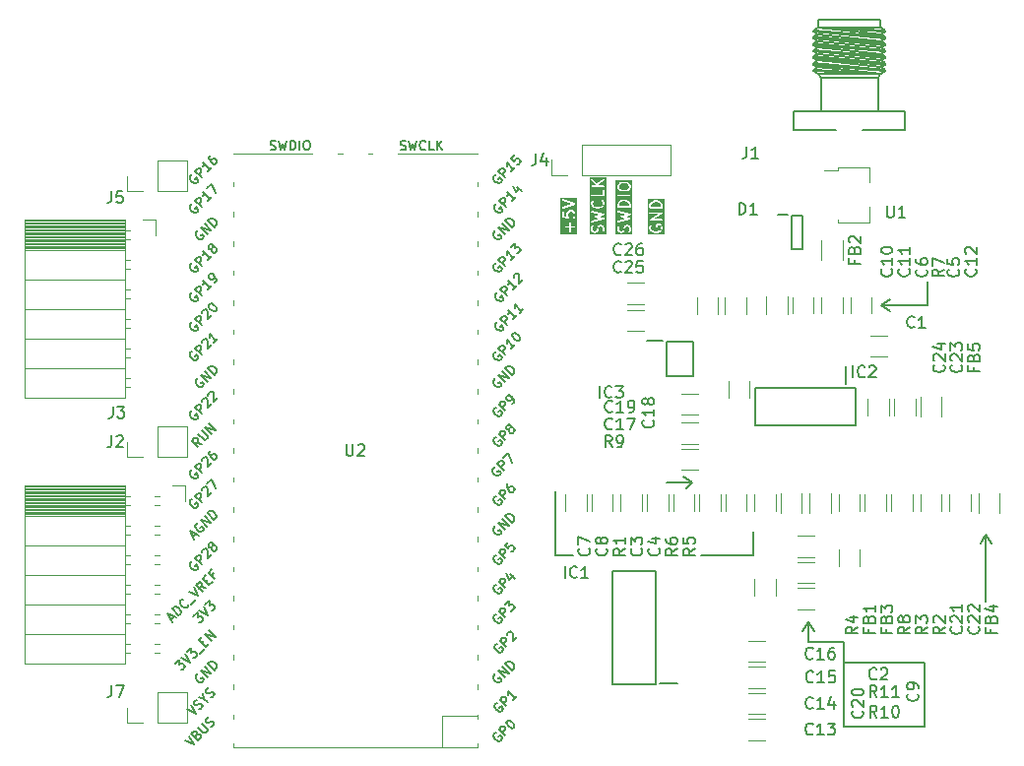
<source format=gbr>
%TF.GenerationSoftware,KiCad,Pcbnew,7.0.10*%
%TF.CreationDate,2024-02-02T00:24:17+07:00*%
%TF.ProjectId,PICO_ADC_Test,5049434f-5f41-4444-935f-546573742e6b,R0.1*%
%TF.SameCoordinates,PX72ade90PY75c75e0*%
%TF.FileFunction,Legend,Top*%
%TF.FilePolarity,Positive*%
%FSLAX46Y46*%
G04 Gerber Fmt 4.6, Leading zero omitted, Abs format (unit mm)*
G04 Created by KiCad (PCBNEW 7.0.10) date 2024-02-02 00:24:17*
%MOMM*%
%LPD*%
G01*
G04 APERTURE LIST*
%ADD10C,0.150000*%
%ADD11C,0.200000*%
%ADD12C,0.120000*%
G04 APERTURE END LIST*
D10*
X57500000Y23750000D02*
X56750000Y24250000D01*
X55250000Y23750000D02*
X57500000Y23750000D01*
X73750000Y39000000D02*
X74500000Y39500000D01*
X70500000Y8250000D02*
X77500000Y8250000D01*
X77500000Y2750000D01*
X70500000Y2750000D01*
X70500000Y8250000D01*
X77750000Y39000000D02*
X73750000Y39000000D01*
X82750000Y19250000D02*
X82250000Y18500000D01*
X70500000Y8250000D02*
X70500000Y9500000D01*
X68000000Y11000000D02*
X67500000Y11750000D01*
X82750000Y19250000D02*
X83250000Y18500000D01*
X70500000Y10000000D02*
X67500000Y10000000D01*
X67500000Y10000000D02*
X67500000Y11750000D01*
X57500000Y23750000D02*
X57000000Y23250000D01*
X77750000Y41000000D02*
X77750000Y39000000D01*
X62750000Y17500000D02*
X62750000Y19500000D01*
X82750000Y13500000D02*
X82750000Y19250000D01*
X70500000Y9500000D02*
X70500000Y10000000D01*
X58250000Y17500000D02*
X62750000Y17500000D01*
X45750000Y17500000D02*
X45750000Y23000000D01*
X73750000Y39000000D02*
X74500000Y38500000D01*
X67500000Y11750000D02*
X68000000Y11000000D01*
X67500000Y11750000D02*
X67000000Y11000000D01*
X47250000Y17500000D02*
X45750000Y17500000D01*
G36*
X51855547Y47885063D02*
G01*
X51932534Y47846569D01*
X52006648Y47772456D01*
X52044819Y47657943D01*
X52044819Y47507018D01*
X51194819Y47507018D01*
X51194819Y47657943D01*
X51232990Y47772457D01*
X51307103Y47846569D01*
X51384090Y47885063D01*
X51557624Y47928446D01*
X51682013Y47928446D01*
X51855547Y47885063D01*
G37*
G36*
X51938617Y49411914D02*
G01*
X52010561Y49339971D01*
X52044819Y49271455D01*
X52044819Y49116389D01*
X52010561Y49047874D01*
X51938617Y48975931D01*
X51777251Y48935589D01*
X51462386Y48935589D01*
X51301019Y48975931D01*
X51229077Y49047873D01*
X51194819Y49116389D01*
X51194819Y49271455D01*
X51229077Y49339971D01*
X51301019Y49411914D01*
X51462386Y49452255D01*
X51777251Y49452255D01*
X51938617Y49411914D01*
G37*
G36*
X52337676Y45071304D02*
G01*
X50901962Y45071304D01*
X50901962Y45479637D01*
X51044819Y45479637D01*
X51046352Y45475424D01*
X51045311Y45471063D01*
X51052737Y45446096D01*
X51100356Y45350858D01*
X51101545Y45349733D01*
X51114405Y45331366D01*
X51162024Y45283747D01*
X51163505Y45283056D01*
X51181516Y45269698D01*
X51276754Y45222079D01*
X51281207Y45221567D01*
X51284643Y45218684D01*
X51310295Y45214161D01*
X51405533Y45214161D01*
X51409746Y45215695D01*
X51414107Y45214653D01*
X51439074Y45222079D01*
X51534312Y45269698D01*
X51535437Y45270888D01*
X51553804Y45283747D01*
X51601423Y45331366D01*
X51602114Y45332848D01*
X51615472Y45350858D01*
X51663091Y45446096D01*
X51663497Y45449625D01*
X51668770Y45461447D01*
X51714392Y45643937D01*
X51752886Y45720924D01*
X51783293Y45751331D01*
X51851809Y45785589D01*
X51911637Y45785589D01*
X51980153Y45751331D01*
X52010561Y45720924D01*
X52044819Y45652408D01*
X52044819Y45444188D01*
X52001049Y45312878D01*
X52002450Y45261594D01*
X52036487Y45223209D01*
X52087236Y45215684D01*
X52130948Y45242539D01*
X52143351Y45265444D01*
X52190970Y45408300D01*
X52190925Y45409936D01*
X52194819Y45432018D01*
X52194819Y45670113D01*
X52193285Y45674327D01*
X52194327Y45678688D01*
X52186901Y45703654D01*
X52139282Y45798892D01*
X52138094Y45800017D01*
X52125232Y45818385D01*
X52077612Y45866004D01*
X52076129Y45866696D01*
X52058121Y45880052D01*
X51962883Y45927671D01*
X51958429Y45928184D01*
X51954994Y45931066D01*
X51929342Y45935589D01*
X51834104Y45935589D01*
X51829890Y45934056D01*
X51825529Y45935097D01*
X51800563Y45927671D01*
X51705325Y45880052D01*
X51704199Y45878863D01*
X51685833Y45866003D01*
X51638214Y45818384D01*
X51637523Y45816903D01*
X51624165Y45798892D01*
X51576546Y45703654D01*
X51576139Y45700126D01*
X51570867Y45688303D01*
X51525244Y45505813D01*
X51486751Y45428826D01*
X51456344Y45398419D01*
X51387828Y45364161D01*
X51328000Y45364161D01*
X51259484Y45398419D01*
X51229077Y45428826D01*
X51194819Y45497342D01*
X51194819Y45705562D01*
X51238589Y45836871D01*
X51237188Y45888155D01*
X51203150Y45926541D01*
X51152402Y45934066D01*
X51108689Y45907211D01*
X51096287Y45884306D01*
X51048668Y45741449D01*
X51048712Y45739815D01*
X51044819Y45717732D01*
X51044819Y45479637D01*
X50901962Y45479637D01*
X50901962Y46189485D01*
X51044950Y46189485D01*
X51065319Y46142399D01*
X51111188Y46119421D01*
X51137191Y46120963D01*
X52137191Y46359058D01*
X52143759Y46363388D01*
X52151597Y46364083D01*
X52164628Y46377146D01*
X52180024Y46387294D01*
X52182271Y46394830D01*
X52187831Y46400402D01*
X52189417Y46418785D01*
X52194688Y46436456D01*
X52191564Y46443677D01*
X52192241Y46451516D01*
X52181641Y46466616D01*
X52174319Y46483542D01*
X52167285Y46487066D01*
X52162764Y46493506D01*
X52139144Y46504486D01*
X51696613Y46622494D01*
X52139144Y46740502D01*
X52145595Y46745008D01*
X52153410Y46745913D01*
X52166083Y46759319D01*
X52181204Y46769879D01*
X52183248Y46777474D01*
X52188655Y46783192D01*
X52189746Y46801607D01*
X52194542Y46819417D01*
X52191225Y46826552D01*
X52191691Y46834406D01*
X52180691Y46849212D01*
X52172916Y46865940D01*
X52165788Y46869275D01*
X52161097Y46875589D01*
X52137191Y46885930D01*
X51137191Y47124025D01*
X51086228Y47118122D01*
X51050983Y47080843D01*
X51047948Y47029629D01*
X51078541Y46988446D01*
X51102447Y46978105D01*
X51813303Y46808854D01*
X51386208Y46694962D01*
X51380585Y46691035D01*
X51373755Y46690429D01*
X51360052Y46676694D01*
X51344148Y46665585D01*
X51342365Y46658964D01*
X51337522Y46654109D01*
X51335854Y46634783D01*
X51330810Y46616047D01*
X51333701Y46609828D01*
X51333112Y46602996D01*
X51344257Y46587119D01*
X51352436Y46569525D01*
X51358647Y46566620D01*
X51362588Y46561006D01*
X51386208Y46550026D01*
X51813303Y46436135D01*
X51102447Y46266883D01*
X51059614Y46238647D01*
X51044950Y46189485D01*
X50901962Y46189485D01*
X50901962Y47432018D01*
X51044819Y47432018D01*
X51051482Y47413710D01*
X51054867Y47394518D01*
X51060051Y47390168D01*
X51062366Y47383809D01*
X51079239Y47374067D01*
X51094167Y47361541D01*
X51103909Y47359824D01*
X51106795Y47358157D01*
X51110077Y47358736D01*
X51119819Y47357018D01*
X52119819Y47357018D01*
X52138127Y47363682D01*
X52157319Y47367066D01*
X52161669Y47372251D01*
X52168028Y47374565D01*
X52177770Y47391439D01*
X52190296Y47406366D01*
X52192013Y47416109D01*
X52193680Y47418994D01*
X52193101Y47422277D01*
X52194819Y47432018D01*
X52194819Y47670113D01*
X52194259Y47671651D01*
X52190970Y47693831D01*
X52143351Y47836687D01*
X52140564Y47840198D01*
X52140174Y47844666D01*
X52125233Y47866003D01*
X52029994Y47961241D01*
X52028512Y47961932D01*
X52010502Y47975290D01*
X51915264Y48022909D01*
X51911735Y48023316D01*
X51899913Y48028588D01*
X51709437Y48076207D01*
X51705988Y48075847D01*
X51691247Y48078446D01*
X51548390Y48078446D01*
X51545132Y48077261D01*
X51530200Y48076207D01*
X51339724Y48028588D01*
X51336779Y48026600D01*
X51324373Y48022909D01*
X51229135Y47975290D01*
X51228011Y47974104D01*
X51209643Y47961241D01*
X51114405Y47866003D01*
X51112510Y47861940D01*
X51108689Y47859592D01*
X51096287Y47836687D01*
X51048668Y47693830D01*
X51048712Y47692196D01*
X51044819Y47670113D01*
X51044819Y47432018D01*
X50901962Y47432018D01*
X50901962Y48445042D01*
X51045958Y48445042D01*
X51054867Y48394518D01*
X51094167Y48361541D01*
X51119819Y48357018D01*
X52119819Y48357018D01*
X52168028Y48374565D01*
X52193680Y48418994D01*
X52184771Y48469518D01*
X52145471Y48502495D01*
X52119819Y48507018D01*
X51119819Y48507018D01*
X51071610Y48489471D01*
X51045958Y48445042D01*
X50901962Y48445042D01*
X50901962Y49098684D01*
X51044819Y49098684D01*
X51046352Y49094471D01*
X51045311Y49090110D01*
X51052737Y49065143D01*
X51100356Y48969905D01*
X51101545Y48968780D01*
X51114405Y48950413D01*
X51209643Y48855175D01*
X51216350Y48852048D01*
X51220697Y48846057D01*
X51244486Y48835447D01*
X51434962Y48787828D01*
X51438410Y48788189D01*
X51453152Y48785589D01*
X51786485Y48785589D01*
X51789742Y48786775D01*
X51804675Y48787828D01*
X51995151Y48835447D01*
X52001283Y48839590D01*
X52008657Y48840234D01*
X52029994Y48855175D01*
X52125233Y48950413D01*
X52125924Y48951896D01*
X52139282Y48969905D01*
X52186901Y49065143D01*
X52187413Y49069597D01*
X52190296Y49073032D01*
X52194819Y49098684D01*
X52194819Y49289160D01*
X52193285Y49293374D01*
X52194327Y49297735D01*
X52186901Y49322701D01*
X52139282Y49417939D01*
X52138095Y49419063D01*
X52125233Y49437431D01*
X52029994Y49532669D01*
X52023286Y49535797D01*
X52018940Y49541787D01*
X51995151Y49552397D01*
X51804675Y49600016D01*
X51801226Y49599656D01*
X51786485Y49602255D01*
X51453152Y49602255D01*
X51449894Y49601070D01*
X51434962Y49600016D01*
X51244486Y49552397D01*
X51238353Y49548256D01*
X51230980Y49547610D01*
X51209643Y49532669D01*
X51114405Y49437431D01*
X51113714Y49435950D01*
X51100356Y49417939D01*
X51052737Y49322701D01*
X51052224Y49318248D01*
X51049342Y49314812D01*
X51044819Y49289160D01*
X51044819Y49098684D01*
X50901962Y49098684D01*
X50901962Y49745112D01*
X52337676Y49745112D01*
X52337676Y45071304D01*
G37*
G36*
X47587676Y45120062D02*
G01*
X46151962Y45120062D01*
X46151962Y45730756D01*
X46534053Y45730756D01*
X46542962Y45680232D01*
X46582262Y45647255D01*
X46607914Y45642732D01*
X46913866Y45642732D01*
X46913866Y45336780D01*
X46931413Y45288571D01*
X46975842Y45262919D01*
X47026366Y45271828D01*
X47059343Y45311128D01*
X47063866Y45336780D01*
X47063866Y45642732D01*
X47369819Y45642732D01*
X47418028Y45660279D01*
X47443680Y45704708D01*
X47434771Y45755232D01*
X47395471Y45788209D01*
X47369819Y45792732D01*
X47063866Y45792732D01*
X47063866Y46098684D01*
X47046319Y46146893D01*
X47001890Y46172545D01*
X46951366Y46163636D01*
X46918389Y46124336D01*
X46913866Y46098684D01*
X46913866Y45792732D01*
X46607914Y45792732D01*
X46559705Y45775185D01*
X46534053Y45730756D01*
X46151962Y45730756D01*
X46151962Y46574875D01*
X46294819Y46574875D01*
X46300266Y46559909D01*
X46301458Y46544024D01*
X46308780Y46536518D01*
X46312366Y46526666D01*
X46326159Y46518703D01*
X46337282Y46507300D01*
X46354102Y46502569D01*
X46356795Y46501014D01*
X46358537Y46501322D01*
X46362356Y46500247D01*
X46838546Y46452628D01*
X46839025Y46452751D01*
X46839472Y46452542D01*
X46863822Y46459067D01*
X46888262Y46465291D01*
X46888549Y46465692D01*
X46889027Y46465819D01*
X46903475Y46486455D01*
X46918207Y46506947D01*
X46918169Y46507441D01*
X46918453Y46507845D01*
X46916257Y46532947D01*
X46914370Y46558107D01*
X46914024Y46558461D01*
X46913982Y46558952D01*
X46899042Y46580289D01*
X46860029Y46619302D01*
X46825771Y46687818D01*
X46825771Y46890503D01*
X46860029Y46959019D01*
X46890436Y46989426D01*
X46958952Y47023684D01*
X47161637Y47023684D01*
X47230153Y46989426D01*
X47260561Y46959019D01*
X47294819Y46890503D01*
X47294819Y46687818D01*
X47260561Y46619303D01*
X47221548Y46580290D01*
X47199866Y46533793D01*
X47213143Y46484238D01*
X47255168Y46454812D01*
X47306275Y46459282D01*
X47327612Y46474222D01*
X47375232Y46521841D01*
X47375922Y46523323D01*
X47389282Y46541334D01*
X47436901Y46636572D01*
X47437413Y46641026D01*
X47440296Y46644461D01*
X47444819Y46670113D01*
X47444819Y46908208D01*
X47443285Y46912422D01*
X47444327Y46916783D01*
X47436901Y46941749D01*
X47389282Y47036987D01*
X47388094Y47038112D01*
X47375232Y47056480D01*
X47327612Y47104099D01*
X47326129Y47104791D01*
X47308121Y47118147D01*
X47212883Y47165766D01*
X47208429Y47166279D01*
X47204994Y47169161D01*
X47179342Y47173684D01*
X46941247Y47173684D01*
X46937033Y47172151D01*
X46932672Y47173192D01*
X46907706Y47165766D01*
X46812468Y47118147D01*
X46811342Y47116958D01*
X46792976Y47104098D01*
X46745357Y47056479D01*
X46744666Y47054998D01*
X46731308Y47036987D01*
X46683689Y46941749D01*
X46683176Y46937296D01*
X46680294Y46933860D01*
X46675771Y46908208D01*
X46675771Y46670113D01*
X46677304Y46665900D01*
X46676263Y46661539D01*
X46683689Y46636572D01*
X46693009Y46617931D01*
X46444819Y46642750D01*
X46444819Y47051065D01*
X46427272Y47099274D01*
X46382843Y47124926D01*
X46332319Y47116017D01*
X46299342Y47076717D01*
X46294819Y47051065D01*
X46294819Y46574875D01*
X46151962Y46574875D01*
X46151962Y47373398D01*
X46295630Y47373398D01*
X46320059Y47328284D01*
X46367770Y47309427D01*
X46393536Y47313248D01*
X47393536Y47646581D01*
X47395227Y47647924D01*
X47397385Y47647982D01*
X47415137Y47663724D01*
X47433722Y47678472D01*
X47434154Y47680587D01*
X47435771Y47682020D01*
X47439250Y47705489D01*
X47444008Y47728733D01*
X47442979Y47730633D01*
X47443296Y47732768D01*
X47430875Y47752986D01*
X47419579Y47773847D01*
X47417571Y47774641D01*
X47416441Y47776481D01*
X47393536Y47788883D01*
X46393536Y48122216D01*
X46342252Y48120815D01*
X46303867Y48086778D01*
X46296342Y48036029D01*
X46323197Y47992317D01*
X46346102Y47979914D01*
X47132648Y47717732D01*
X46346102Y47455550D01*
X46305916Y47423659D01*
X46295630Y47373398D01*
X46151962Y47373398D01*
X46151962Y48265073D01*
X47587676Y48265073D01*
X47587676Y45120062D01*
G37*
G36*
X50087676Y45071304D02*
G01*
X48651962Y45071304D01*
X48651962Y45479637D01*
X48794819Y45479637D01*
X48796352Y45475424D01*
X48795311Y45471063D01*
X48802737Y45446096D01*
X48850356Y45350858D01*
X48851545Y45349733D01*
X48864405Y45331366D01*
X48912024Y45283747D01*
X48913505Y45283056D01*
X48931516Y45269698D01*
X49026754Y45222079D01*
X49031207Y45221567D01*
X49034643Y45218684D01*
X49060295Y45214161D01*
X49155533Y45214161D01*
X49159746Y45215695D01*
X49164107Y45214653D01*
X49189074Y45222079D01*
X49284312Y45269698D01*
X49285437Y45270888D01*
X49303804Y45283747D01*
X49351423Y45331366D01*
X49352114Y45332848D01*
X49365472Y45350858D01*
X49413091Y45446096D01*
X49413497Y45449625D01*
X49418770Y45461447D01*
X49464392Y45643937D01*
X49502886Y45720924D01*
X49533293Y45751331D01*
X49601809Y45785589D01*
X49661637Y45785589D01*
X49730153Y45751331D01*
X49760561Y45720924D01*
X49794819Y45652408D01*
X49794819Y45444188D01*
X49751049Y45312878D01*
X49752450Y45261594D01*
X49786487Y45223209D01*
X49837236Y45215684D01*
X49880948Y45242539D01*
X49893351Y45265444D01*
X49940970Y45408300D01*
X49940925Y45409936D01*
X49944819Y45432018D01*
X49944819Y45670113D01*
X49943285Y45674327D01*
X49944327Y45678688D01*
X49936901Y45703654D01*
X49889282Y45798892D01*
X49888094Y45800017D01*
X49875232Y45818385D01*
X49827612Y45866004D01*
X49826129Y45866696D01*
X49808121Y45880052D01*
X49712883Y45927671D01*
X49708429Y45928184D01*
X49704994Y45931066D01*
X49679342Y45935589D01*
X49584104Y45935589D01*
X49579890Y45934056D01*
X49575529Y45935097D01*
X49550563Y45927671D01*
X49455325Y45880052D01*
X49454199Y45878863D01*
X49435833Y45866003D01*
X49388214Y45818384D01*
X49387523Y45816903D01*
X49374165Y45798892D01*
X49326546Y45703654D01*
X49326139Y45700126D01*
X49320867Y45688303D01*
X49275244Y45505813D01*
X49236751Y45428826D01*
X49206344Y45398419D01*
X49137828Y45364161D01*
X49078000Y45364161D01*
X49009484Y45398419D01*
X48979077Y45428826D01*
X48944819Y45497342D01*
X48944819Y45705562D01*
X48988589Y45836871D01*
X48987188Y45888155D01*
X48953150Y45926541D01*
X48902402Y45934066D01*
X48858689Y45907211D01*
X48846287Y45884306D01*
X48798668Y45741449D01*
X48798712Y45739815D01*
X48794819Y45717732D01*
X48794819Y45479637D01*
X48651962Y45479637D01*
X48651962Y46189485D01*
X48794950Y46189485D01*
X48815319Y46142399D01*
X48861188Y46119421D01*
X48887191Y46120963D01*
X49887191Y46359058D01*
X49893759Y46363388D01*
X49901597Y46364083D01*
X49914628Y46377146D01*
X49930024Y46387294D01*
X49932271Y46394830D01*
X49937831Y46400402D01*
X49939417Y46418785D01*
X49944688Y46436456D01*
X49941564Y46443677D01*
X49942241Y46451516D01*
X49931641Y46466616D01*
X49924319Y46483542D01*
X49917285Y46487066D01*
X49912764Y46493506D01*
X49889144Y46504486D01*
X49446613Y46622494D01*
X49889144Y46740502D01*
X49895595Y46745008D01*
X49903410Y46745913D01*
X49916083Y46759319D01*
X49931204Y46769879D01*
X49933248Y46777474D01*
X49938655Y46783192D01*
X49939746Y46801607D01*
X49944542Y46819417D01*
X49941225Y46826552D01*
X49941691Y46834406D01*
X49930691Y46849212D01*
X49922916Y46865940D01*
X49915788Y46869275D01*
X49911097Y46875589D01*
X49887191Y46885930D01*
X48887191Y47124025D01*
X48836228Y47118122D01*
X48800983Y47080843D01*
X48797948Y47029629D01*
X48828541Y46988446D01*
X48852447Y46978105D01*
X49563303Y46808854D01*
X49136208Y46694962D01*
X49130585Y46691035D01*
X49123755Y46690429D01*
X49110052Y46676694D01*
X49094148Y46665585D01*
X49092365Y46658964D01*
X49087522Y46654109D01*
X49085854Y46634783D01*
X49080810Y46616047D01*
X49083701Y46609828D01*
X49083112Y46602996D01*
X49094257Y46587119D01*
X49102436Y46569525D01*
X49108647Y46566620D01*
X49112588Y46561006D01*
X49136208Y46550026D01*
X49563303Y46436135D01*
X48852447Y46266883D01*
X48809614Y46238647D01*
X48794950Y46189485D01*
X48651962Y46189485D01*
X48651962Y47717732D01*
X48794819Y47717732D01*
X48795379Y47716194D01*
X48798668Y47694015D01*
X48846287Y47551158D01*
X48849074Y47547646D01*
X48849465Y47543179D01*
X48864405Y47521842D01*
X48959643Y47426604D01*
X48961124Y47425914D01*
X48979135Y47412555D01*
X49074373Y47364936D01*
X49077901Y47364530D01*
X49089724Y47359257D01*
X49280200Y47311638D01*
X49283648Y47311999D01*
X49298390Y47309399D01*
X49441247Y47309399D01*
X49444504Y47310585D01*
X49459437Y47311638D01*
X49649913Y47359257D01*
X49652857Y47361246D01*
X49665264Y47364936D01*
X49760502Y47412555D01*
X49761625Y47413742D01*
X49779994Y47426604D01*
X49875233Y47521842D01*
X49877128Y47525907D01*
X49880948Y47528253D01*
X49893351Y47551158D01*
X49940970Y47694014D01*
X49940925Y47695650D01*
X49944819Y47717732D01*
X49944819Y47812970D01*
X49944259Y47814508D01*
X49940970Y47836688D01*
X49893351Y47979544D01*
X49890563Y47983056D01*
X49890173Y47987524D01*
X49875232Y48008861D01*
X49827612Y48056480D01*
X49781116Y48078160D01*
X49731561Y48064883D01*
X49702135Y48022857D01*
X49706607Y47971749D01*
X49721548Y47950412D01*
X49756648Y47915313D01*
X49794819Y47800800D01*
X49794819Y47729902D01*
X49756648Y47615390D01*
X49682534Y47541277D01*
X49605547Y47502783D01*
X49432013Y47459399D01*
X49307624Y47459399D01*
X49134090Y47502783D01*
X49057103Y47541276D01*
X48982990Y47615389D01*
X48944819Y47729903D01*
X48944819Y47800800D01*
X48982990Y47915314D01*
X49018090Y47950413D01*
X49039771Y47996909D01*
X49026494Y48046464D01*
X48984468Y48075890D01*
X48933361Y48071419D01*
X48912024Y48056479D01*
X48864405Y48008860D01*
X48862510Y48004797D01*
X48858689Y48002449D01*
X48846287Y47979544D01*
X48798668Y47836687D01*
X48798712Y47835053D01*
X48794819Y47812970D01*
X48794819Y47717732D01*
X48651962Y47717732D01*
X48651962Y48445042D01*
X48795958Y48445042D01*
X48804867Y48394518D01*
X48844167Y48361541D01*
X48869819Y48357018D01*
X49869819Y48357018D01*
X49888127Y48363682D01*
X49907319Y48367066D01*
X49911669Y48372251D01*
X49918028Y48374565D01*
X49927770Y48391439D01*
X49940296Y48406366D01*
X49942013Y48416109D01*
X49943680Y48418994D01*
X49943101Y48422277D01*
X49944819Y48432018D01*
X49944819Y48908208D01*
X49927272Y48956417D01*
X49882843Y48982069D01*
X49832319Y48973160D01*
X49799342Y48933860D01*
X49794819Y48908208D01*
X49794819Y48507018D01*
X48869819Y48507018D01*
X48821610Y48489471D01*
X48795958Y48445042D01*
X48651962Y48445042D01*
X48651962Y49254566D01*
X48795958Y49254566D01*
X48804867Y49204042D01*
X48844167Y49171065D01*
X48869819Y49166542D01*
X49869819Y49166542D01*
X49918028Y49184089D01*
X49943680Y49228518D01*
X49934771Y49279042D01*
X49895471Y49312019D01*
X49869819Y49316542D01*
X49472313Y49316542D01*
X49412570Y49376285D01*
X49914819Y49752970D01*
X49942858Y49795933D01*
X49936722Y49846867D01*
X49899281Y49881941D01*
X49848055Y49884743D01*
X49824819Y49872970D01*
X49305427Y49483428D01*
X48922852Y49866003D01*
X48876355Y49887684D01*
X48826801Y49874407D01*
X48797374Y49832381D01*
X48801846Y49781274D01*
X48816786Y49759937D01*
X49260181Y49316542D01*
X48869819Y49316542D01*
X48821610Y49298995D01*
X48795958Y49254566D01*
X48651962Y49254566D01*
X48651962Y50030541D01*
X50087676Y50030541D01*
X50087676Y45071304D01*
G37*
G36*
X54605547Y47837444D02*
G01*
X54682534Y47798950D01*
X54756648Y47724837D01*
X54794819Y47610324D01*
X54794819Y47459399D01*
X53944819Y47459399D01*
X53944819Y47610324D01*
X53982990Y47724838D01*
X54057103Y47798950D01*
X54134090Y47837444D01*
X54307624Y47880827D01*
X54432013Y47880827D01*
X54605547Y47837444D01*
G37*
G36*
X55087676Y45071304D02*
G01*
X53651962Y45071304D01*
X53651962Y45622494D01*
X53794819Y45622494D01*
X53795379Y45620956D01*
X53798668Y45598777D01*
X53846287Y45455920D01*
X53849074Y45452408D01*
X53849465Y45447941D01*
X53864405Y45426604D01*
X53959643Y45331366D01*
X53961124Y45330676D01*
X53979135Y45317317D01*
X54074373Y45269698D01*
X54077901Y45269292D01*
X54089724Y45264019D01*
X54280200Y45216400D01*
X54283648Y45216761D01*
X54298390Y45214161D01*
X54441247Y45214161D01*
X54444504Y45215347D01*
X54459437Y45216400D01*
X54649913Y45264019D01*
X54652857Y45266008D01*
X54665264Y45269698D01*
X54760502Y45317317D01*
X54761625Y45318504D01*
X54779994Y45331366D01*
X54875233Y45426604D01*
X54877128Y45430669D01*
X54880948Y45433015D01*
X54893351Y45455920D01*
X54940970Y45598776D01*
X54940925Y45600412D01*
X54944819Y45622494D01*
X54944819Y45717732D01*
X54944259Y45719270D01*
X54940970Y45741450D01*
X54893351Y45884306D01*
X54890563Y45887818D01*
X54890173Y45892286D01*
X54875232Y45913623D01*
X54827612Y45961242D01*
X54812774Y45968161D01*
X54800232Y45978685D01*
X54784104Y45981529D01*
X54781116Y45982922D01*
X54779165Y45982400D01*
X54774580Y45983208D01*
X54441247Y45983208D01*
X54422938Y45976545D01*
X54403747Y45973160D01*
X54399396Y45967976D01*
X54393038Y45965661D01*
X54383295Y45948788D01*
X54370770Y45933860D01*
X54369052Y45924118D01*
X54367386Y45921232D01*
X54367964Y45917950D01*
X54366247Y45908208D01*
X54366247Y45717732D01*
X54383794Y45669523D01*
X54428223Y45643871D01*
X54478747Y45652780D01*
X54511724Y45692080D01*
X54516247Y45717732D01*
X54516247Y45833208D01*
X54743514Y45833208D01*
X54756648Y45820075D01*
X54794819Y45705562D01*
X54794819Y45634664D01*
X54756648Y45520152D01*
X54682534Y45446039D01*
X54605547Y45407545D01*
X54432013Y45364161D01*
X54307624Y45364161D01*
X54134090Y45407545D01*
X54057103Y45446038D01*
X53982990Y45520151D01*
X53944819Y45634665D01*
X53944819Y45747646D01*
X53984520Y45827048D01*
X53990385Y45878014D01*
X53962119Y45920827D01*
X53912944Y45935454D01*
X53865873Y45915051D01*
X53850356Y45894130D01*
X53802737Y45798892D01*
X53802224Y45794439D01*
X53799342Y45791003D01*
X53794819Y45765351D01*
X53794819Y45622494D01*
X53651962Y45622494D01*
X53651962Y46349804D01*
X53795958Y46349804D01*
X53799314Y46330771D01*
X53799228Y46311443D01*
X53803662Y46306110D01*
X53804867Y46299280D01*
X53819673Y46286856D01*
X53832030Y46271996D01*
X53838853Y46270762D01*
X53844167Y46266303D01*
X53869819Y46261780D01*
X54869819Y46261780D01*
X54918028Y46279327D01*
X54943680Y46323756D01*
X54934771Y46374280D01*
X54895471Y46407257D01*
X54869819Y46411780D01*
X54152236Y46411780D01*
X54907030Y46843090D01*
X54911511Y46848384D01*
X54918028Y46850755D01*
X54927691Y46867493D01*
X54940181Y46882243D01*
X54940211Y46889178D01*
X54943680Y46895184D01*
X54940323Y46914218D01*
X54940410Y46933545D01*
X54935975Y46938879D01*
X54934771Y46945708D01*
X54919964Y46958133D01*
X54907608Y46972992D01*
X54900784Y46974227D01*
X54895471Y46978685D01*
X54869819Y46983208D01*
X53869819Y46983208D01*
X53821610Y46965661D01*
X53795958Y46921232D01*
X53804867Y46870708D01*
X53844167Y46837731D01*
X53869819Y46833208D01*
X54587402Y46833208D01*
X53832609Y46401898D01*
X53828127Y46396606D01*
X53821610Y46394233D01*
X53811945Y46377494D01*
X53799457Y46362745D01*
X53799426Y46355811D01*
X53795958Y46349804D01*
X53651962Y46349804D01*
X53651962Y47384399D01*
X53794819Y47384399D01*
X53801482Y47366091D01*
X53804867Y47346899D01*
X53810051Y47342549D01*
X53812366Y47336190D01*
X53829239Y47326448D01*
X53844167Y47313922D01*
X53853909Y47312205D01*
X53856795Y47310538D01*
X53860077Y47311117D01*
X53869819Y47309399D01*
X54869819Y47309399D01*
X54888127Y47316063D01*
X54907319Y47319447D01*
X54911669Y47324632D01*
X54918028Y47326946D01*
X54927770Y47343820D01*
X54940296Y47358747D01*
X54942013Y47368490D01*
X54943680Y47371375D01*
X54943101Y47374658D01*
X54944819Y47384399D01*
X54944819Y47622494D01*
X54944259Y47624032D01*
X54940970Y47646212D01*
X54893351Y47789068D01*
X54890564Y47792579D01*
X54890174Y47797047D01*
X54875233Y47818384D01*
X54779994Y47913622D01*
X54778512Y47914313D01*
X54760502Y47927671D01*
X54665264Y47975290D01*
X54661735Y47975697D01*
X54649913Y47980969D01*
X54459437Y48028588D01*
X54455988Y48028228D01*
X54441247Y48030827D01*
X54298390Y48030827D01*
X54295132Y48029642D01*
X54280200Y48028588D01*
X54089724Y47980969D01*
X54086779Y47978981D01*
X54074373Y47975290D01*
X53979135Y47927671D01*
X53978011Y47926485D01*
X53959643Y47913622D01*
X53864405Y47818384D01*
X53862510Y47814321D01*
X53858689Y47811973D01*
X53846287Y47789068D01*
X53798668Y47646211D01*
X53798712Y47644577D01*
X53794819Y47622494D01*
X53794819Y47384399D01*
X53651962Y47384399D01*
X53651962Y48173684D01*
X55087676Y48173684D01*
X55087676Y45071304D01*
G37*
D11*
X67857142Y2143020D02*
X67809523Y2095400D01*
X67809523Y2095400D02*
X67666666Y2047781D01*
X67666666Y2047781D02*
X67571428Y2047781D01*
X67571428Y2047781D02*
X67428571Y2095400D01*
X67428571Y2095400D02*
X67333333Y2190639D01*
X67333333Y2190639D02*
X67285714Y2285877D01*
X67285714Y2285877D02*
X67238095Y2476353D01*
X67238095Y2476353D02*
X67238095Y2619210D01*
X67238095Y2619210D02*
X67285714Y2809686D01*
X67285714Y2809686D02*
X67333333Y2904924D01*
X67333333Y2904924D02*
X67428571Y3000162D01*
X67428571Y3000162D02*
X67571428Y3047781D01*
X67571428Y3047781D02*
X67666666Y3047781D01*
X67666666Y3047781D02*
X67809523Y3000162D01*
X67809523Y3000162D02*
X67857142Y2952543D01*
X68809523Y2047781D02*
X68238095Y2047781D01*
X68523809Y2047781D02*
X68523809Y3047781D01*
X68523809Y3047781D02*
X68428571Y2904924D01*
X68428571Y2904924D02*
X68333333Y2809686D01*
X68333333Y2809686D02*
X68238095Y2762067D01*
X69142857Y3047781D02*
X69761904Y3047781D01*
X69761904Y3047781D02*
X69428571Y2666829D01*
X69428571Y2666829D02*
X69571428Y2666829D01*
X69571428Y2666829D02*
X69666666Y2619210D01*
X69666666Y2619210D02*
X69714285Y2571591D01*
X69714285Y2571591D02*
X69761904Y2476353D01*
X69761904Y2476353D02*
X69761904Y2238258D01*
X69761904Y2238258D02*
X69714285Y2143020D01*
X69714285Y2143020D02*
X69666666Y2095400D01*
X69666666Y2095400D02*
X69571428Y2047781D01*
X69571428Y2047781D02*
X69285714Y2047781D01*
X69285714Y2047781D02*
X69190476Y2095400D01*
X69190476Y2095400D02*
X69142857Y2143020D01*
X76856980Y5583334D02*
X76904600Y5535715D01*
X76904600Y5535715D02*
X76952219Y5392858D01*
X76952219Y5392858D02*
X76952219Y5297620D01*
X76952219Y5297620D02*
X76904600Y5154763D01*
X76904600Y5154763D02*
X76809361Y5059525D01*
X76809361Y5059525D02*
X76714123Y5011906D01*
X76714123Y5011906D02*
X76523647Y4964287D01*
X76523647Y4964287D02*
X76380790Y4964287D01*
X76380790Y4964287D02*
X76190314Y5011906D01*
X76190314Y5011906D02*
X76095076Y5059525D01*
X76095076Y5059525D02*
X75999838Y5154763D01*
X75999838Y5154763D02*
X75952219Y5297620D01*
X75952219Y5297620D02*
X75952219Y5392858D01*
X75952219Y5392858D02*
X75999838Y5535715D01*
X75999838Y5535715D02*
X76047457Y5583334D01*
X76952219Y6059525D02*
X76952219Y6250001D01*
X76952219Y6250001D02*
X76904600Y6345239D01*
X76904600Y6345239D02*
X76856980Y6392858D01*
X76856980Y6392858D02*
X76714123Y6488096D01*
X76714123Y6488096D02*
X76523647Y6535715D01*
X76523647Y6535715D02*
X76142695Y6535715D01*
X76142695Y6535715D02*
X76047457Y6488096D01*
X76047457Y6488096D02*
X75999838Y6440477D01*
X75999838Y6440477D02*
X75952219Y6345239D01*
X75952219Y6345239D02*
X75952219Y6154763D01*
X75952219Y6154763D02*
X75999838Y6059525D01*
X75999838Y6059525D02*
X76047457Y6011906D01*
X76047457Y6011906D02*
X76142695Y5964287D01*
X76142695Y5964287D02*
X76380790Y5964287D01*
X76380790Y5964287D02*
X76476028Y6011906D01*
X76476028Y6011906D02*
X76523647Y6059525D01*
X76523647Y6059525D02*
X76571266Y6154763D01*
X76571266Y6154763D02*
X76571266Y6345239D01*
X76571266Y6345239D02*
X76523647Y6440477D01*
X76523647Y6440477D02*
X76476028Y6488096D01*
X76476028Y6488096D02*
X76380790Y6535715D01*
X80606980Y11357143D02*
X80654600Y11309524D01*
X80654600Y11309524D02*
X80702219Y11166667D01*
X80702219Y11166667D02*
X80702219Y11071429D01*
X80702219Y11071429D02*
X80654600Y10928572D01*
X80654600Y10928572D02*
X80559361Y10833334D01*
X80559361Y10833334D02*
X80464123Y10785715D01*
X80464123Y10785715D02*
X80273647Y10738096D01*
X80273647Y10738096D02*
X80130790Y10738096D01*
X80130790Y10738096D02*
X79940314Y10785715D01*
X79940314Y10785715D02*
X79845076Y10833334D01*
X79845076Y10833334D02*
X79749838Y10928572D01*
X79749838Y10928572D02*
X79702219Y11071429D01*
X79702219Y11071429D02*
X79702219Y11166667D01*
X79702219Y11166667D02*
X79749838Y11309524D01*
X79749838Y11309524D02*
X79797457Y11357143D01*
X79797457Y11738096D02*
X79749838Y11785715D01*
X79749838Y11785715D02*
X79702219Y11880953D01*
X79702219Y11880953D02*
X79702219Y12119048D01*
X79702219Y12119048D02*
X79749838Y12214286D01*
X79749838Y12214286D02*
X79797457Y12261905D01*
X79797457Y12261905D02*
X79892695Y12309524D01*
X79892695Y12309524D02*
X79987933Y12309524D01*
X79987933Y12309524D02*
X80130790Y12261905D01*
X80130790Y12261905D02*
X80702219Y11690477D01*
X80702219Y11690477D02*
X80702219Y12309524D01*
X80702219Y13261905D02*
X80702219Y12690477D01*
X80702219Y12976191D02*
X79702219Y12976191D01*
X79702219Y12976191D02*
X79845076Y12880953D01*
X79845076Y12880953D02*
X79940314Y12785715D01*
X79940314Y12785715D02*
X79987933Y12690477D01*
X51357142Y43393020D02*
X51309523Y43345400D01*
X51309523Y43345400D02*
X51166666Y43297781D01*
X51166666Y43297781D02*
X51071428Y43297781D01*
X51071428Y43297781D02*
X50928571Y43345400D01*
X50928571Y43345400D02*
X50833333Y43440639D01*
X50833333Y43440639D02*
X50785714Y43535877D01*
X50785714Y43535877D02*
X50738095Y43726353D01*
X50738095Y43726353D02*
X50738095Y43869210D01*
X50738095Y43869210D02*
X50785714Y44059686D01*
X50785714Y44059686D02*
X50833333Y44154924D01*
X50833333Y44154924D02*
X50928571Y44250162D01*
X50928571Y44250162D02*
X51071428Y44297781D01*
X51071428Y44297781D02*
X51166666Y44297781D01*
X51166666Y44297781D02*
X51309523Y44250162D01*
X51309523Y44250162D02*
X51357142Y44202543D01*
X51738095Y44202543D02*
X51785714Y44250162D01*
X51785714Y44250162D02*
X51880952Y44297781D01*
X51880952Y44297781D02*
X52119047Y44297781D01*
X52119047Y44297781D02*
X52214285Y44250162D01*
X52214285Y44250162D02*
X52261904Y44202543D01*
X52261904Y44202543D02*
X52309523Y44107305D01*
X52309523Y44107305D02*
X52309523Y44012067D01*
X52309523Y44012067D02*
X52261904Y43869210D01*
X52261904Y43869210D02*
X51690476Y43297781D01*
X51690476Y43297781D02*
X52309523Y43297781D01*
X53166666Y44297781D02*
X52976190Y44297781D01*
X52976190Y44297781D02*
X52880952Y44250162D01*
X52880952Y44250162D02*
X52833333Y44202543D01*
X52833333Y44202543D02*
X52738095Y44059686D01*
X52738095Y44059686D02*
X52690476Y43869210D01*
X52690476Y43869210D02*
X52690476Y43488258D01*
X52690476Y43488258D02*
X52738095Y43393020D01*
X52738095Y43393020D02*
X52785714Y43345400D01*
X52785714Y43345400D02*
X52880952Y43297781D01*
X52880952Y43297781D02*
X53071428Y43297781D01*
X53071428Y43297781D02*
X53166666Y43345400D01*
X53166666Y43345400D02*
X53214285Y43393020D01*
X53214285Y43393020D02*
X53261904Y43488258D01*
X53261904Y43488258D02*
X53261904Y43726353D01*
X53261904Y43726353D02*
X53214285Y43821591D01*
X53214285Y43821591D02*
X53166666Y43869210D01*
X53166666Y43869210D02*
X53071428Y43916829D01*
X53071428Y43916829D02*
X52880952Y43916829D01*
X52880952Y43916829D02*
X52785714Y43869210D01*
X52785714Y43869210D02*
X52738095Y43821591D01*
X52738095Y43821591D02*
X52690476Y43726353D01*
X51357142Y41893020D02*
X51309523Y41845400D01*
X51309523Y41845400D02*
X51166666Y41797781D01*
X51166666Y41797781D02*
X51071428Y41797781D01*
X51071428Y41797781D02*
X50928571Y41845400D01*
X50928571Y41845400D02*
X50833333Y41940639D01*
X50833333Y41940639D02*
X50785714Y42035877D01*
X50785714Y42035877D02*
X50738095Y42226353D01*
X50738095Y42226353D02*
X50738095Y42369210D01*
X50738095Y42369210D02*
X50785714Y42559686D01*
X50785714Y42559686D02*
X50833333Y42654924D01*
X50833333Y42654924D02*
X50928571Y42750162D01*
X50928571Y42750162D02*
X51071428Y42797781D01*
X51071428Y42797781D02*
X51166666Y42797781D01*
X51166666Y42797781D02*
X51309523Y42750162D01*
X51309523Y42750162D02*
X51357142Y42702543D01*
X51738095Y42702543D02*
X51785714Y42750162D01*
X51785714Y42750162D02*
X51880952Y42797781D01*
X51880952Y42797781D02*
X52119047Y42797781D01*
X52119047Y42797781D02*
X52214285Y42750162D01*
X52214285Y42750162D02*
X52261904Y42702543D01*
X52261904Y42702543D02*
X52309523Y42607305D01*
X52309523Y42607305D02*
X52309523Y42512067D01*
X52309523Y42512067D02*
X52261904Y42369210D01*
X52261904Y42369210D02*
X51690476Y41797781D01*
X51690476Y41797781D02*
X52309523Y41797781D01*
X53214285Y42797781D02*
X52738095Y42797781D01*
X52738095Y42797781D02*
X52690476Y42321591D01*
X52690476Y42321591D02*
X52738095Y42369210D01*
X52738095Y42369210D02*
X52833333Y42416829D01*
X52833333Y42416829D02*
X53071428Y42416829D01*
X53071428Y42416829D02*
X53166666Y42369210D01*
X53166666Y42369210D02*
X53214285Y42321591D01*
X53214285Y42321591D02*
X53261904Y42226353D01*
X53261904Y42226353D02*
X53261904Y41988258D01*
X53261904Y41988258D02*
X53214285Y41893020D01*
X53214285Y41893020D02*
X53166666Y41845400D01*
X53166666Y41845400D02*
X53071428Y41797781D01*
X53071428Y41797781D02*
X52833333Y41797781D01*
X52833333Y41797781D02*
X52738095Y41845400D01*
X52738095Y41845400D02*
X52690476Y41893020D01*
X71273810Y32797781D02*
X71273810Y33797781D01*
X72321428Y32893020D02*
X72273809Y32845400D01*
X72273809Y32845400D02*
X72130952Y32797781D01*
X72130952Y32797781D02*
X72035714Y32797781D01*
X72035714Y32797781D02*
X71892857Y32845400D01*
X71892857Y32845400D02*
X71797619Y32940639D01*
X71797619Y32940639D02*
X71750000Y33035877D01*
X71750000Y33035877D02*
X71702381Y33226353D01*
X71702381Y33226353D02*
X71702381Y33369210D01*
X71702381Y33369210D02*
X71750000Y33559686D01*
X71750000Y33559686D02*
X71797619Y33654924D01*
X71797619Y33654924D02*
X71892857Y33750162D01*
X71892857Y33750162D02*
X72035714Y33797781D01*
X72035714Y33797781D02*
X72130952Y33797781D01*
X72130952Y33797781D02*
X72273809Y33750162D01*
X72273809Y33750162D02*
X72321428Y33702543D01*
X72702381Y33702543D02*
X72750000Y33750162D01*
X72750000Y33750162D02*
X72845238Y33797781D01*
X72845238Y33797781D02*
X73083333Y33797781D01*
X73083333Y33797781D02*
X73178571Y33750162D01*
X73178571Y33750162D02*
X73226190Y33702543D01*
X73226190Y33702543D02*
X73273809Y33607305D01*
X73273809Y33607305D02*
X73273809Y33512067D01*
X73273809Y33512067D02*
X73226190Y33369210D01*
X73226190Y33369210D02*
X72654762Y32797781D01*
X72654762Y32797781D02*
X73273809Y32797781D01*
X53106980Y18083334D02*
X53154600Y18035715D01*
X53154600Y18035715D02*
X53202219Y17892858D01*
X53202219Y17892858D02*
X53202219Y17797620D01*
X53202219Y17797620D02*
X53154600Y17654763D01*
X53154600Y17654763D02*
X53059361Y17559525D01*
X53059361Y17559525D02*
X52964123Y17511906D01*
X52964123Y17511906D02*
X52773647Y17464287D01*
X52773647Y17464287D02*
X52630790Y17464287D01*
X52630790Y17464287D02*
X52440314Y17511906D01*
X52440314Y17511906D02*
X52345076Y17559525D01*
X52345076Y17559525D02*
X52249838Y17654763D01*
X52249838Y17654763D02*
X52202219Y17797620D01*
X52202219Y17797620D02*
X52202219Y17892858D01*
X52202219Y17892858D02*
X52249838Y18035715D01*
X52249838Y18035715D02*
X52297457Y18083334D01*
X52202219Y18416668D02*
X52202219Y19035715D01*
X52202219Y19035715D02*
X52583171Y18702382D01*
X52583171Y18702382D02*
X52583171Y18845239D01*
X52583171Y18845239D02*
X52630790Y18940477D01*
X52630790Y18940477D02*
X52678409Y18988096D01*
X52678409Y18988096D02*
X52773647Y19035715D01*
X52773647Y19035715D02*
X53011742Y19035715D01*
X53011742Y19035715D02*
X53106980Y18988096D01*
X53106980Y18988096D02*
X53154600Y18940477D01*
X53154600Y18940477D02*
X53202219Y18845239D01*
X53202219Y18845239D02*
X53202219Y18559525D01*
X53202219Y18559525D02*
X53154600Y18464287D01*
X53154600Y18464287D02*
X53106980Y18416668D01*
X79122219Y42083334D02*
X78646028Y41750001D01*
X79122219Y41511906D02*
X78122219Y41511906D01*
X78122219Y41511906D02*
X78122219Y41892858D01*
X78122219Y41892858D02*
X78169838Y41988096D01*
X78169838Y41988096D02*
X78217457Y42035715D01*
X78217457Y42035715D02*
X78312695Y42083334D01*
X78312695Y42083334D02*
X78455552Y42083334D01*
X78455552Y42083334D02*
X78550790Y42035715D01*
X78550790Y42035715D02*
X78598409Y41988096D01*
X78598409Y41988096D02*
X78646028Y41892858D01*
X78646028Y41892858D02*
X78646028Y41511906D01*
X78122219Y42416668D02*
X78122219Y43083334D01*
X78122219Y43083334D02*
X79122219Y42654763D01*
X48606980Y18083334D02*
X48654600Y18035715D01*
X48654600Y18035715D02*
X48702219Y17892858D01*
X48702219Y17892858D02*
X48702219Y17797620D01*
X48702219Y17797620D02*
X48654600Y17654763D01*
X48654600Y17654763D02*
X48559361Y17559525D01*
X48559361Y17559525D02*
X48464123Y17511906D01*
X48464123Y17511906D02*
X48273647Y17464287D01*
X48273647Y17464287D02*
X48130790Y17464287D01*
X48130790Y17464287D02*
X47940314Y17511906D01*
X47940314Y17511906D02*
X47845076Y17559525D01*
X47845076Y17559525D02*
X47749838Y17654763D01*
X47749838Y17654763D02*
X47702219Y17797620D01*
X47702219Y17797620D02*
X47702219Y17892858D01*
X47702219Y17892858D02*
X47749838Y18035715D01*
X47749838Y18035715D02*
X47797457Y18083334D01*
X47702219Y18416668D02*
X47702219Y19083334D01*
X47702219Y19083334D02*
X48702219Y18654763D01*
X67882142Y6643020D02*
X67834523Y6595400D01*
X67834523Y6595400D02*
X67691666Y6547781D01*
X67691666Y6547781D02*
X67596428Y6547781D01*
X67596428Y6547781D02*
X67453571Y6595400D01*
X67453571Y6595400D02*
X67358333Y6690639D01*
X67358333Y6690639D02*
X67310714Y6785877D01*
X67310714Y6785877D02*
X67263095Y6976353D01*
X67263095Y6976353D02*
X67263095Y7119210D01*
X67263095Y7119210D02*
X67310714Y7309686D01*
X67310714Y7309686D02*
X67358333Y7404924D01*
X67358333Y7404924D02*
X67453571Y7500162D01*
X67453571Y7500162D02*
X67596428Y7547781D01*
X67596428Y7547781D02*
X67691666Y7547781D01*
X67691666Y7547781D02*
X67834523Y7500162D01*
X67834523Y7500162D02*
X67882142Y7452543D01*
X68834523Y6547781D02*
X68263095Y6547781D01*
X68548809Y6547781D02*
X68548809Y7547781D01*
X68548809Y7547781D02*
X68453571Y7404924D01*
X68453571Y7404924D02*
X68358333Y7309686D01*
X68358333Y7309686D02*
X68263095Y7262067D01*
X69739285Y7547781D02*
X69263095Y7547781D01*
X69263095Y7547781D02*
X69215476Y7071591D01*
X69215476Y7071591D02*
X69263095Y7119210D01*
X69263095Y7119210D02*
X69358333Y7166829D01*
X69358333Y7166829D02*
X69596428Y7166829D01*
X69596428Y7166829D02*
X69691666Y7119210D01*
X69691666Y7119210D02*
X69739285Y7071591D01*
X69739285Y7071591D02*
X69786904Y6976353D01*
X69786904Y6976353D02*
X69786904Y6738258D01*
X69786904Y6738258D02*
X69739285Y6643020D01*
X69739285Y6643020D02*
X69691666Y6595400D01*
X69691666Y6595400D02*
X69596428Y6547781D01*
X69596428Y6547781D02*
X69358333Y6547781D01*
X69358333Y6547781D02*
X69263095Y6595400D01*
X69263095Y6595400D02*
X69215476Y6643020D01*
X51702219Y18083334D02*
X51226028Y17750001D01*
X51702219Y17511906D02*
X50702219Y17511906D01*
X50702219Y17511906D02*
X50702219Y17892858D01*
X50702219Y17892858D02*
X50749838Y17988096D01*
X50749838Y17988096D02*
X50797457Y18035715D01*
X50797457Y18035715D02*
X50892695Y18083334D01*
X50892695Y18083334D02*
X51035552Y18083334D01*
X51035552Y18083334D02*
X51130790Y18035715D01*
X51130790Y18035715D02*
X51178409Y17988096D01*
X51178409Y17988096D02*
X51226028Y17892858D01*
X51226028Y17892858D02*
X51226028Y17511906D01*
X51702219Y19035715D02*
X51702219Y18464287D01*
X51702219Y18750001D02*
X50702219Y18750001D01*
X50702219Y18750001D02*
X50845076Y18654763D01*
X50845076Y18654763D02*
X50940314Y18559525D01*
X50940314Y18559525D02*
X50987933Y18464287D01*
X77702219Y11333334D02*
X77226028Y11000001D01*
X77702219Y10761906D02*
X76702219Y10761906D01*
X76702219Y10761906D02*
X76702219Y11142858D01*
X76702219Y11142858D02*
X76749838Y11238096D01*
X76749838Y11238096D02*
X76797457Y11285715D01*
X76797457Y11285715D02*
X76892695Y11333334D01*
X76892695Y11333334D02*
X77035552Y11333334D01*
X77035552Y11333334D02*
X77130790Y11285715D01*
X77130790Y11285715D02*
X77178409Y11238096D01*
X77178409Y11238096D02*
X77226028Y11142858D01*
X77226028Y11142858D02*
X77226028Y10761906D01*
X76702219Y11666668D02*
X76702219Y12285715D01*
X76702219Y12285715D02*
X77083171Y11952382D01*
X77083171Y11952382D02*
X77083171Y12095239D01*
X77083171Y12095239D02*
X77130790Y12190477D01*
X77130790Y12190477D02*
X77178409Y12238096D01*
X77178409Y12238096D02*
X77273647Y12285715D01*
X77273647Y12285715D02*
X77511742Y12285715D01*
X77511742Y12285715D02*
X77606980Y12238096D01*
X77606980Y12238096D02*
X77654600Y12190477D01*
X77654600Y12190477D02*
X77702219Y12095239D01*
X77702219Y12095239D02*
X77702219Y11809525D01*
X77702219Y11809525D02*
X77654600Y11714287D01*
X77654600Y11714287D02*
X77606980Y11666668D01*
X83178409Y11166667D02*
X83178409Y10833334D01*
X83702219Y10833334D02*
X82702219Y10833334D01*
X82702219Y10833334D02*
X82702219Y11309524D01*
X83178409Y12023810D02*
X83226028Y12166667D01*
X83226028Y12166667D02*
X83273647Y12214286D01*
X83273647Y12214286D02*
X83368885Y12261905D01*
X83368885Y12261905D02*
X83511742Y12261905D01*
X83511742Y12261905D02*
X83606980Y12214286D01*
X83606980Y12214286D02*
X83654600Y12166667D01*
X83654600Y12166667D02*
X83702219Y12071429D01*
X83702219Y12071429D02*
X83702219Y11690477D01*
X83702219Y11690477D02*
X82702219Y11690477D01*
X82702219Y11690477D02*
X82702219Y12023810D01*
X82702219Y12023810D02*
X82749838Y12119048D01*
X82749838Y12119048D02*
X82797457Y12166667D01*
X82797457Y12166667D02*
X82892695Y12214286D01*
X82892695Y12214286D02*
X82987933Y12214286D01*
X82987933Y12214286D02*
X83083171Y12166667D01*
X83083171Y12166667D02*
X83130790Y12119048D01*
X83130790Y12119048D02*
X83178409Y12023810D01*
X83178409Y12023810D02*
X83178409Y11690477D01*
X83035552Y13119048D02*
X83702219Y13119048D01*
X82654600Y12880953D02*
X83368885Y12642858D01*
X83368885Y12642858D02*
X83368885Y13261905D01*
X61511905Y46797781D02*
X61511905Y47797781D01*
X61511905Y47797781D02*
X61750000Y47797781D01*
X61750000Y47797781D02*
X61892857Y47750162D01*
X61892857Y47750162D02*
X61988095Y47654924D01*
X61988095Y47654924D02*
X62035714Y47559686D01*
X62035714Y47559686D02*
X62083333Y47369210D01*
X62083333Y47369210D02*
X62083333Y47226353D01*
X62083333Y47226353D02*
X62035714Y47035877D01*
X62035714Y47035877D02*
X61988095Y46940639D01*
X61988095Y46940639D02*
X61892857Y46845400D01*
X61892857Y46845400D02*
X61750000Y46797781D01*
X61750000Y46797781D02*
X61511905Y46797781D01*
X63035714Y46797781D02*
X62464286Y46797781D01*
X62750000Y46797781D02*
X62750000Y47797781D01*
X62750000Y47797781D02*
X62654762Y47654924D01*
X62654762Y47654924D02*
X62559524Y47559686D01*
X62559524Y47559686D02*
X62464286Y47512067D01*
X72106980Y4107143D02*
X72154600Y4059524D01*
X72154600Y4059524D02*
X72202219Y3916667D01*
X72202219Y3916667D02*
X72202219Y3821429D01*
X72202219Y3821429D02*
X72154600Y3678572D01*
X72154600Y3678572D02*
X72059361Y3583334D01*
X72059361Y3583334D02*
X71964123Y3535715D01*
X71964123Y3535715D02*
X71773647Y3488096D01*
X71773647Y3488096D02*
X71630790Y3488096D01*
X71630790Y3488096D02*
X71440314Y3535715D01*
X71440314Y3535715D02*
X71345076Y3583334D01*
X71345076Y3583334D02*
X71249838Y3678572D01*
X71249838Y3678572D02*
X71202219Y3821429D01*
X71202219Y3821429D02*
X71202219Y3916667D01*
X71202219Y3916667D02*
X71249838Y4059524D01*
X71249838Y4059524D02*
X71297457Y4107143D01*
X71297457Y4488096D02*
X71249838Y4535715D01*
X71249838Y4535715D02*
X71202219Y4630953D01*
X71202219Y4630953D02*
X71202219Y4869048D01*
X71202219Y4869048D02*
X71249838Y4964286D01*
X71249838Y4964286D02*
X71297457Y5011905D01*
X71297457Y5011905D02*
X71392695Y5059524D01*
X71392695Y5059524D02*
X71487933Y5059524D01*
X71487933Y5059524D02*
X71630790Y5011905D01*
X71630790Y5011905D02*
X72202219Y4440477D01*
X72202219Y4440477D02*
X72202219Y5059524D01*
X71202219Y5678572D02*
X71202219Y5773810D01*
X71202219Y5773810D02*
X71249838Y5869048D01*
X71249838Y5869048D02*
X71297457Y5916667D01*
X71297457Y5916667D02*
X71392695Y5964286D01*
X71392695Y5964286D02*
X71583171Y6011905D01*
X71583171Y6011905D02*
X71821266Y6011905D01*
X71821266Y6011905D02*
X72011742Y5964286D01*
X72011742Y5964286D02*
X72106980Y5916667D01*
X72106980Y5916667D02*
X72154600Y5869048D01*
X72154600Y5869048D02*
X72202219Y5773810D01*
X72202219Y5773810D02*
X72202219Y5678572D01*
X72202219Y5678572D02*
X72154600Y5583334D01*
X72154600Y5583334D02*
X72106980Y5535715D01*
X72106980Y5535715D02*
X72011742Y5488096D01*
X72011742Y5488096D02*
X71821266Y5440477D01*
X71821266Y5440477D02*
X71583171Y5440477D01*
X71583171Y5440477D02*
X71392695Y5488096D01*
X71392695Y5488096D02*
X71297457Y5535715D01*
X71297457Y5535715D02*
X71249838Y5583334D01*
X71249838Y5583334D02*
X71202219Y5678572D01*
X44036666Y52047781D02*
X44036666Y51333496D01*
X44036666Y51333496D02*
X43989047Y51190639D01*
X43989047Y51190639D02*
X43893809Y51095400D01*
X43893809Y51095400D02*
X43750952Y51047781D01*
X43750952Y51047781D02*
X43655714Y51047781D01*
X44941428Y51714448D02*
X44941428Y51047781D01*
X44703333Y52095400D02*
X44465238Y51381115D01*
X44465238Y51381115D02*
X45084285Y51381115D01*
X81678409Y33666667D02*
X81678409Y33333334D01*
X82202219Y33333334D02*
X81202219Y33333334D01*
X81202219Y33333334D02*
X81202219Y33809524D01*
X81678409Y34523810D02*
X81726028Y34666667D01*
X81726028Y34666667D02*
X81773647Y34714286D01*
X81773647Y34714286D02*
X81868885Y34761905D01*
X81868885Y34761905D02*
X82011742Y34761905D01*
X82011742Y34761905D02*
X82106980Y34714286D01*
X82106980Y34714286D02*
X82154600Y34666667D01*
X82154600Y34666667D02*
X82202219Y34571429D01*
X82202219Y34571429D02*
X82202219Y34190477D01*
X82202219Y34190477D02*
X81202219Y34190477D01*
X81202219Y34190477D02*
X81202219Y34523810D01*
X81202219Y34523810D02*
X81249838Y34619048D01*
X81249838Y34619048D02*
X81297457Y34666667D01*
X81297457Y34666667D02*
X81392695Y34714286D01*
X81392695Y34714286D02*
X81487933Y34714286D01*
X81487933Y34714286D02*
X81583171Y34666667D01*
X81583171Y34666667D02*
X81630790Y34619048D01*
X81630790Y34619048D02*
X81678409Y34523810D01*
X81678409Y34523810D02*
X81678409Y34190477D01*
X81202219Y35666667D02*
X81202219Y35190477D01*
X81202219Y35190477D02*
X81678409Y35142858D01*
X81678409Y35142858D02*
X81630790Y35190477D01*
X81630790Y35190477D02*
X81583171Y35285715D01*
X81583171Y35285715D02*
X81583171Y35523810D01*
X81583171Y35523810D02*
X81630790Y35619048D01*
X81630790Y35619048D02*
X81678409Y35666667D01*
X81678409Y35666667D02*
X81773647Y35714286D01*
X81773647Y35714286D02*
X82011742Y35714286D01*
X82011742Y35714286D02*
X82106980Y35666667D01*
X82106980Y35666667D02*
X82154600Y35619048D01*
X82154600Y35619048D02*
X82202219Y35523810D01*
X82202219Y35523810D02*
X82202219Y35285715D01*
X82202219Y35285715D02*
X82154600Y35190477D01*
X82154600Y35190477D02*
X82106980Y35142858D01*
X50106980Y18083334D02*
X50154600Y18035715D01*
X50154600Y18035715D02*
X50202219Y17892858D01*
X50202219Y17892858D02*
X50202219Y17797620D01*
X50202219Y17797620D02*
X50154600Y17654763D01*
X50154600Y17654763D02*
X50059361Y17559525D01*
X50059361Y17559525D02*
X49964123Y17511906D01*
X49964123Y17511906D02*
X49773647Y17464287D01*
X49773647Y17464287D02*
X49630790Y17464287D01*
X49630790Y17464287D02*
X49440314Y17511906D01*
X49440314Y17511906D02*
X49345076Y17559525D01*
X49345076Y17559525D02*
X49249838Y17654763D01*
X49249838Y17654763D02*
X49202219Y17797620D01*
X49202219Y17797620D02*
X49202219Y17892858D01*
X49202219Y17892858D02*
X49249838Y18035715D01*
X49249838Y18035715D02*
X49297457Y18083334D01*
X49630790Y18654763D02*
X49583171Y18559525D01*
X49583171Y18559525D02*
X49535552Y18511906D01*
X49535552Y18511906D02*
X49440314Y18464287D01*
X49440314Y18464287D02*
X49392695Y18464287D01*
X49392695Y18464287D02*
X49297457Y18511906D01*
X49297457Y18511906D02*
X49249838Y18559525D01*
X49249838Y18559525D02*
X49202219Y18654763D01*
X49202219Y18654763D02*
X49202219Y18845239D01*
X49202219Y18845239D02*
X49249838Y18940477D01*
X49249838Y18940477D02*
X49297457Y18988096D01*
X49297457Y18988096D02*
X49392695Y19035715D01*
X49392695Y19035715D02*
X49440314Y19035715D01*
X49440314Y19035715D02*
X49535552Y18988096D01*
X49535552Y18988096D02*
X49583171Y18940477D01*
X49583171Y18940477D02*
X49630790Y18845239D01*
X49630790Y18845239D02*
X49630790Y18654763D01*
X49630790Y18654763D02*
X49678409Y18559525D01*
X49678409Y18559525D02*
X49726028Y18511906D01*
X49726028Y18511906D02*
X49821266Y18464287D01*
X49821266Y18464287D02*
X50011742Y18464287D01*
X50011742Y18464287D02*
X50106980Y18511906D01*
X50106980Y18511906D02*
X50154600Y18559525D01*
X50154600Y18559525D02*
X50202219Y18654763D01*
X50202219Y18654763D02*
X50202219Y18845239D01*
X50202219Y18845239D02*
X50154600Y18940477D01*
X50154600Y18940477D02*
X50106980Y18988096D01*
X50106980Y18988096D02*
X50011742Y19035715D01*
X50011742Y19035715D02*
X49821266Y19035715D01*
X49821266Y19035715D02*
X49726028Y18988096D01*
X49726028Y18988096D02*
X49678409Y18940477D01*
X49678409Y18940477D02*
X49630790Y18845239D01*
X7546666Y27797781D02*
X7546666Y27083496D01*
X7546666Y27083496D02*
X7499047Y26940639D01*
X7499047Y26940639D02*
X7403809Y26845400D01*
X7403809Y26845400D02*
X7260952Y26797781D01*
X7260952Y26797781D02*
X7165714Y26797781D01*
X7975238Y27702543D02*
X8022857Y27750162D01*
X8022857Y27750162D02*
X8118095Y27797781D01*
X8118095Y27797781D02*
X8356190Y27797781D01*
X8356190Y27797781D02*
X8451428Y27750162D01*
X8451428Y27750162D02*
X8499047Y27702543D01*
X8499047Y27702543D02*
X8546666Y27607305D01*
X8546666Y27607305D02*
X8546666Y27512067D01*
X8546666Y27512067D02*
X8499047Y27369210D01*
X8499047Y27369210D02*
X7927619Y26797781D01*
X7927619Y26797781D02*
X8546666Y26797781D01*
X50583333Y26797781D02*
X50250000Y27273972D01*
X50011905Y26797781D02*
X50011905Y27797781D01*
X50011905Y27797781D02*
X50392857Y27797781D01*
X50392857Y27797781D02*
X50488095Y27750162D01*
X50488095Y27750162D02*
X50535714Y27702543D01*
X50535714Y27702543D02*
X50583333Y27607305D01*
X50583333Y27607305D02*
X50583333Y27464448D01*
X50583333Y27464448D02*
X50535714Y27369210D01*
X50535714Y27369210D02*
X50488095Y27321591D01*
X50488095Y27321591D02*
X50392857Y27273972D01*
X50392857Y27273972D02*
X50011905Y27273972D01*
X51059524Y26797781D02*
X51250000Y26797781D01*
X51250000Y26797781D02*
X51345238Y26845400D01*
X51345238Y26845400D02*
X51392857Y26893020D01*
X51392857Y26893020D02*
X51488095Y27035877D01*
X51488095Y27035877D02*
X51535714Y27226353D01*
X51535714Y27226353D02*
X51535714Y27607305D01*
X51535714Y27607305D02*
X51488095Y27702543D01*
X51488095Y27702543D02*
X51440476Y27750162D01*
X51440476Y27750162D02*
X51345238Y27797781D01*
X51345238Y27797781D02*
X51154762Y27797781D01*
X51154762Y27797781D02*
X51059524Y27750162D01*
X51059524Y27750162D02*
X51011905Y27702543D01*
X51011905Y27702543D02*
X50964286Y27607305D01*
X50964286Y27607305D02*
X50964286Y27369210D01*
X50964286Y27369210D02*
X51011905Y27273972D01*
X51011905Y27273972D02*
X51059524Y27226353D01*
X51059524Y27226353D02*
X51154762Y27178734D01*
X51154762Y27178734D02*
X51345238Y27178734D01*
X51345238Y27178734D02*
X51440476Y27226353D01*
X51440476Y27226353D02*
X51488095Y27273972D01*
X51488095Y27273972D02*
X51535714Y27369210D01*
X74178409Y11166667D02*
X74178409Y10833334D01*
X74702219Y10833334D02*
X73702219Y10833334D01*
X73702219Y10833334D02*
X73702219Y11309524D01*
X74178409Y12023810D02*
X74226028Y12166667D01*
X74226028Y12166667D02*
X74273647Y12214286D01*
X74273647Y12214286D02*
X74368885Y12261905D01*
X74368885Y12261905D02*
X74511742Y12261905D01*
X74511742Y12261905D02*
X74606980Y12214286D01*
X74606980Y12214286D02*
X74654600Y12166667D01*
X74654600Y12166667D02*
X74702219Y12071429D01*
X74702219Y12071429D02*
X74702219Y11690477D01*
X74702219Y11690477D02*
X73702219Y11690477D01*
X73702219Y11690477D02*
X73702219Y12023810D01*
X73702219Y12023810D02*
X73749838Y12119048D01*
X73749838Y12119048D02*
X73797457Y12166667D01*
X73797457Y12166667D02*
X73892695Y12214286D01*
X73892695Y12214286D02*
X73987933Y12214286D01*
X73987933Y12214286D02*
X74083171Y12166667D01*
X74083171Y12166667D02*
X74130790Y12119048D01*
X74130790Y12119048D02*
X74178409Y12023810D01*
X74178409Y12023810D02*
X74178409Y11690477D01*
X73702219Y12595239D02*
X73702219Y13214286D01*
X73702219Y13214286D02*
X74083171Y12880953D01*
X74083171Y12880953D02*
X74083171Y13023810D01*
X74083171Y13023810D02*
X74130790Y13119048D01*
X74130790Y13119048D02*
X74178409Y13166667D01*
X74178409Y13166667D02*
X74273647Y13214286D01*
X74273647Y13214286D02*
X74511742Y13214286D01*
X74511742Y13214286D02*
X74606980Y13166667D01*
X74606980Y13166667D02*
X74654600Y13119048D01*
X74654600Y13119048D02*
X74702219Y13023810D01*
X74702219Y13023810D02*
X74702219Y12738096D01*
X74702219Y12738096D02*
X74654600Y12642858D01*
X74654600Y12642858D02*
X74606980Y12595239D01*
X54606980Y18083334D02*
X54654600Y18035715D01*
X54654600Y18035715D02*
X54702219Y17892858D01*
X54702219Y17892858D02*
X54702219Y17797620D01*
X54702219Y17797620D02*
X54654600Y17654763D01*
X54654600Y17654763D02*
X54559361Y17559525D01*
X54559361Y17559525D02*
X54464123Y17511906D01*
X54464123Y17511906D02*
X54273647Y17464287D01*
X54273647Y17464287D02*
X54130790Y17464287D01*
X54130790Y17464287D02*
X53940314Y17511906D01*
X53940314Y17511906D02*
X53845076Y17559525D01*
X53845076Y17559525D02*
X53749838Y17654763D01*
X53749838Y17654763D02*
X53702219Y17797620D01*
X53702219Y17797620D02*
X53702219Y17892858D01*
X53702219Y17892858D02*
X53749838Y18035715D01*
X53749838Y18035715D02*
X53797457Y18083334D01*
X54035552Y18940477D02*
X54702219Y18940477D01*
X53654600Y18702382D02*
X54368885Y18464287D01*
X54368885Y18464287D02*
X54368885Y19083334D01*
X72678409Y11166667D02*
X72678409Y10833334D01*
X73202219Y10833334D02*
X72202219Y10833334D01*
X72202219Y10833334D02*
X72202219Y11309524D01*
X72678409Y12023810D02*
X72726028Y12166667D01*
X72726028Y12166667D02*
X72773647Y12214286D01*
X72773647Y12214286D02*
X72868885Y12261905D01*
X72868885Y12261905D02*
X73011742Y12261905D01*
X73011742Y12261905D02*
X73106980Y12214286D01*
X73106980Y12214286D02*
X73154600Y12166667D01*
X73154600Y12166667D02*
X73202219Y12071429D01*
X73202219Y12071429D02*
X73202219Y11690477D01*
X73202219Y11690477D02*
X72202219Y11690477D01*
X72202219Y11690477D02*
X72202219Y12023810D01*
X72202219Y12023810D02*
X72249838Y12119048D01*
X72249838Y12119048D02*
X72297457Y12166667D01*
X72297457Y12166667D02*
X72392695Y12214286D01*
X72392695Y12214286D02*
X72487933Y12214286D01*
X72487933Y12214286D02*
X72583171Y12166667D01*
X72583171Y12166667D02*
X72630790Y12119048D01*
X72630790Y12119048D02*
X72678409Y12023810D01*
X72678409Y12023810D02*
X72678409Y11690477D01*
X73202219Y13214286D02*
X73202219Y12642858D01*
X73202219Y12928572D02*
X72202219Y12928572D01*
X72202219Y12928572D02*
X72345076Y12833334D01*
X72345076Y12833334D02*
X72440314Y12738096D01*
X72440314Y12738096D02*
X72487933Y12642858D01*
X80606980Y33857143D02*
X80654600Y33809524D01*
X80654600Y33809524D02*
X80702219Y33666667D01*
X80702219Y33666667D02*
X80702219Y33571429D01*
X80702219Y33571429D02*
X80654600Y33428572D01*
X80654600Y33428572D02*
X80559361Y33333334D01*
X80559361Y33333334D02*
X80464123Y33285715D01*
X80464123Y33285715D02*
X80273647Y33238096D01*
X80273647Y33238096D02*
X80130790Y33238096D01*
X80130790Y33238096D02*
X79940314Y33285715D01*
X79940314Y33285715D02*
X79845076Y33333334D01*
X79845076Y33333334D02*
X79749838Y33428572D01*
X79749838Y33428572D02*
X79702219Y33571429D01*
X79702219Y33571429D02*
X79702219Y33666667D01*
X79702219Y33666667D02*
X79749838Y33809524D01*
X79749838Y33809524D02*
X79797457Y33857143D01*
X79797457Y34238096D02*
X79749838Y34285715D01*
X79749838Y34285715D02*
X79702219Y34380953D01*
X79702219Y34380953D02*
X79702219Y34619048D01*
X79702219Y34619048D02*
X79749838Y34714286D01*
X79749838Y34714286D02*
X79797457Y34761905D01*
X79797457Y34761905D02*
X79892695Y34809524D01*
X79892695Y34809524D02*
X79987933Y34809524D01*
X79987933Y34809524D02*
X80130790Y34761905D01*
X80130790Y34761905D02*
X80702219Y34190477D01*
X80702219Y34190477D02*
X80702219Y34809524D01*
X79702219Y35142858D02*
X79702219Y35761905D01*
X79702219Y35761905D02*
X80083171Y35428572D01*
X80083171Y35428572D02*
X80083171Y35571429D01*
X80083171Y35571429D02*
X80130790Y35666667D01*
X80130790Y35666667D02*
X80178409Y35714286D01*
X80178409Y35714286D02*
X80273647Y35761905D01*
X80273647Y35761905D02*
X80511742Y35761905D01*
X80511742Y35761905D02*
X80606980Y35714286D01*
X80606980Y35714286D02*
X80654600Y35666667D01*
X80654600Y35666667D02*
X80702219Y35571429D01*
X80702219Y35571429D02*
X80702219Y35285715D01*
X80702219Y35285715D02*
X80654600Y35190477D01*
X80654600Y35190477D02*
X80606980Y35142858D01*
D10*
X7666666Y30295181D02*
X7666666Y29580896D01*
X7666666Y29580896D02*
X7619047Y29438039D01*
X7619047Y29438039D02*
X7523809Y29342800D01*
X7523809Y29342800D02*
X7380952Y29295181D01*
X7380952Y29295181D02*
X7285714Y29295181D01*
X8047619Y30295181D02*
X8666666Y30295181D01*
X8666666Y30295181D02*
X8333333Y29914229D01*
X8333333Y29914229D02*
X8476190Y29914229D01*
X8476190Y29914229D02*
X8571428Y29866610D01*
X8571428Y29866610D02*
X8619047Y29818991D01*
X8619047Y29818991D02*
X8666666Y29723753D01*
X8666666Y29723753D02*
X8666666Y29485658D01*
X8666666Y29485658D02*
X8619047Y29390420D01*
X8619047Y29390420D02*
X8571428Y29342800D01*
X8571428Y29342800D02*
X8476190Y29295181D01*
X8476190Y29295181D02*
X8190476Y29295181D01*
X8190476Y29295181D02*
X8095238Y29342800D01*
X8095238Y29342800D02*
X8047619Y29390420D01*
D11*
X50607142Y28393020D02*
X50559523Y28345400D01*
X50559523Y28345400D02*
X50416666Y28297781D01*
X50416666Y28297781D02*
X50321428Y28297781D01*
X50321428Y28297781D02*
X50178571Y28345400D01*
X50178571Y28345400D02*
X50083333Y28440639D01*
X50083333Y28440639D02*
X50035714Y28535877D01*
X50035714Y28535877D02*
X49988095Y28726353D01*
X49988095Y28726353D02*
X49988095Y28869210D01*
X49988095Y28869210D02*
X50035714Y29059686D01*
X50035714Y29059686D02*
X50083333Y29154924D01*
X50083333Y29154924D02*
X50178571Y29250162D01*
X50178571Y29250162D02*
X50321428Y29297781D01*
X50321428Y29297781D02*
X50416666Y29297781D01*
X50416666Y29297781D02*
X50559523Y29250162D01*
X50559523Y29250162D02*
X50607142Y29202543D01*
X51559523Y28297781D02*
X50988095Y28297781D01*
X51273809Y28297781D02*
X51273809Y29297781D01*
X51273809Y29297781D02*
X51178571Y29154924D01*
X51178571Y29154924D02*
X51083333Y29059686D01*
X51083333Y29059686D02*
X50988095Y29012067D01*
X51892857Y29297781D02*
X52559523Y29297781D01*
X52559523Y29297781D02*
X52130952Y28297781D01*
X49523810Y31047781D02*
X49523810Y32047781D01*
X50571428Y31143020D02*
X50523809Y31095400D01*
X50523809Y31095400D02*
X50380952Y31047781D01*
X50380952Y31047781D02*
X50285714Y31047781D01*
X50285714Y31047781D02*
X50142857Y31095400D01*
X50142857Y31095400D02*
X50047619Y31190639D01*
X50047619Y31190639D02*
X50000000Y31285877D01*
X50000000Y31285877D02*
X49952381Y31476353D01*
X49952381Y31476353D02*
X49952381Y31619210D01*
X49952381Y31619210D02*
X50000000Y31809686D01*
X50000000Y31809686D02*
X50047619Y31904924D01*
X50047619Y31904924D02*
X50142857Y32000162D01*
X50142857Y32000162D02*
X50285714Y32047781D01*
X50285714Y32047781D02*
X50380952Y32047781D01*
X50380952Y32047781D02*
X50523809Y32000162D01*
X50523809Y32000162D02*
X50571428Y31952543D01*
X50904762Y32047781D02*
X51523809Y32047781D01*
X51523809Y32047781D02*
X51190476Y31666829D01*
X51190476Y31666829D02*
X51333333Y31666829D01*
X51333333Y31666829D02*
X51428571Y31619210D01*
X51428571Y31619210D02*
X51476190Y31571591D01*
X51476190Y31571591D02*
X51523809Y31476353D01*
X51523809Y31476353D02*
X51523809Y31238258D01*
X51523809Y31238258D02*
X51476190Y31143020D01*
X51476190Y31143020D02*
X51428571Y31095400D01*
X51428571Y31095400D02*
X51333333Y31047781D01*
X51333333Y31047781D02*
X51047619Y31047781D01*
X51047619Y31047781D02*
X50952381Y31095400D01*
X50952381Y31095400D02*
X50904762Y31143020D01*
X74606980Y42107143D02*
X74654600Y42059524D01*
X74654600Y42059524D02*
X74702219Y41916667D01*
X74702219Y41916667D02*
X74702219Y41821429D01*
X74702219Y41821429D02*
X74654600Y41678572D01*
X74654600Y41678572D02*
X74559361Y41583334D01*
X74559361Y41583334D02*
X74464123Y41535715D01*
X74464123Y41535715D02*
X74273647Y41488096D01*
X74273647Y41488096D02*
X74130790Y41488096D01*
X74130790Y41488096D02*
X73940314Y41535715D01*
X73940314Y41535715D02*
X73845076Y41583334D01*
X73845076Y41583334D02*
X73749838Y41678572D01*
X73749838Y41678572D02*
X73702219Y41821429D01*
X73702219Y41821429D02*
X73702219Y41916667D01*
X73702219Y41916667D02*
X73749838Y42059524D01*
X73749838Y42059524D02*
X73797457Y42107143D01*
X74702219Y43059524D02*
X74702219Y42488096D01*
X74702219Y42773810D02*
X73702219Y42773810D01*
X73702219Y42773810D02*
X73845076Y42678572D01*
X73845076Y42678572D02*
X73940314Y42583334D01*
X73940314Y42583334D02*
X73987933Y42488096D01*
X73702219Y43678572D02*
X73702219Y43773810D01*
X73702219Y43773810D02*
X73749838Y43869048D01*
X73749838Y43869048D02*
X73797457Y43916667D01*
X73797457Y43916667D02*
X73892695Y43964286D01*
X73892695Y43964286D02*
X74083171Y44011905D01*
X74083171Y44011905D02*
X74321266Y44011905D01*
X74321266Y44011905D02*
X74511742Y43964286D01*
X74511742Y43964286D02*
X74606980Y43916667D01*
X74606980Y43916667D02*
X74654600Y43869048D01*
X74654600Y43869048D02*
X74702219Y43773810D01*
X74702219Y43773810D02*
X74702219Y43678572D01*
X74702219Y43678572D02*
X74654600Y43583334D01*
X74654600Y43583334D02*
X74606980Y43535715D01*
X74606980Y43535715D02*
X74511742Y43488096D01*
X74511742Y43488096D02*
X74321266Y43440477D01*
X74321266Y43440477D02*
X74083171Y43440477D01*
X74083171Y43440477D02*
X73892695Y43488096D01*
X73892695Y43488096D02*
X73797457Y43535715D01*
X73797457Y43535715D02*
X73749838Y43583334D01*
X73749838Y43583334D02*
X73702219Y43678572D01*
X80356980Y42083334D02*
X80404600Y42035715D01*
X80404600Y42035715D02*
X80452219Y41892858D01*
X80452219Y41892858D02*
X80452219Y41797620D01*
X80452219Y41797620D02*
X80404600Y41654763D01*
X80404600Y41654763D02*
X80309361Y41559525D01*
X80309361Y41559525D02*
X80214123Y41511906D01*
X80214123Y41511906D02*
X80023647Y41464287D01*
X80023647Y41464287D02*
X79880790Y41464287D01*
X79880790Y41464287D02*
X79690314Y41511906D01*
X79690314Y41511906D02*
X79595076Y41559525D01*
X79595076Y41559525D02*
X79499838Y41654763D01*
X79499838Y41654763D02*
X79452219Y41797620D01*
X79452219Y41797620D02*
X79452219Y41892858D01*
X79452219Y41892858D02*
X79499838Y42035715D01*
X79499838Y42035715D02*
X79547457Y42083334D01*
X79452219Y42988096D02*
X79452219Y42511906D01*
X79452219Y42511906D02*
X79928409Y42464287D01*
X79928409Y42464287D02*
X79880790Y42511906D01*
X79880790Y42511906D02*
X79833171Y42607144D01*
X79833171Y42607144D02*
X79833171Y42845239D01*
X79833171Y42845239D02*
X79880790Y42940477D01*
X79880790Y42940477D02*
X79928409Y42988096D01*
X79928409Y42988096D02*
X80023647Y43035715D01*
X80023647Y43035715D02*
X80261742Y43035715D01*
X80261742Y43035715D02*
X80356980Y42988096D01*
X80356980Y42988096D02*
X80404600Y42940477D01*
X80404600Y42940477D02*
X80452219Y42845239D01*
X80452219Y42845239D02*
X80452219Y42607144D01*
X80452219Y42607144D02*
X80404600Y42511906D01*
X80404600Y42511906D02*
X80356980Y42464287D01*
X46523810Y15547781D02*
X46523810Y16547781D01*
X47571428Y15643020D02*
X47523809Y15595400D01*
X47523809Y15595400D02*
X47380952Y15547781D01*
X47380952Y15547781D02*
X47285714Y15547781D01*
X47285714Y15547781D02*
X47142857Y15595400D01*
X47142857Y15595400D02*
X47047619Y15690639D01*
X47047619Y15690639D02*
X47000000Y15785877D01*
X47000000Y15785877D02*
X46952381Y15976353D01*
X46952381Y15976353D02*
X46952381Y16119210D01*
X46952381Y16119210D02*
X47000000Y16309686D01*
X47000000Y16309686D02*
X47047619Y16404924D01*
X47047619Y16404924D02*
X47142857Y16500162D01*
X47142857Y16500162D02*
X47285714Y16547781D01*
X47285714Y16547781D02*
X47380952Y16547781D01*
X47380952Y16547781D02*
X47523809Y16500162D01*
X47523809Y16500162D02*
X47571428Y16452543D01*
X48523809Y15547781D02*
X47952381Y15547781D01*
X48238095Y15547781D02*
X48238095Y16547781D01*
X48238095Y16547781D02*
X48142857Y16404924D01*
X48142857Y16404924D02*
X48047619Y16309686D01*
X48047619Y16309686D02*
X47952381Y16262067D01*
X76106980Y42107143D02*
X76154600Y42059524D01*
X76154600Y42059524D02*
X76202219Y41916667D01*
X76202219Y41916667D02*
X76202219Y41821429D01*
X76202219Y41821429D02*
X76154600Y41678572D01*
X76154600Y41678572D02*
X76059361Y41583334D01*
X76059361Y41583334D02*
X75964123Y41535715D01*
X75964123Y41535715D02*
X75773647Y41488096D01*
X75773647Y41488096D02*
X75630790Y41488096D01*
X75630790Y41488096D02*
X75440314Y41535715D01*
X75440314Y41535715D02*
X75345076Y41583334D01*
X75345076Y41583334D02*
X75249838Y41678572D01*
X75249838Y41678572D02*
X75202219Y41821429D01*
X75202219Y41821429D02*
X75202219Y41916667D01*
X75202219Y41916667D02*
X75249838Y42059524D01*
X75249838Y42059524D02*
X75297457Y42107143D01*
X76202219Y43059524D02*
X76202219Y42488096D01*
X76202219Y42773810D02*
X75202219Y42773810D01*
X75202219Y42773810D02*
X75345076Y42678572D01*
X75345076Y42678572D02*
X75440314Y42583334D01*
X75440314Y42583334D02*
X75487933Y42488096D01*
X76202219Y44011905D02*
X76202219Y43440477D01*
X76202219Y43726191D02*
X75202219Y43726191D01*
X75202219Y43726191D02*
X75345076Y43630953D01*
X75345076Y43630953D02*
X75440314Y43535715D01*
X75440314Y43535715D02*
X75487933Y43440477D01*
X62155387Y52632781D02*
X62155387Y51918496D01*
X62155387Y51918496D02*
X62107768Y51775639D01*
X62107768Y51775639D02*
X62012530Y51680400D01*
X62012530Y51680400D02*
X61869673Y51632781D01*
X61869673Y51632781D02*
X61774435Y51632781D01*
X63155387Y51632781D02*
X62583959Y51632781D01*
X62869673Y51632781D02*
X62869673Y52632781D01*
X62869673Y52632781D02*
X62774435Y52489924D01*
X62774435Y52489924D02*
X62679197Y52394686D01*
X62679197Y52394686D02*
X62583959Y52347067D01*
X77606980Y42083334D02*
X77654600Y42035715D01*
X77654600Y42035715D02*
X77702219Y41892858D01*
X77702219Y41892858D02*
X77702219Y41797620D01*
X77702219Y41797620D02*
X77654600Y41654763D01*
X77654600Y41654763D02*
X77559361Y41559525D01*
X77559361Y41559525D02*
X77464123Y41511906D01*
X77464123Y41511906D02*
X77273647Y41464287D01*
X77273647Y41464287D02*
X77130790Y41464287D01*
X77130790Y41464287D02*
X76940314Y41511906D01*
X76940314Y41511906D02*
X76845076Y41559525D01*
X76845076Y41559525D02*
X76749838Y41654763D01*
X76749838Y41654763D02*
X76702219Y41797620D01*
X76702219Y41797620D02*
X76702219Y41892858D01*
X76702219Y41892858D02*
X76749838Y42035715D01*
X76749838Y42035715D02*
X76797457Y42083334D01*
X76702219Y42940477D02*
X76702219Y42750001D01*
X76702219Y42750001D02*
X76749838Y42654763D01*
X76749838Y42654763D02*
X76797457Y42607144D01*
X76797457Y42607144D02*
X76940314Y42511906D01*
X76940314Y42511906D02*
X77130790Y42464287D01*
X77130790Y42464287D02*
X77511742Y42464287D01*
X77511742Y42464287D02*
X77606980Y42511906D01*
X77606980Y42511906D02*
X77654600Y42559525D01*
X77654600Y42559525D02*
X77702219Y42654763D01*
X77702219Y42654763D02*
X77702219Y42845239D01*
X77702219Y42845239D02*
X77654600Y42940477D01*
X77654600Y42940477D02*
X77606980Y42988096D01*
X77606980Y42988096D02*
X77511742Y43035715D01*
X77511742Y43035715D02*
X77273647Y43035715D01*
X77273647Y43035715D02*
X77178409Y42988096D01*
X77178409Y42988096D02*
X77130790Y42940477D01*
X77130790Y42940477D02*
X77083171Y42845239D01*
X77083171Y42845239D02*
X77083171Y42654763D01*
X77083171Y42654763D02*
X77130790Y42559525D01*
X77130790Y42559525D02*
X77178409Y42511906D01*
X77178409Y42511906D02*
X77273647Y42464287D01*
X74238095Y47547781D02*
X74238095Y46738258D01*
X74238095Y46738258D02*
X74285714Y46643020D01*
X74285714Y46643020D02*
X74333333Y46595400D01*
X74333333Y46595400D02*
X74428571Y46547781D01*
X74428571Y46547781D02*
X74619047Y46547781D01*
X74619047Y46547781D02*
X74714285Y46595400D01*
X74714285Y46595400D02*
X74761904Y46643020D01*
X74761904Y46643020D02*
X74809523Y46738258D01*
X74809523Y46738258D02*
X74809523Y47547781D01*
X75809523Y46547781D02*
X75238095Y46547781D01*
X75523809Y46547781D02*
X75523809Y47547781D01*
X75523809Y47547781D02*
X75428571Y47404924D01*
X75428571Y47404924D02*
X75333333Y47309686D01*
X75333333Y47309686D02*
X75238095Y47262067D01*
X82106980Y11357143D02*
X82154600Y11309524D01*
X82154600Y11309524D02*
X82202219Y11166667D01*
X82202219Y11166667D02*
X82202219Y11071429D01*
X82202219Y11071429D02*
X82154600Y10928572D01*
X82154600Y10928572D02*
X82059361Y10833334D01*
X82059361Y10833334D02*
X81964123Y10785715D01*
X81964123Y10785715D02*
X81773647Y10738096D01*
X81773647Y10738096D02*
X81630790Y10738096D01*
X81630790Y10738096D02*
X81440314Y10785715D01*
X81440314Y10785715D02*
X81345076Y10833334D01*
X81345076Y10833334D02*
X81249838Y10928572D01*
X81249838Y10928572D02*
X81202219Y11071429D01*
X81202219Y11071429D02*
X81202219Y11166667D01*
X81202219Y11166667D02*
X81249838Y11309524D01*
X81249838Y11309524D02*
X81297457Y11357143D01*
X81297457Y11738096D02*
X81249838Y11785715D01*
X81249838Y11785715D02*
X81202219Y11880953D01*
X81202219Y11880953D02*
X81202219Y12119048D01*
X81202219Y12119048D02*
X81249838Y12214286D01*
X81249838Y12214286D02*
X81297457Y12261905D01*
X81297457Y12261905D02*
X81392695Y12309524D01*
X81392695Y12309524D02*
X81487933Y12309524D01*
X81487933Y12309524D02*
X81630790Y12261905D01*
X81630790Y12261905D02*
X82202219Y11690477D01*
X82202219Y11690477D02*
X82202219Y12309524D01*
X81297457Y12690477D02*
X81249838Y12738096D01*
X81249838Y12738096D02*
X81202219Y12833334D01*
X81202219Y12833334D02*
X81202219Y13071429D01*
X81202219Y13071429D02*
X81249838Y13166667D01*
X81249838Y13166667D02*
X81297457Y13214286D01*
X81297457Y13214286D02*
X81392695Y13261905D01*
X81392695Y13261905D02*
X81487933Y13261905D01*
X81487933Y13261905D02*
X81630790Y13214286D01*
X81630790Y13214286D02*
X82202219Y12642858D01*
X82202219Y12642858D02*
X82202219Y13261905D01*
X79106980Y33857143D02*
X79154600Y33809524D01*
X79154600Y33809524D02*
X79202219Y33666667D01*
X79202219Y33666667D02*
X79202219Y33571429D01*
X79202219Y33571429D02*
X79154600Y33428572D01*
X79154600Y33428572D02*
X79059361Y33333334D01*
X79059361Y33333334D02*
X78964123Y33285715D01*
X78964123Y33285715D02*
X78773647Y33238096D01*
X78773647Y33238096D02*
X78630790Y33238096D01*
X78630790Y33238096D02*
X78440314Y33285715D01*
X78440314Y33285715D02*
X78345076Y33333334D01*
X78345076Y33333334D02*
X78249838Y33428572D01*
X78249838Y33428572D02*
X78202219Y33571429D01*
X78202219Y33571429D02*
X78202219Y33666667D01*
X78202219Y33666667D02*
X78249838Y33809524D01*
X78249838Y33809524D02*
X78297457Y33857143D01*
X78297457Y34238096D02*
X78249838Y34285715D01*
X78249838Y34285715D02*
X78202219Y34380953D01*
X78202219Y34380953D02*
X78202219Y34619048D01*
X78202219Y34619048D02*
X78249838Y34714286D01*
X78249838Y34714286D02*
X78297457Y34761905D01*
X78297457Y34761905D02*
X78392695Y34809524D01*
X78392695Y34809524D02*
X78487933Y34809524D01*
X78487933Y34809524D02*
X78630790Y34761905D01*
X78630790Y34761905D02*
X79202219Y34190477D01*
X79202219Y34190477D02*
X79202219Y34809524D01*
X78535552Y35666667D02*
X79202219Y35666667D01*
X78154600Y35428572D02*
X78868885Y35190477D01*
X78868885Y35190477D02*
X78868885Y35809524D01*
X71428409Y42916667D02*
X71428409Y42583334D01*
X71952219Y42583334D02*
X70952219Y42583334D01*
X70952219Y42583334D02*
X70952219Y43059524D01*
X71428409Y43773810D02*
X71476028Y43916667D01*
X71476028Y43916667D02*
X71523647Y43964286D01*
X71523647Y43964286D02*
X71618885Y44011905D01*
X71618885Y44011905D02*
X71761742Y44011905D01*
X71761742Y44011905D02*
X71856980Y43964286D01*
X71856980Y43964286D02*
X71904600Y43916667D01*
X71904600Y43916667D02*
X71952219Y43821429D01*
X71952219Y43821429D02*
X71952219Y43440477D01*
X71952219Y43440477D02*
X70952219Y43440477D01*
X70952219Y43440477D02*
X70952219Y43773810D01*
X70952219Y43773810D02*
X70999838Y43869048D01*
X70999838Y43869048D02*
X71047457Y43916667D01*
X71047457Y43916667D02*
X71142695Y43964286D01*
X71142695Y43964286D02*
X71237933Y43964286D01*
X71237933Y43964286D02*
X71333171Y43916667D01*
X71333171Y43916667D02*
X71380790Y43869048D01*
X71380790Y43869048D02*
X71428409Y43773810D01*
X71428409Y43773810D02*
X71428409Y43440477D01*
X71047457Y44392858D02*
X70999838Y44440477D01*
X70999838Y44440477D02*
X70952219Y44535715D01*
X70952219Y44535715D02*
X70952219Y44773810D01*
X70952219Y44773810D02*
X70999838Y44869048D01*
X70999838Y44869048D02*
X71047457Y44916667D01*
X71047457Y44916667D02*
X71142695Y44964286D01*
X71142695Y44964286D02*
X71237933Y44964286D01*
X71237933Y44964286D02*
X71380790Y44916667D01*
X71380790Y44916667D02*
X71952219Y44345239D01*
X71952219Y44345239D02*
X71952219Y44964286D01*
X81856980Y42107143D02*
X81904600Y42059524D01*
X81904600Y42059524D02*
X81952219Y41916667D01*
X81952219Y41916667D02*
X81952219Y41821429D01*
X81952219Y41821429D02*
X81904600Y41678572D01*
X81904600Y41678572D02*
X81809361Y41583334D01*
X81809361Y41583334D02*
X81714123Y41535715D01*
X81714123Y41535715D02*
X81523647Y41488096D01*
X81523647Y41488096D02*
X81380790Y41488096D01*
X81380790Y41488096D02*
X81190314Y41535715D01*
X81190314Y41535715D02*
X81095076Y41583334D01*
X81095076Y41583334D02*
X80999838Y41678572D01*
X80999838Y41678572D02*
X80952219Y41821429D01*
X80952219Y41821429D02*
X80952219Y41916667D01*
X80952219Y41916667D02*
X80999838Y42059524D01*
X80999838Y42059524D02*
X81047457Y42107143D01*
X81952219Y43059524D02*
X81952219Y42488096D01*
X81952219Y42773810D02*
X80952219Y42773810D01*
X80952219Y42773810D02*
X81095076Y42678572D01*
X81095076Y42678572D02*
X81190314Y42583334D01*
X81190314Y42583334D02*
X81237933Y42488096D01*
X81047457Y43440477D02*
X80999838Y43488096D01*
X80999838Y43488096D02*
X80952219Y43583334D01*
X80952219Y43583334D02*
X80952219Y43821429D01*
X80952219Y43821429D02*
X80999838Y43916667D01*
X80999838Y43916667D02*
X81047457Y43964286D01*
X81047457Y43964286D02*
X81142695Y44011905D01*
X81142695Y44011905D02*
X81237933Y44011905D01*
X81237933Y44011905D02*
X81380790Y43964286D01*
X81380790Y43964286D02*
X81952219Y43392858D01*
X81952219Y43392858D02*
X81952219Y44011905D01*
X7546666Y48797781D02*
X7546666Y48083496D01*
X7546666Y48083496D02*
X7499047Y47940639D01*
X7499047Y47940639D02*
X7403809Y47845400D01*
X7403809Y47845400D02*
X7260952Y47797781D01*
X7260952Y47797781D02*
X7165714Y47797781D01*
X8499047Y48797781D02*
X8022857Y48797781D01*
X8022857Y48797781D02*
X7975238Y48321591D01*
X7975238Y48321591D02*
X8022857Y48369210D01*
X8022857Y48369210D02*
X8118095Y48416829D01*
X8118095Y48416829D02*
X8356190Y48416829D01*
X8356190Y48416829D02*
X8451428Y48369210D01*
X8451428Y48369210D02*
X8499047Y48321591D01*
X8499047Y48321591D02*
X8546666Y48226353D01*
X8546666Y48226353D02*
X8546666Y47988258D01*
X8546666Y47988258D02*
X8499047Y47893020D01*
X8499047Y47893020D02*
X8451428Y47845400D01*
X8451428Y47845400D02*
X8356190Y47797781D01*
X8356190Y47797781D02*
X8118095Y47797781D01*
X8118095Y47797781D02*
X8022857Y47845400D01*
X8022857Y47845400D02*
X7975238Y47893020D01*
X57702219Y18083334D02*
X57226028Y17750001D01*
X57702219Y17511906D02*
X56702219Y17511906D01*
X56702219Y17511906D02*
X56702219Y17892858D01*
X56702219Y17892858D02*
X56749838Y17988096D01*
X56749838Y17988096D02*
X56797457Y18035715D01*
X56797457Y18035715D02*
X56892695Y18083334D01*
X56892695Y18083334D02*
X57035552Y18083334D01*
X57035552Y18083334D02*
X57130790Y18035715D01*
X57130790Y18035715D02*
X57178409Y17988096D01*
X57178409Y17988096D02*
X57226028Y17892858D01*
X57226028Y17892858D02*
X57226028Y17511906D01*
X56702219Y18988096D02*
X56702219Y18511906D01*
X56702219Y18511906D02*
X57178409Y18464287D01*
X57178409Y18464287D02*
X57130790Y18511906D01*
X57130790Y18511906D02*
X57083171Y18607144D01*
X57083171Y18607144D02*
X57083171Y18845239D01*
X57083171Y18845239D02*
X57130790Y18940477D01*
X57130790Y18940477D02*
X57178409Y18988096D01*
X57178409Y18988096D02*
X57273647Y19035715D01*
X57273647Y19035715D02*
X57511742Y19035715D01*
X57511742Y19035715D02*
X57606980Y18988096D01*
X57606980Y18988096D02*
X57654600Y18940477D01*
X57654600Y18940477D02*
X57702219Y18845239D01*
X57702219Y18845239D02*
X57702219Y18607144D01*
X57702219Y18607144D02*
X57654600Y18511906D01*
X57654600Y18511906D02*
X57606980Y18464287D01*
X73357142Y3547781D02*
X73023809Y4023972D01*
X72785714Y3547781D02*
X72785714Y4547781D01*
X72785714Y4547781D02*
X73166666Y4547781D01*
X73166666Y4547781D02*
X73261904Y4500162D01*
X73261904Y4500162D02*
X73309523Y4452543D01*
X73309523Y4452543D02*
X73357142Y4357305D01*
X73357142Y4357305D02*
X73357142Y4214448D01*
X73357142Y4214448D02*
X73309523Y4119210D01*
X73309523Y4119210D02*
X73261904Y4071591D01*
X73261904Y4071591D02*
X73166666Y4023972D01*
X73166666Y4023972D02*
X72785714Y4023972D01*
X74309523Y3547781D02*
X73738095Y3547781D01*
X74023809Y3547781D02*
X74023809Y4547781D01*
X74023809Y4547781D02*
X73928571Y4404924D01*
X73928571Y4404924D02*
X73833333Y4309686D01*
X73833333Y4309686D02*
X73738095Y4262067D01*
X74928571Y4547781D02*
X75023809Y4547781D01*
X75023809Y4547781D02*
X75119047Y4500162D01*
X75119047Y4500162D02*
X75166666Y4452543D01*
X75166666Y4452543D02*
X75214285Y4357305D01*
X75214285Y4357305D02*
X75261904Y4166829D01*
X75261904Y4166829D02*
X75261904Y3928734D01*
X75261904Y3928734D02*
X75214285Y3738258D01*
X75214285Y3738258D02*
X75166666Y3643020D01*
X75166666Y3643020D02*
X75119047Y3595400D01*
X75119047Y3595400D02*
X75023809Y3547781D01*
X75023809Y3547781D02*
X74928571Y3547781D01*
X74928571Y3547781D02*
X74833333Y3595400D01*
X74833333Y3595400D02*
X74785714Y3643020D01*
X74785714Y3643020D02*
X74738095Y3738258D01*
X74738095Y3738258D02*
X74690476Y3928734D01*
X74690476Y3928734D02*
X74690476Y4166829D01*
X74690476Y4166829D02*
X74738095Y4357305D01*
X74738095Y4357305D02*
X74785714Y4452543D01*
X74785714Y4452543D02*
X74833333Y4500162D01*
X74833333Y4500162D02*
X74928571Y4547781D01*
X54106980Y29107143D02*
X54154600Y29059524D01*
X54154600Y29059524D02*
X54202219Y28916667D01*
X54202219Y28916667D02*
X54202219Y28821429D01*
X54202219Y28821429D02*
X54154600Y28678572D01*
X54154600Y28678572D02*
X54059361Y28583334D01*
X54059361Y28583334D02*
X53964123Y28535715D01*
X53964123Y28535715D02*
X53773647Y28488096D01*
X53773647Y28488096D02*
X53630790Y28488096D01*
X53630790Y28488096D02*
X53440314Y28535715D01*
X53440314Y28535715D02*
X53345076Y28583334D01*
X53345076Y28583334D02*
X53249838Y28678572D01*
X53249838Y28678572D02*
X53202219Y28821429D01*
X53202219Y28821429D02*
X53202219Y28916667D01*
X53202219Y28916667D02*
X53249838Y29059524D01*
X53249838Y29059524D02*
X53297457Y29107143D01*
X54202219Y30059524D02*
X54202219Y29488096D01*
X54202219Y29773810D02*
X53202219Y29773810D01*
X53202219Y29773810D02*
X53345076Y29678572D01*
X53345076Y29678572D02*
X53440314Y29583334D01*
X53440314Y29583334D02*
X53487933Y29488096D01*
X53630790Y30630953D02*
X53583171Y30535715D01*
X53583171Y30535715D02*
X53535552Y30488096D01*
X53535552Y30488096D02*
X53440314Y30440477D01*
X53440314Y30440477D02*
X53392695Y30440477D01*
X53392695Y30440477D02*
X53297457Y30488096D01*
X53297457Y30488096D02*
X53249838Y30535715D01*
X53249838Y30535715D02*
X53202219Y30630953D01*
X53202219Y30630953D02*
X53202219Y30821429D01*
X53202219Y30821429D02*
X53249838Y30916667D01*
X53249838Y30916667D02*
X53297457Y30964286D01*
X53297457Y30964286D02*
X53392695Y31011905D01*
X53392695Y31011905D02*
X53440314Y31011905D01*
X53440314Y31011905D02*
X53535552Y30964286D01*
X53535552Y30964286D02*
X53583171Y30916667D01*
X53583171Y30916667D02*
X53630790Y30821429D01*
X53630790Y30821429D02*
X53630790Y30630953D01*
X53630790Y30630953D02*
X53678409Y30535715D01*
X53678409Y30535715D02*
X53726028Y30488096D01*
X53726028Y30488096D02*
X53821266Y30440477D01*
X53821266Y30440477D02*
X54011742Y30440477D01*
X54011742Y30440477D02*
X54106980Y30488096D01*
X54106980Y30488096D02*
X54154600Y30535715D01*
X54154600Y30535715D02*
X54202219Y30630953D01*
X54202219Y30630953D02*
X54202219Y30821429D01*
X54202219Y30821429D02*
X54154600Y30916667D01*
X54154600Y30916667D02*
X54106980Y30964286D01*
X54106980Y30964286D02*
X54011742Y31011905D01*
X54011742Y31011905D02*
X53821266Y31011905D01*
X53821266Y31011905D02*
X53726028Y30964286D01*
X53726028Y30964286D02*
X53678409Y30916667D01*
X53678409Y30916667D02*
X53630790Y30821429D01*
X67857142Y8643020D02*
X67809523Y8595400D01*
X67809523Y8595400D02*
X67666666Y8547781D01*
X67666666Y8547781D02*
X67571428Y8547781D01*
X67571428Y8547781D02*
X67428571Y8595400D01*
X67428571Y8595400D02*
X67333333Y8690639D01*
X67333333Y8690639D02*
X67285714Y8785877D01*
X67285714Y8785877D02*
X67238095Y8976353D01*
X67238095Y8976353D02*
X67238095Y9119210D01*
X67238095Y9119210D02*
X67285714Y9309686D01*
X67285714Y9309686D02*
X67333333Y9404924D01*
X67333333Y9404924D02*
X67428571Y9500162D01*
X67428571Y9500162D02*
X67571428Y9547781D01*
X67571428Y9547781D02*
X67666666Y9547781D01*
X67666666Y9547781D02*
X67809523Y9500162D01*
X67809523Y9500162D02*
X67857142Y9452543D01*
X68809523Y8547781D02*
X68238095Y8547781D01*
X68523809Y8547781D02*
X68523809Y9547781D01*
X68523809Y9547781D02*
X68428571Y9404924D01*
X68428571Y9404924D02*
X68333333Y9309686D01*
X68333333Y9309686D02*
X68238095Y9262067D01*
X69666666Y9547781D02*
X69476190Y9547781D01*
X69476190Y9547781D02*
X69380952Y9500162D01*
X69380952Y9500162D02*
X69333333Y9452543D01*
X69333333Y9452543D02*
X69238095Y9309686D01*
X69238095Y9309686D02*
X69190476Y9119210D01*
X69190476Y9119210D02*
X69190476Y8738258D01*
X69190476Y8738258D02*
X69238095Y8643020D01*
X69238095Y8643020D02*
X69285714Y8595400D01*
X69285714Y8595400D02*
X69380952Y8547781D01*
X69380952Y8547781D02*
X69571428Y8547781D01*
X69571428Y8547781D02*
X69666666Y8595400D01*
X69666666Y8595400D02*
X69714285Y8643020D01*
X69714285Y8643020D02*
X69761904Y8738258D01*
X69761904Y8738258D02*
X69761904Y8976353D01*
X69761904Y8976353D02*
X69714285Y9071591D01*
X69714285Y9071591D02*
X69666666Y9119210D01*
X69666666Y9119210D02*
X69571428Y9166829D01*
X69571428Y9166829D02*
X69380952Y9166829D01*
X69380952Y9166829D02*
X69285714Y9119210D01*
X69285714Y9119210D02*
X69238095Y9071591D01*
X69238095Y9071591D02*
X69190476Y8976353D01*
X7546666Y6297781D02*
X7546666Y5583496D01*
X7546666Y5583496D02*
X7499047Y5440639D01*
X7499047Y5440639D02*
X7403809Y5345400D01*
X7403809Y5345400D02*
X7260952Y5297781D01*
X7260952Y5297781D02*
X7165714Y5297781D01*
X7927619Y6297781D02*
X8594285Y6297781D01*
X8594285Y6297781D02*
X8165714Y5297781D01*
X56202219Y18070834D02*
X55726028Y17737501D01*
X56202219Y17499406D02*
X55202219Y17499406D01*
X55202219Y17499406D02*
X55202219Y17880358D01*
X55202219Y17880358D02*
X55249838Y17975596D01*
X55249838Y17975596D02*
X55297457Y18023215D01*
X55297457Y18023215D02*
X55392695Y18070834D01*
X55392695Y18070834D02*
X55535552Y18070834D01*
X55535552Y18070834D02*
X55630790Y18023215D01*
X55630790Y18023215D02*
X55678409Y17975596D01*
X55678409Y17975596D02*
X55726028Y17880358D01*
X55726028Y17880358D02*
X55726028Y17499406D01*
X55202219Y18927977D02*
X55202219Y18737501D01*
X55202219Y18737501D02*
X55249838Y18642263D01*
X55249838Y18642263D02*
X55297457Y18594644D01*
X55297457Y18594644D02*
X55440314Y18499406D01*
X55440314Y18499406D02*
X55630790Y18451787D01*
X55630790Y18451787D02*
X56011742Y18451787D01*
X56011742Y18451787D02*
X56106980Y18499406D01*
X56106980Y18499406D02*
X56154600Y18547025D01*
X56154600Y18547025D02*
X56202219Y18642263D01*
X56202219Y18642263D02*
X56202219Y18832739D01*
X56202219Y18832739D02*
X56154600Y18927977D01*
X56154600Y18927977D02*
X56106980Y18975596D01*
X56106980Y18975596D02*
X56011742Y19023215D01*
X56011742Y19023215D02*
X55773647Y19023215D01*
X55773647Y19023215D02*
X55678409Y18975596D01*
X55678409Y18975596D02*
X55630790Y18927977D01*
X55630790Y18927977D02*
X55583171Y18832739D01*
X55583171Y18832739D02*
X55583171Y18642263D01*
X55583171Y18642263D02*
X55630790Y18547025D01*
X55630790Y18547025D02*
X55678409Y18499406D01*
X55678409Y18499406D02*
X55773647Y18451787D01*
X71702219Y11333334D02*
X71226028Y11000001D01*
X71702219Y10761906D02*
X70702219Y10761906D01*
X70702219Y10761906D02*
X70702219Y11142858D01*
X70702219Y11142858D02*
X70749838Y11238096D01*
X70749838Y11238096D02*
X70797457Y11285715D01*
X70797457Y11285715D02*
X70892695Y11333334D01*
X70892695Y11333334D02*
X71035552Y11333334D01*
X71035552Y11333334D02*
X71130790Y11285715D01*
X71130790Y11285715D02*
X71178409Y11238096D01*
X71178409Y11238096D02*
X71226028Y11142858D01*
X71226028Y11142858D02*
X71226028Y10761906D01*
X71035552Y12190477D02*
X71702219Y12190477D01*
X70654600Y11952382D02*
X71368885Y11714287D01*
X71368885Y11714287D02*
X71368885Y12333334D01*
X76202219Y11333334D02*
X75726028Y11000001D01*
X76202219Y10761906D02*
X75202219Y10761906D01*
X75202219Y10761906D02*
X75202219Y11142858D01*
X75202219Y11142858D02*
X75249838Y11238096D01*
X75249838Y11238096D02*
X75297457Y11285715D01*
X75297457Y11285715D02*
X75392695Y11333334D01*
X75392695Y11333334D02*
X75535552Y11333334D01*
X75535552Y11333334D02*
X75630790Y11285715D01*
X75630790Y11285715D02*
X75678409Y11238096D01*
X75678409Y11238096D02*
X75726028Y11142858D01*
X75726028Y11142858D02*
X75726028Y10761906D01*
X75630790Y11904763D02*
X75583171Y11809525D01*
X75583171Y11809525D02*
X75535552Y11761906D01*
X75535552Y11761906D02*
X75440314Y11714287D01*
X75440314Y11714287D02*
X75392695Y11714287D01*
X75392695Y11714287D02*
X75297457Y11761906D01*
X75297457Y11761906D02*
X75249838Y11809525D01*
X75249838Y11809525D02*
X75202219Y11904763D01*
X75202219Y11904763D02*
X75202219Y12095239D01*
X75202219Y12095239D02*
X75249838Y12190477D01*
X75249838Y12190477D02*
X75297457Y12238096D01*
X75297457Y12238096D02*
X75392695Y12285715D01*
X75392695Y12285715D02*
X75440314Y12285715D01*
X75440314Y12285715D02*
X75535552Y12238096D01*
X75535552Y12238096D02*
X75583171Y12190477D01*
X75583171Y12190477D02*
X75630790Y12095239D01*
X75630790Y12095239D02*
X75630790Y11904763D01*
X75630790Y11904763D02*
X75678409Y11809525D01*
X75678409Y11809525D02*
X75726028Y11761906D01*
X75726028Y11761906D02*
X75821266Y11714287D01*
X75821266Y11714287D02*
X76011742Y11714287D01*
X76011742Y11714287D02*
X76106980Y11761906D01*
X76106980Y11761906D02*
X76154600Y11809525D01*
X76154600Y11809525D02*
X76202219Y11904763D01*
X76202219Y11904763D02*
X76202219Y12095239D01*
X76202219Y12095239D02*
X76154600Y12190477D01*
X76154600Y12190477D02*
X76106980Y12238096D01*
X76106980Y12238096D02*
X76011742Y12285715D01*
X76011742Y12285715D02*
X75821266Y12285715D01*
X75821266Y12285715D02*
X75726028Y12238096D01*
X75726028Y12238096D02*
X75678409Y12190477D01*
X75678409Y12190477D02*
X75630790Y12095239D01*
X27738095Y27047781D02*
X27738095Y26238258D01*
X27738095Y26238258D02*
X27785714Y26143020D01*
X27785714Y26143020D02*
X27833333Y26095400D01*
X27833333Y26095400D02*
X27928571Y26047781D01*
X27928571Y26047781D02*
X28119047Y26047781D01*
X28119047Y26047781D02*
X28214285Y26095400D01*
X28214285Y26095400D02*
X28261904Y26143020D01*
X28261904Y26143020D02*
X28309523Y26238258D01*
X28309523Y26238258D02*
X28309523Y27047781D01*
X28738095Y26952543D02*
X28785714Y27000162D01*
X28785714Y27000162D02*
X28880952Y27047781D01*
X28880952Y27047781D02*
X29119047Y27047781D01*
X29119047Y27047781D02*
X29214285Y27000162D01*
X29214285Y27000162D02*
X29261904Y26952543D01*
X29261904Y26952543D02*
X29309523Y26857305D01*
X29309523Y26857305D02*
X29309523Y26762067D01*
X29309523Y26762067D02*
X29261904Y26619210D01*
X29261904Y26619210D02*
X28690476Y26047781D01*
X28690476Y26047781D02*
X29309523Y26047781D01*
D10*
X14489998Y37539132D02*
X14409185Y37512195D01*
X14409185Y37512195D02*
X14328373Y37431382D01*
X14328373Y37431382D02*
X14274498Y37323633D01*
X14274498Y37323633D02*
X14274498Y37215883D01*
X14274498Y37215883D02*
X14301436Y37135071D01*
X14301436Y37135071D02*
X14382248Y37000384D01*
X14382248Y37000384D02*
X14463060Y36919572D01*
X14463060Y36919572D02*
X14597747Y36838759D01*
X14597747Y36838759D02*
X14678560Y36811822D01*
X14678560Y36811822D02*
X14786309Y36811822D01*
X14786309Y36811822D02*
X14894059Y36865697D01*
X14894059Y36865697D02*
X14947934Y36919572D01*
X14947934Y36919572D02*
X15001808Y37027321D01*
X15001808Y37027321D02*
X15001808Y37081196D01*
X15001808Y37081196D02*
X14813247Y37269758D01*
X14813247Y37269758D02*
X14705497Y37162008D01*
X15298120Y37269758D02*
X14732434Y37835443D01*
X14732434Y37835443D02*
X14947934Y38050943D01*
X14947934Y38050943D02*
X15028746Y38077880D01*
X15028746Y38077880D02*
X15082621Y38077880D01*
X15082621Y38077880D02*
X15163433Y38050943D01*
X15163433Y38050943D02*
X15244245Y37970130D01*
X15244245Y37970130D02*
X15271182Y37889318D01*
X15271182Y37889318D02*
X15271182Y37835443D01*
X15271182Y37835443D02*
X15244245Y37754631D01*
X15244245Y37754631D02*
X15028746Y37539132D01*
X15325057Y38320317D02*
X15325057Y38374191D01*
X15325057Y38374191D02*
X15351995Y38455004D01*
X15351995Y38455004D02*
X15486682Y38589691D01*
X15486682Y38589691D02*
X15567494Y38616628D01*
X15567494Y38616628D02*
X15621369Y38616628D01*
X15621369Y38616628D02*
X15702181Y38589691D01*
X15702181Y38589691D02*
X15756056Y38535816D01*
X15756056Y38535816D02*
X15809930Y38428066D01*
X15809930Y38428066D02*
X15809930Y37781569D01*
X15809930Y37781569D02*
X16160117Y38131755D01*
X15944618Y39047627D02*
X15998492Y39101501D01*
X15998492Y39101501D02*
X16079305Y39128439D01*
X16079305Y39128439D02*
X16133179Y39128439D01*
X16133179Y39128439D02*
X16213992Y39101501D01*
X16213992Y39101501D02*
X16348679Y39020689D01*
X16348679Y39020689D02*
X16483366Y38886002D01*
X16483366Y38886002D02*
X16564178Y38751315D01*
X16564178Y38751315D02*
X16591115Y38670503D01*
X16591115Y38670503D02*
X16591115Y38616628D01*
X16591115Y38616628D02*
X16564178Y38535816D01*
X16564178Y38535816D02*
X16510303Y38481941D01*
X16510303Y38481941D02*
X16429491Y38455004D01*
X16429491Y38455004D02*
X16375616Y38455004D01*
X16375616Y38455004D02*
X16294804Y38481941D01*
X16294804Y38481941D02*
X16160117Y38562753D01*
X16160117Y38562753D02*
X16025430Y38697440D01*
X16025430Y38697440D02*
X15944618Y38832127D01*
X15944618Y38832127D02*
X15917680Y38912940D01*
X15917680Y38912940D02*
X15917680Y38966814D01*
X15917680Y38966814D02*
X15944618Y39047627D01*
X40613372Y2248506D02*
X40532560Y2221569D01*
X40532560Y2221569D02*
X40451748Y2140757D01*
X40451748Y2140757D02*
X40397873Y2033007D01*
X40397873Y2033007D02*
X40397873Y1925258D01*
X40397873Y1925258D02*
X40424810Y1844445D01*
X40424810Y1844445D02*
X40505623Y1709758D01*
X40505623Y1709758D02*
X40586435Y1628946D01*
X40586435Y1628946D02*
X40721122Y1548134D01*
X40721122Y1548134D02*
X40801934Y1521197D01*
X40801934Y1521197D02*
X40909684Y1521197D01*
X40909684Y1521197D02*
X41017433Y1575071D01*
X41017433Y1575071D02*
X41071308Y1628946D01*
X41071308Y1628946D02*
X41125183Y1736696D01*
X41125183Y1736696D02*
X41125183Y1790571D01*
X41125183Y1790571D02*
X40936621Y1979132D01*
X40936621Y1979132D02*
X40828871Y1871383D01*
X41421494Y1979132D02*
X40855809Y2544818D01*
X40855809Y2544818D02*
X41071308Y2760317D01*
X41071308Y2760317D02*
X41152120Y2787254D01*
X41152120Y2787254D02*
X41205995Y2787254D01*
X41205995Y2787254D02*
X41286807Y2760317D01*
X41286807Y2760317D02*
X41367619Y2679505D01*
X41367619Y2679505D02*
X41394557Y2598693D01*
X41394557Y2598693D02*
X41394557Y2544818D01*
X41394557Y2544818D02*
X41367619Y2464006D01*
X41367619Y2464006D02*
X41152120Y2248506D01*
X41529244Y3218253D02*
X41583119Y3272128D01*
X41583119Y3272128D02*
X41663931Y3299065D01*
X41663931Y3299065D02*
X41717806Y3299065D01*
X41717806Y3299065D02*
X41798618Y3272128D01*
X41798618Y3272128D02*
X41933305Y3191315D01*
X41933305Y3191315D02*
X42067992Y3056628D01*
X42067992Y3056628D02*
X42148804Y2921941D01*
X42148804Y2921941D02*
X42175741Y2841129D01*
X42175741Y2841129D02*
X42175741Y2787254D01*
X42175741Y2787254D02*
X42148804Y2706442D01*
X42148804Y2706442D02*
X42094929Y2652567D01*
X42094929Y2652567D02*
X42014117Y2625630D01*
X42014117Y2625630D02*
X41960242Y2625630D01*
X41960242Y2625630D02*
X41879430Y2652567D01*
X41879430Y2652567D02*
X41744743Y2733380D01*
X41744743Y2733380D02*
X41610056Y2868067D01*
X41610056Y2868067D02*
X41529244Y3002754D01*
X41529244Y3002754D02*
X41502306Y3083566D01*
X41502306Y3083566D02*
X41502306Y3137441D01*
X41502306Y3137441D02*
X41529244Y3218253D01*
X40613372Y22568506D02*
X40532560Y22541569D01*
X40532560Y22541569D02*
X40451748Y22460757D01*
X40451748Y22460757D02*
X40397873Y22353007D01*
X40397873Y22353007D02*
X40397873Y22245258D01*
X40397873Y22245258D02*
X40424810Y22164445D01*
X40424810Y22164445D02*
X40505623Y22029758D01*
X40505623Y22029758D02*
X40586435Y21948946D01*
X40586435Y21948946D02*
X40721122Y21868134D01*
X40721122Y21868134D02*
X40801934Y21841197D01*
X40801934Y21841197D02*
X40909684Y21841197D01*
X40909684Y21841197D02*
X41017433Y21895071D01*
X41017433Y21895071D02*
X41071308Y21948946D01*
X41071308Y21948946D02*
X41125183Y22056696D01*
X41125183Y22056696D02*
X41125183Y22110571D01*
X41125183Y22110571D02*
X40936621Y22299132D01*
X40936621Y22299132D02*
X40828871Y22191383D01*
X41421494Y22299132D02*
X40855809Y22864818D01*
X40855809Y22864818D02*
X41071308Y23080317D01*
X41071308Y23080317D02*
X41152120Y23107254D01*
X41152120Y23107254D02*
X41205995Y23107254D01*
X41205995Y23107254D02*
X41286807Y23080317D01*
X41286807Y23080317D02*
X41367619Y22999505D01*
X41367619Y22999505D02*
X41394557Y22918693D01*
X41394557Y22918693D02*
X41394557Y22864818D01*
X41394557Y22864818D02*
X41367619Y22784006D01*
X41367619Y22784006D02*
X41152120Y22568506D01*
X41663931Y23672940D02*
X41556181Y23565190D01*
X41556181Y23565190D02*
X41529244Y23484378D01*
X41529244Y23484378D02*
X41529244Y23430503D01*
X41529244Y23430503D02*
X41556181Y23295816D01*
X41556181Y23295816D02*
X41636993Y23161129D01*
X41636993Y23161129D02*
X41852493Y22945630D01*
X41852493Y22945630D02*
X41933305Y22918693D01*
X41933305Y22918693D02*
X41987180Y22918693D01*
X41987180Y22918693D02*
X42067992Y22945630D01*
X42067992Y22945630D02*
X42175741Y23053380D01*
X42175741Y23053380D02*
X42202679Y23134192D01*
X42202679Y23134192D02*
X42202679Y23188067D01*
X42202679Y23188067D02*
X42175741Y23268879D01*
X42175741Y23268879D02*
X42041054Y23403566D01*
X42041054Y23403566D02*
X41960242Y23430503D01*
X41960242Y23430503D02*
X41906367Y23430503D01*
X41906367Y23430503D02*
X41825555Y23403566D01*
X41825555Y23403566D02*
X41717806Y23295816D01*
X41717806Y23295816D02*
X41690868Y23215004D01*
X41690868Y23215004D02*
X41690868Y23161129D01*
X41690868Y23161129D02*
X41717806Y23080317D01*
X14543873Y19058760D02*
X14813247Y19328134D01*
X14651623Y18843261D02*
X14274499Y19597508D01*
X14274499Y19597508D02*
X15028746Y19220385D01*
X14974871Y20244006D02*
X14894059Y20217068D01*
X14894059Y20217068D02*
X14813247Y20136256D01*
X14813247Y20136256D02*
X14759372Y20028506D01*
X14759372Y20028506D02*
X14759372Y19920757D01*
X14759372Y19920757D02*
X14786310Y19839945D01*
X14786310Y19839945D02*
X14867122Y19705258D01*
X14867122Y19705258D02*
X14947934Y19624445D01*
X14947934Y19624445D02*
X15082621Y19543633D01*
X15082621Y19543633D02*
X15163433Y19516696D01*
X15163433Y19516696D02*
X15271183Y19516696D01*
X15271183Y19516696D02*
X15378932Y19570571D01*
X15378932Y19570571D02*
X15432807Y19624445D01*
X15432807Y19624445D02*
X15486682Y19732195D01*
X15486682Y19732195D02*
X15486682Y19786070D01*
X15486682Y19786070D02*
X15298120Y19974632D01*
X15298120Y19974632D02*
X15190371Y19866882D01*
X15782993Y19974632D02*
X15217308Y20540317D01*
X15217308Y20540317D02*
X16106242Y20297880D01*
X16106242Y20297880D02*
X15540557Y20863566D01*
X16375616Y20567254D02*
X15809931Y21132940D01*
X15809931Y21132940D02*
X15944618Y21267627D01*
X15944618Y21267627D02*
X16052367Y21321502D01*
X16052367Y21321502D02*
X16160117Y21321502D01*
X16160117Y21321502D02*
X16240929Y21294564D01*
X16240929Y21294564D02*
X16375616Y21213752D01*
X16375616Y21213752D02*
X16456428Y21132940D01*
X16456428Y21132940D02*
X16537241Y20998253D01*
X16537241Y20998253D02*
X16564178Y20917440D01*
X16564178Y20917440D02*
X16564178Y20809691D01*
X16564178Y20809691D02*
X16510303Y20701941D01*
X16510303Y20701941D02*
X16375616Y20567254D01*
X21204761Y52375800D02*
X21319047Y52337705D01*
X21319047Y52337705D02*
X21509523Y52337705D01*
X21509523Y52337705D02*
X21585714Y52375800D01*
X21585714Y52375800D02*
X21623809Y52413896D01*
X21623809Y52413896D02*
X21661904Y52490086D01*
X21661904Y52490086D02*
X21661904Y52566277D01*
X21661904Y52566277D02*
X21623809Y52642467D01*
X21623809Y52642467D02*
X21585714Y52680562D01*
X21585714Y52680562D02*
X21509523Y52718658D01*
X21509523Y52718658D02*
X21357142Y52756753D01*
X21357142Y52756753D02*
X21280952Y52794848D01*
X21280952Y52794848D02*
X21242857Y52832943D01*
X21242857Y52832943D02*
X21204761Y52909134D01*
X21204761Y52909134D02*
X21204761Y52985324D01*
X21204761Y52985324D02*
X21242857Y53061515D01*
X21242857Y53061515D02*
X21280952Y53099610D01*
X21280952Y53099610D02*
X21357142Y53137705D01*
X21357142Y53137705D02*
X21547619Y53137705D01*
X21547619Y53137705D02*
X21661904Y53099610D01*
X21928571Y53137705D02*
X22119047Y52337705D01*
X22119047Y52337705D02*
X22271428Y52909134D01*
X22271428Y52909134D02*
X22423809Y52337705D01*
X22423809Y52337705D02*
X22614286Y53137705D01*
X22919048Y52337705D02*
X22919048Y53137705D01*
X22919048Y53137705D02*
X23109524Y53137705D01*
X23109524Y53137705D02*
X23223810Y53099610D01*
X23223810Y53099610D02*
X23300000Y53023420D01*
X23300000Y53023420D02*
X23338095Y52947229D01*
X23338095Y52947229D02*
X23376191Y52794848D01*
X23376191Y52794848D02*
X23376191Y52680562D01*
X23376191Y52680562D02*
X23338095Y52528181D01*
X23338095Y52528181D02*
X23300000Y52451991D01*
X23300000Y52451991D02*
X23223810Y52375800D01*
X23223810Y52375800D02*
X23109524Y52337705D01*
X23109524Y52337705D02*
X22919048Y52337705D01*
X23719048Y52337705D02*
X23719048Y53137705D01*
X24252381Y53137705D02*
X24404762Y53137705D01*
X24404762Y53137705D02*
X24480952Y53099610D01*
X24480952Y53099610D02*
X24557143Y53023420D01*
X24557143Y53023420D02*
X24595238Y52871039D01*
X24595238Y52871039D02*
X24595238Y52604372D01*
X24595238Y52604372D02*
X24557143Y52451991D01*
X24557143Y52451991D02*
X24480952Y52375800D01*
X24480952Y52375800D02*
X24404762Y52337705D01*
X24404762Y52337705D02*
X24252381Y52337705D01*
X24252381Y52337705D02*
X24176190Y52375800D01*
X24176190Y52375800D02*
X24100000Y52451991D01*
X24100000Y52451991D02*
X24061904Y52604372D01*
X24061904Y52604372D02*
X24061904Y52871039D01*
X24061904Y52871039D02*
X24100000Y53023420D01*
X24100000Y53023420D02*
X24176190Y53099610D01*
X24176190Y53099610D02*
X24252381Y53137705D01*
X40743998Y37539132D02*
X40663185Y37512195D01*
X40663185Y37512195D02*
X40582373Y37431382D01*
X40582373Y37431382D02*
X40528498Y37323633D01*
X40528498Y37323633D02*
X40528498Y37215883D01*
X40528498Y37215883D02*
X40555436Y37135071D01*
X40555436Y37135071D02*
X40636248Y37000384D01*
X40636248Y37000384D02*
X40717060Y36919572D01*
X40717060Y36919572D02*
X40851747Y36838759D01*
X40851747Y36838759D02*
X40932560Y36811822D01*
X40932560Y36811822D02*
X41040309Y36811822D01*
X41040309Y36811822D02*
X41148059Y36865697D01*
X41148059Y36865697D02*
X41201934Y36919572D01*
X41201934Y36919572D02*
X41255808Y37027321D01*
X41255808Y37027321D02*
X41255808Y37081196D01*
X41255808Y37081196D02*
X41067247Y37269758D01*
X41067247Y37269758D02*
X40959497Y37162008D01*
X41552120Y37269758D02*
X40986434Y37835443D01*
X40986434Y37835443D02*
X41201934Y38050943D01*
X41201934Y38050943D02*
X41282746Y38077880D01*
X41282746Y38077880D02*
X41336621Y38077880D01*
X41336621Y38077880D02*
X41417433Y38050943D01*
X41417433Y38050943D02*
X41498245Y37970130D01*
X41498245Y37970130D02*
X41525182Y37889318D01*
X41525182Y37889318D02*
X41525182Y37835443D01*
X41525182Y37835443D02*
X41498245Y37754631D01*
X41498245Y37754631D02*
X41282746Y37539132D01*
X42414117Y38131755D02*
X42090868Y37808506D01*
X42252492Y37970130D02*
X41686807Y38535816D01*
X41686807Y38535816D02*
X41713744Y38401129D01*
X41713744Y38401129D02*
X41713744Y38293379D01*
X41713744Y38293379D02*
X41686807Y38212567D01*
X42952865Y38670503D02*
X42629616Y38347254D01*
X42791240Y38508879D02*
X42225555Y39074564D01*
X42225555Y39074564D02*
X42252492Y38939877D01*
X42252492Y38939877D02*
X42252492Y38832127D01*
X42252492Y38832127D02*
X42225555Y38751315D01*
X14489998Y35009132D02*
X14409185Y34982195D01*
X14409185Y34982195D02*
X14328373Y34901382D01*
X14328373Y34901382D02*
X14274498Y34793633D01*
X14274498Y34793633D02*
X14274498Y34685883D01*
X14274498Y34685883D02*
X14301436Y34605071D01*
X14301436Y34605071D02*
X14382248Y34470384D01*
X14382248Y34470384D02*
X14463060Y34389572D01*
X14463060Y34389572D02*
X14597747Y34308759D01*
X14597747Y34308759D02*
X14678560Y34281822D01*
X14678560Y34281822D02*
X14786309Y34281822D01*
X14786309Y34281822D02*
X14894059Y34335697D01*
X14894059Y34335697D02*
X14947934Y34389572D01*
X14947934Y34389572D02*
X15001808Y34497321D01*
X15001808Y34497321D02*
X15001808Y34551196D01*
X15001808Y34551196D02*
X14813247Y34739758D01*
X14813247Y34739758D02*
X14705497Y34632008D01*
X15298120Y34739758D02*
X14732434Y35305443D01*
X14732434Y35305443D02*
X14947934Y35520943D01*
X14947934Y35520943D02*
X15028746Y35547880D01*
X15028746Y35547880D02*
X15082621Y35547880D01*
X15082621Y35547880D02*
X15163433Y35520943D01*
X15163433Y35520943D02*
X15244245Y35440130D01*
X15244245Y35440130D02*
X15271182Y35359318D01*
X15271182Y35359318D02*
X15271182Y35305443D01*
X15271182Y35305443D02*
X15244245Y35224631D01*
X15244245Y35224631D02*
X15028746Y35009132D01*
X15325057Y35790317D02*
X15325057Y35844191D01*
X15325057Y35844191D02*
X15351995Y35925004D01*
X15351995Y35925004D02*
X15486682Y36059691D01*
X15486682Y36059691D02*
X15567494Y36086628D01*
X15567494Y36086628D02*
X15621369Y36086628D01*
X15621369Y36086628D02*
X15702181Y36059691D01*
X15702181Y36059691D02*
X15756056Y36005816D01*
X15756056Y36005816D02*
X15809930Y35898066D01*
X15809930Y35898066D02*
X15809930Y35251569D01*
X15809930Y35251569D02*
X16160117Y35601755D01*
X16698865Y36140503D02*
X16375616Y35817254D01*
X16537240Y35978879D02*
X15971555Y36544564D01*
X15971555Y36544564D02*
X15998492Y36409877D01*
X15998492Y36409877D02*
X15998492Y36302127D01*
X15998492Y36302127D02*
X15971555Y36221315D01*
X40713372Y4778506D02*
X40632560Y4751569D01*
X40632560Y4751569D02*
X40551748Y4670757D01*
X40551748Y4670757D02*
X40497873Y4563007D01*
X40497873Y4563007D02*
X40497873Y4455258D01*
X40497873Y4455258D02*
X40524810Y4374445D01*
X40524810Y4374445D02*
X40605623Y4239758D01*
X40605623Y4239758D02*
X40686435Y4158946D01*
X40686435Y4158946D02*
X40821122Y4078134D01*
X40821122Y4078134D02*
X40901934Y4051197D01*
X40901934Y4051197D02*
X41009684Y4051197D01*
X41009684Y4051197D02*
X41117433Y4105071D01*
X41117433Y4105071D02*
X41171308Y4158946D01*
X41171308Y4158946D02*
X41225183Y4266696D01*
X41225183Y4266696D02*
X41225183Y4320571D01*
X41225183Y4320571D02*
X41036621Y4509132D01*
X41036621Y4509132D02*
X40928871Y4401383D01*
X41521494Y4509132D02*
X40955809Y5074818D01*
X40955809Y5074818D02*
X41171308Y5290317D01*
X41171308Y5290317D02*
X41252120Y5317254D01*
X41252120Y5317254D02*
X41305995Y5317254D01*
X41305995Y5317254D02*
X41386807Y5290317D01*
X41386807Y5290317D02*
X41467619Y5209505D01*
X41467619Y5209505D02*
X41494557Y5128693D01*
X41494557Y5128693D02*
X41494557Y5074818D01*
X41494557Y5074818D02*
X41467619Y4994006D01*
X41467619Y4994006D02*
X41252120Y4778506D01*
X42383491Y5371129D02*
X42060242Y5047880D01*
X42221867Y5209505D02*
X41656181Y5775190D01*
X41656181Y5775190D02*
X41683119Y5640503D01*
X41683119Y5640503D02*
X41683119Y5532754D01*
X41683119Y5532754D02*
X41656181Y5451941D01*
X40613372Y30188506D02*
X40532560Y30161569D01*
X40532560Y30161569D02*
X40451748Y30080757D01*
X40451748Y30080757D02*
X40397873Y29973007D01*
X40397873Y29973007D02*
X40397873Y29865258D01*
X40397873Y29865258D02*
X40424810Y29784445D01*
X40424810Y29784445D02*
X40505623Y29649758D01*
X40505623Y29649758D02*
X40586435Y29568946D01*
X40586435Y29568946D02*
X40721122Y29488134D01*
X40721122Y29488134D02*
X40801934Y29461197D01*
X40801934Y29461197D02*
X40909684Y29461197D01*
X40909684Y29461197D02*
X41017433Y29515071D01*
X41017433Y29515071D02*
X41071308Y29568946D01*
X41071308Y29568946D02*
X41125183Y29676696D01*
X41125183Y29676696D02*
X41125183Y29730571D01*
X41125183Y29730571D02*
X40936621Y29919132D01*
X40936621Y29919132D02*
X40828871Y29811383D01*
X41421494Y29919132D02*
X40855809Y30484818D01*
X40855809Y30484818D02*
X41071308Y30700317D01*
X41071308Y30700317D02*
X41152120Y30727254D01*
X41152120Y30727254D02*
X41205995Y30727254D01*
X41205995Y30727254D02*
X41286807Y30700317D01*
X41286807Y30700317D02*
X41367619Y30619505D01*
X41367619Y30619505D02*
X41394557Y30538693D01*
X41394557Y30538693D02*
X41394557Y30484818D01*
X41394557Y30484818D02*
X41367619Y30404006D01*
X41367619Y30404006D02*
X41152120Y30188506D01*
X42014117Y30511755D02*
X42121867Y30619505D01*
X42121867Y30619505D02*
X42148804Y30700317D01*
X42148804Y30700317D02*
X42148804Y30754192D01*
X42148804Y30754192D02*
X42121867Y30888879D01*
X42121867Y30888879D02*
X42041054Y31023566D01*
X42041054Y31023566D02*
X41825555Y31239065D01*
X41825555Y31239065D02*
X41744743Y31266002D01*
X41744743Y31266002D02*
X41690868Y31266002D01*
X41690868Y31266002D02*
X41610056Y31239065D01*
X41610056Y31239065D02*
X41502306Y31131315D01*
X41502306Y31131315D02*
X41475369Y31050503D01*
X41475369Y31050503D02*
X41475369Y30996628D01*
X41475369Y30996628D02*
X41502306Y30915816D01*
X41502306Y30915816D02*
X41636993Y30781129D01*
X41636993Y30781129D02*
X41717806Y30754192D01*
X41717806Y30754192D02*
X41771680Y30754192D01*
X41771680Y30754192D02*
X41852493Y30781129D01*
X41852493Y30781129D02*
X41960242Y30888879D01*
X41960242Y30888879D02*
X41987180Y30969691D01*
X41987180Y30969691D02*
X41987180Y31023566D01*
X41987180Y31023566D02*
X41960242Y31104378D01*
X14489998Y50239132D02*
X14409185Y50212195D01*
X14409185Y50212195D02*
X14328373Y50131382D01*
X14328373Y50131382D02*
X14274498Y50023633D01*
X14274498Y50023633D02*
X14274498Y49915883D01*
X14274498Y49915883D02*
X14301436Y49835071D01*
X14301436Y49835071D02*
X14382248Y49700384D01*
X14382248Y49700384D02*
X14463060Y49619572D01*
X14463060Y49619572D02*
X14597747Y49538759D01*
X14597747Y49538759D02*
X14678560Y49511822D01*
X14678560Y49511822D02*
X14786309Y49511822D01*
X14786309Y49511822D02*
X14894059Y49565697D01*
X14894059Y49565697D02*
X14947934Y49619572D01*
X14947934Y49619572D02*
X15001808Y49727321D01*
X15001808Y49727321D02*
X15001808Y49781196D01*
X15001808Y49781196D02*
X14813247Y49969758D01*
X14813247Y49969758D02*
X14705497Y49862008D01*
X15298120Y49969758D02*
X14732434Y50535443D01*
X14732434Y50535443D02*
X14947934Y50750943D01*
X14947934Y50750943D02*
X15028746Y50777880D01*
X15028746Y50777880D02*
X15082621Y50777880D01*
X15082621Y50777880D02*
X15163433Y50750943D01*
X15163433Y50750943D02*
X15244245Y50670130D01*
X15244245Y50670130D02*
X15271182Y50589318D01*
X15271182Y50589318D02*
X15271182Y50535443D01*
X15271182Y50535443D02*
X15244245Y50454631D01*
X15244245Y50454631D02*
X15028746Y50239132D01*
X16160117Y50831755D02*
X15836868Y50508506D01*
X15998492Y50670130D02*
X15432807Y51235816D01*
X15432807Y51235816D02*
X15459744Y51101129D01*
X15459744Y51101129D02*
X15459744Y50993379D01*
X15459744Y50993379D02*
X15432807Y50912567D01*
X16079305Y51882314D02*
X15971555Y51774564D01*
X15971555Y51774564D02*
X15944618Y51693752D01*
X15944618Y51693752D02*
X15944618Y51639877D01*
X15944618Y51639877D02*
X15971555Y51505190D01*
X15971555Y51505190D02*
X16052367Y51370503D01*
X16052367Y51370503D02*
X16267866Y51155004D01*
X16267866Y51155004D02*
X16348679Y51128066D01*
X16348679Y51128066D02*
X16402553Y51128066D01*
X16402553Y51128066D02*
X16483366Y51155004D01*
X16483366Y51155004D02*
X16591115Y51262753D01*
X16591115Y51262753D02*
X16618053Y51343566D01*
X16618053Y51343566D02*
X16618053Y51397440D01*
X16618053Y51397440D02*
X16591115Y51478253D01*
X16591115Y51478253D02*
X16456428Y51612940D01*
X16456428Y51612940D02*
X16375616Y51639877D01*
X16375616Y51639877D02*
X16321741Y51639877D01*
X16321741Y51639877D02*
X16240929Y51612940D01*
X16240929Y51612940D02*
X16133179Y51505190D01*
X16133179Y51505190D02*
X16106242Y51424378D01*
X16106242Y51424378D02*
X16106242Y51370503D01*
X16106242Y51370503D02*
X16133179Y51289691D01*
X14590123Y12209132D02*
X14940309Y12559318D01*
X14940309Y12559318D02*
X14967247Y12155257D01*
X14967247Y12155257D02*
X15048059Y12236069D01*
X15048059Y12236069D02*
X15128871Y12263007D01*
X15128871Y12263007D02*
X15182746Y12263007D01*
X15182746Y12263007D02*
X15263558Y12236069D01*
X15263558Y12236069D02*
X15398245Y12101382D01*
X15398245Y12101382D02*
X15425182Y12020570D01*
X15425182Y12020570D02*
X15425182Y11966695D01*
X15425182Y11966695D02*
X15398245Y11885883D01*
X15398245Y11885883D02*
X15236621Y11724259D01*
X15236621Y11724259D02*
X15155808Y11697321D01*
X15155808Y11697321D02*
X15101934Y11697321D01*
X15101934Y12720943D02*
X15856181Y12343819D01*
X15856181Y12343819D02*
X15479057Y13098066D01*
X15613744Y13232753D02*
X15963930Y13582939D01*
X15963930Y13582939D02*
X15990868Y13178878D01*
X15990868Y13178878D02*
X16071680Y13259691D01*
X16071680Y13259691D02*
X16152492Y13286628D01*
X16152492Y13286628D02*
X16206367Y13286628D01*
X16206367Y13286628D02*
X16287179Y13259691D01*
X16287179Y13259691D02*
X16421866Y13125004D01*
X16421866Y13125004D02*
X16448804Y13044191D01*
X16448804Y13044191D02*
X16448804Y12990317D01*
X16448804Y12990317D02*
X16421866Y12909504D01*
X16421866Y12909504D02*
X16260242Y12747880D01*
X16260242Y12747880D02*
X16179430Y12720943D01*
X16179430Y12720943D02*
X16125555Y12720943D01*
X32390475Y52375800D02*
X32504761Y52337705D01*
X32504761Y52337705D02*
X32695237Y52337705D01*
X32695237Y52337705D02*
X32771428Y52375800D01*
X32771428Y52375800D02*
X32809523Y52413896D01*
X32809523Y52413896D02*
X32847618Y52490086D01*
X32847618Y52490086D02*
X32847618Y52566277D01*
X32847618Y52566277D02*
X32809523Y52642467D01*
X32809523Y52642467D02*
X32771428Y52680562D01*
X32771428Y52680562D02*
X32695237Y52718658D01*
X32695237Y52718658D02*
X32542856Y52756753D01*
X32542856Y52756753D02*
X32466666Y52794848D01*
X32466666Y52794848D02*
X32428571Y52832943D01*
X32428571Y52832943D02*
X32390475Y52909134D01*
X32390475Y52909134D02*
X32390475Y52985324D01*
X32390475Y52985324D02*
X32428571Y53061515D01*
X32428571Y53061515D02*
X32466666Y53099610D01*
X32466666Y53099610D02*
X32542856Y53137705D01*
X32542856Y53137705D02*
X32733333Y53137705D01*
X32733333Y53137705D02*
X32847618Y53099610D01*
X33114285Y53137705D02*
X33304761Y52337705D01*
X33304761Y52337705D02*
X33457142Y52909134D01*
X33457142Y52909134D02*
X33609523Y52337705D01*
X33609523Y52337705D02*
X33800000Y53137705D01*
X34561905Y52413896D02*
X34523809Y52375800D01*
X34523809Y52375800D02*
X34409524Y52337705D01*
X34409524Y52337705D02*
X34333333Y52337705D01*
X34333333Y52337705D02*
X34219047Y52375800D01*
X34219047Y52375800D02*
X34142857Y52451991D01*
X34142857Y52451991D02*
X34104762Y52528181D01*
X34104762Y52528181D02*
X34066666Y52680562D01*
X34066666Y52680562D02*
X34066666Y52794848D01*
X34066666Y52794848D02*
X34104762Y52947229D01*
X34104762Y52947229D02*
X34142857Y53023420D01*
X34142857Y53023420D02*
X34219047Y53099610D01*
X34219047Y53099610D02*
X34333333Y53137705D01*
X34333333Y53137705D02*
X34409524Y53137705D01*
X34409524Y53137705D02*
X34523809Y53099610D01*
X34523809Y53099610D02*
X34561905Y53061515D01*
X35285714Y52337705D02*
X34904762Y52337705D01*
X34904762Y52337705D02*
X34904762Y53137705D01*
X35552381Y52337705D02*
X35552381Y53137705D01*
X36009524Y52337705D02*
X35666666Y52794848D01*
X36009524Y53137705D02*
X35552381Y52680562D01*
X40613372Y12408506D02*
X40532560Y12381569D01*
X40532560Y12381569D02*
X40451748Y12300757D01*
X40451748Y12300757D02*
X40397873Y12193007D01*
X40397873Y12193007D02*
X40397873Y12085258D01*
X40397873Y12085258D02*
X40424810Y12004445D01*
X40424810Y12004445D02*
X40505623Y11869758D01*
X40505623Y11869758D02*
X40586435Y11788946D01*
X40586435Y11788946D02*
X40721122Y11708134D01*
X40721122Y11708134D02*
X40801934Y11681197D01*
X40801934Y11681197D02*
X40909684Y11681197D01*
X40909684Y11681197D02*
X41017433Y11735071D01*
X41017433Y11735071D02*
X41071308Y11788946D01*
X41071308Y11788946D02*
X41125183Y11896696D01*
X41125183Y11896696D02*
X41125183Y11950571D01*
X41125183Y11950571D02*
X40936621Y12139132D01*
X40936621Y12139132D02*
X40828871Y12031383D01*
X41421494Y12139132D02*
X40855809Y12704818D01*
X40855809Y12704818D02*
X41071308Y12920317D01*
X41071308Y12920317D02*
X41152120Y12947254D01*
X41152120Y12947254D02*
X41205995Y12947254D01*
X41205995Y12947254D02*
X41286807Y12920317D01*
X41286807Y12920317D02*
X41367619Y12839505D01*
X41367619Y12839505D02*
X41394557Y12758693D01*
X41394557Y12758693D02*
X41394557Y12704818D01*
X41394557Y12704818D02*
X41367619Y12624006D01*
X41367619Y12624006D02*
X41152120Y12408506D01*
X41367619Y13216628D02*
X41717806Y13566815D01*
X41717806Y13566815D02*
X41744743Y13162754D01*
X41744743Y13162754D02*
X41825555Y13243566D01*
X41825555Y13243566D02*
X41906367Y13270503D01*
X41906367Y13270503D02*
X41960242Y13270503D01*
X41960242Y13270503D02*
X42041054Y13243566D01*
X42041054Y13243566D02*
X42175741Y13108879D01*
X42175741Y13108879D02*
X42202679Y13028067D01*
X42202679Y13028067D02*
X42202679Y12974192D01*
X42202679Y12974192D02*
X42175741Y12893380D01*
X42175741Y12893380D02*
X42014117Y12731755D01*
X42014117Y12731755D02*
X41933305Y12704818D01*
X41933305Y12704818D02*
X41879430Y12704818D01*
X14489998Y22309132D02*
X14409185Y22282195D01*
X14409185Y22282195D02*
X14328373Y22201382D01*
X14328373Y22201382D02*
X14274498Y22093633D01*
X14274498Y22093633D02*
X14274498Y21985883D01*
X14274498Y21985883D02*
X14301436Y21905071D01*
X14301436Y21905071D02*
X14382248Y21770384D01*
X14382248Y21770384D02*
X14463060Y21689572D01*
X14463060Y21689572D02*
X14597747Y21608759D01*
X14597747Y21608759D02*
X14678560Y21581822D01*
X14678560Y21581822D02*
X14786309Y21581822D01*
X14786309Y21581822D02*
X14894059Y21635697D01*
X14894059Y21635697D02*
X14947934Y21689572D01*
X14947934Y21689572D02*
X15001808Y21797321D01*
X15001808Y21797321D02*
X15001808Y21851196D01*
X15001808Y21851196D02*
X14813247Y22039758D01*
X14813247Y22039758D02*
X14705497Y21932008D01*
X15298120Y22039758D02*
X14732434Y22605443D01*
X14732434Y22605443D02*
X14947934Y22820943D01*
X14947934Y22820943D02*
X15028746Y22847880D01*
X15028746Y22847880D02*
X15082621Y22847880D01*
X15082621Y22847880D02*
X15163433Y22820943D01*
X15163433Y22820943D02*
X15244245Y22740130D01*
X15244245Y22740130D02*
X15271182Y22659318D01*
X15271182Y22659318D02*
X15271182Y22605443D01*
X15271182Y22605443D02*
X15244245Y22524631D01*
X15244245Y22524631D02*
X15028746Y22309132D01*
X15325057Y23090317D02*
X15325057Y23144191D01*
X15325057Y23144191D02*
X15351995Y23225004D01*
X15351995Y23225004D02*
X15486682Y23359691D01*
X15486682Y23359691D02*
X15567494Y23386628D01*
X15567494Y23386628D02*
X15621369Y23386628D01*
X15621369Y23386628D02*
X15702181Y23359691D01*
X15702181Y23359691D02*
X15756056Y23305816D01*
X15756056Y23305816D02*
X15809930Y23198066D01*
X15809930Y23198066D02*
X15809930Y22551569D01*
X15809930Y22551569D02*
X16160117Y22901755D01*
X15782993Y23656002D02*
X16160117Y24033126D01*
X16160117Y24033126D02*
X16483366Y23225004D01*
X14986435Y45401569D02*
X14905623Y45374632D01*
X14905623Y45374632D02*
X14824811Y45293820D01*
X14824811Y45293820D02*
X14770936Y45186070D01*
X14770936Y45186070D02*
X14770936Y45078320D01*
X14770936Y45078320D02*
X14797873Y44997508D01*
X14797873Y44997508D02*
X14878685Y44862821D01*
X14878685Y44862821D02*
X14959498Y44782009D01*
X14959498Y44782009D02*
X15094185Y44701197D01*
X15094185Y44701197D02*
X15174997Y44674259D01*
X15174997Y44674259D02*
X15282746Y44674259D01*
X15282746Y44674259D02*
X15390496Y44728134D01*
X15390496Y44728134D02*
X15444371Y44782009D01*
X15444371Y44782009D02*
X15498246Y44889759D01*
X15498246Y44889759D02*
X15498246Y44943633D01*
X15498246Y44943633D02*
X15309684Y45132195D01*
X15309684Y45132195D02*
X15201934Y45024446D01*
X15794557Y45132195D02*
X15228872Y45697881D01*
X15228872Y45697881D02*
X16117806Y45455444D01*
X16117806Y45455444D02*
X15552120Y46021129D01*
X16387180Y45724818D02*
X15821494Y46290503D01*
X15821494Y46290503D02*
X15956181Y46425190D01*
X15956181Y46425190D02*
X16063931Y46479065D01*
X16063931Y46479065D02*
X16171680Y46479065D01*
X16171680Y46479065D02*
X16252493Y46452128D01*
X16252493Y46452128D02*
X16387180Y46371315D01*
X16387180Y46371315D02*
X16467992Y46290503D01*
X16467992Y46290503D02*
X16548804Y46155816D01*
X16548804Y46155816D02*
X16575741Y46075004D01*
X16575741Y46075004D02*
X16575741Y45967254D01*
X16575741Y45967254D02*
X16521867Y45859505D01*
X16521867Y45859505D02*
X16387180Y45724818D01*
X40713372Y9868506D02*
X40632560Y9841569D01*
X40632560Y9841569D02*
X40551748Y9760757D01*
X40551748Y9760757D02*
X40497873Y9653007D01*
X40497873Y9653007D02*
X40497873Y9545258D01*
X40497873Y9545258D02*
X40524810Y9464445D01*
X40524810Y9464445D02*
X40605623Y9329758D01*
X40605623Y9329758D02*
X40686435Y9248946D01*
X40686435Y9248946D02*
X40821122Y9168134D01*
X40821122Y9168134D02*
X40901934Y9141197D01*
X40901934Y9141197D02*
X41009684Y9141197D01*
X41009684Y9141197D02*
X41117433Y9195071D01*
X41117433Y9195071D02*
X41171308Y9248946D01*
X41171308Y9248946D02*
X41225183Y9356696D01*
X41225183Y9356696D02*
X41225183Y9410571D01*
X41225183Y9410571D02*
X41036621Y9599132D01*
X41036621Y9599132D02*
X40928871Y9491383D01*
X41521494Y9599132D02*
X40955809Y10164818D01*
X40955809Y10164818D02*
X41171308Y10380317D01*
X41171308Y10380317D02*
X41252120Y10407254D01*
X41252120Y10407254D02*
X41305995Y10407254D01*
X41305995Y10407254D02*
X41386807Y10380317D01*
X41386807Y10380317D02*
X41467619Y10299505D01*
X41467619Y10299505D02*
X41494557Y10218693D01*
X41494557Y10218693D02*
X41494557Y10164818D01*
X41494557Y10164818D02*
X41467619Y10084006D01*
X41467619Y10084006D02*
X41252120Y9868506D01*
X41548432Y10649691D02*
X41548432Y10703566D01*
X41548432Y10703566D02*
X41575369Y10784378D01*
X41575369Y10784378D02*
X41710056Y10919065D01*
X41710056Y10919065D02*
X41790868Y10946002D01*
X41790868Y10946002D02*
X41844743Y10946002D01*
X41844743Y10946002D02*
X41925555Y10919065D01*
X41925555Y10919065D02*
X41979430Y10865190D01*
X41979430Y10865190D02*
X42033305Y10757441D01*
X42033305Y10757441D02*
X42033305Y10110943D01*
X42033305Y10110943D02*
X42383491Y10461129D01*
X40613372Y27648506D02*
X40532560Y27621569D01*
X40532560Y27621569D02*
X40451748Y27540757D01*
X40451748Y27540757D02*
X40397873Y27433007D01*
X40397873Y27433007D02*
X40397873Y27325258D01*
X40397873Y27325258D02*
X40424810Y27244445D01*
X40424810Y27244445D02*
X40505623Y27109758D01*
X40505623Y27109758D02*
X40586435Y27028946D01*
X40586435Y27028946D02*
X40721122Y26948134D01*
X40721122Y26948134D02*
X40801934Y26921197D01*
X40801934Y26921197D02*
X40909684Y26921197D01*
X40909684Y26921197D02*
X41017433Y26975071D01*
X41017433Y26975071D02*
X41071308Y27028946D01*
X41071308Y27028946D02*
X41125183Y27136696D01*
X41125183Y27136696D02*
X41125183Y27190571D01*
X41125183Y27190571D02*
X40936621Y27379132D01*
X40936621Y27379132D02*
X40828871Y27271383D01*
X41421494Y27379132D02*
X40855809Y27944818D01*
X40855809Y27944818D02*
X41071308Y28160317D01*
X41071308Y28160317D02*
X41152120Y28187254D01*
X41152120Y28187254D02*
X41205995Y28187254D01*
X41205995Y28187254D02*
X41286807Y28160317D01*
X41286807Y28160317D02*
X41367619Y28079505D01*
X41367619Y28079505D02*
X41394557Y27998693D01*
X41394557Y27998693D02*
X41394557Y27944818D01*
X41394557Y27944818D02*
X41367619Y27864006D01*
X41367619Y27864006D02*
X41152120Y27648506D01*
X41744743Y28348879D02*
X41663931Y28321941D01*
X41663931Y28321941D02*
X41610056Y28321941D01*
X41610056Y28321941D02*
X41529244Y28348879D01*
X41529244Y28348879D02*
X41502306Y28375816D01*
X41502306Y28375816D02*
X41475369Y28456628D01*
X41475369Y28456628D02*
X41475369Y28510503D01*
X41475369Y28510503D02*
X41502306Y28591315D01*
X41502306Y28591315D02*
X41610056Y28699065D01*
X41610056Y28699065D02*
X41690868Y28726002D01*
X41690868Y28726002D02*
X41744743Y28726002D01*
X41744743Y28726002D02*
X41825555Y28699065D01*
X41825555Y28699065D02*
X41852493Y28672128D01*
X41852493Y28672128D02*
X41879430Y28591315D01*
X41879430Y28591315D02*
X41879430Y28537441D01*
X41879430Y28537441D02*
X41852493Y28456628D01*
X41852493Y28456628D02*
X41744743Y28348879D01*
X41744743Y28348879D02*
X41717806Y28268067D01*
X41717806Y28268067D02*
X41717806Y28214192D01*
X41717806Y28214192D02*
X41744743Y28133380D01*
X41744743Y28133380D02*
X41852493Y28025630D01*
X41852493Y28025630D02*
X41933305Y27998693D01*
X41933305Y27998693D02*
X41987180Y27998693D01*
X41987180Y27998693D02*
X42067992Y28025630D01*
X42067992Y28025630D02*
X42175741Y28133380D01*
X42175741Y28133380D02*
X42202679Y28214192D01*
X42202679Y28214192D02*
X42202679Y28268067D01*
X42202679Y28268067D02*
X42175741Y28348879D01*
X42175741Y28348879D02*
X42067992Y28456628D01*
X42067992Y28456628D02*
X41987180Y28483566D01*
X41987180Y28483566D02*
X41933305Y28483566D01*
X41933305Y28483566D02*
X41852493Y28456628D01*
X14986435Y32701569D02*
X14905623Y32674632D01*
X14905623Y32674632D02*
X14824811Y32593820D01*
X14824811Y32593820D02*
X14770936Y32486070D01*
X14770936Y32486070D02*
X14770936Y32378320D01*
X14770936Y32378320D02*
X14797873Y32297508D01*
X14797873Y32297508D02*
X14878685Y32162821D01*
X14878685Y32162821D02*
X14959498Y32082009D01*
X14959498Y32082009D02*
X15094185Y32001197D01*
X15094185Y32001197D02*
X15174997Y31974259D01*
X15174997Y31974259D02*
X15282746Y31974259D01*
X15282746Y31974259D02*
X15390496Y32028134D01*
X15390496Y32028134D02*
X15444371Y32082009D01*
X15444371Y32082009D02*
X15498246Y32189759D01*
X15498246Y32189759D02*
X15498246Y32243633D01*
X15498246Y32243633D02*
X15309684Y32432195D01*
X15309684Y32432195D02*
X15201934Y32324446D01*
X15794557Y32432195D02*
X15228872Y32997881D01*
X15228872Y32997881D02*
X16117806Y32755444D01*
X16117806Y32755444D02*
X15552120Y33321129D01*
X16387180Y33024818D02*
X15821494Y33590503D01*
X15821494Y33590503D02*
X15956181Y33725190D01*
X15956181Y33725190D02*
X16063931Y33779065D01*
X16063931Y33779065D02*
X16171680Y33779065D01*
X16171680Y33779065D02*
X16252493Y33752128D01*
X16252493Y33752128D02*
X16387180Y33671315D01*
X16387180Y33671315D02*
X16467992Y33590503D01*
X16467992Y33590503D02*
X16548804Y33455816D01*
X16548804Y33455816D02*
X16575741Y33375004D01*
X16575741Y33375004D02*
X16575741Y33267254D01*
X16575741Y33267254D02*
X16521867Y33159505D01*
X16521867Y33159505D02*
X16387180Y33024818D01*
X40586435Y7301569D02*
X40505623Y7274632D01*
X40505623Y7274632D02*
X40424811Y7193820D01*
X40424811Y7193820D02*
X40370936Y7086070D01*
X40370936Y7086070D02*
X40370936Y6978320D01*
X40370936Y6978320D02*
X40397873Y6897508D01*
X40397873Y6897508D02*
X40478685Y6762821D01*
X40478685Y6762821D02*
X40559498Y6682009D01*
X40559498Y6682009D02*
X40694185Y6601197D01*
X40694185Y6601197D02*
X40774997Y6574259D01*
X40774997Y6574259D02*
X40882746Y6574259D01*
X40882746Y6574259D02*
X40990496Y6628134D01*
X40990496Y6628134D02*
X41044371Y6682009D01*
X41044371Y6682009D02*
X41098246Y6789759D01*
X41098246Y6789759D02*
X41098246Y6843633D01*
X41098246Y6843633D02*
X40909684Y7032195D01*
X40909684Y7032195D02*
X40801934Y6924446D01*
X41394557Y7032195D02*
X40828872Y7597881D01*
X40828872Y7597881D02*
X41717806Y7355444D01*
X41717806Y7355444D02*
X41152120Y7921129D01*
X41987180Y7624818D02*
X41421494Y8190503D01*
X41421494Y8190503D02*
X41556181Y8325190D01*
X41556181Y8325190D02*
X41663931Y8379065D01*
X41663931Y8379065D02*
X41771680Y8379065D01*
X41771680Y8379065D02*
X41852493Y8352128D01*
X41852493Y8352128D02*
X41987180Y8271315D01*
X41987180Y8271315D02*
X42067992Y8190503D01*
X42067992Y8190503D02*
X42148804Y8055816D01*
X42148804Y8055816D02*
X42175741Y7975004D01*
X42175741Y7975004D02*
X42175741Y7867254D01*
X42175741Y7867254D02*
X42121867Y7759505D01*
X42121867Y7759505D02*
X41987180Y7624818D01*
X14986435Y7301569D02*
X14905623Y7274632D01*
X14905623Y7274632D02*
X14824811Y7193820D01*
X14824811Y7193820D02*
X14770936Y7086070D01*
X14770936Y7086070D02*
X14770936Y6978320D01*
X14770936Y6978320D02*
X14797873Y6897508D01*
X14797873Y6897508D02*
X14878685Y6762821D01*
X14878685Y6762821D02*
X14959498Y6682009D01*
X14959498Y6682009D02*
X15094185Y6601197D01*
X15094185Y6601197D02*
X15174997Y6574259D01*
X15174997Y6574259D02*
X15282746Y6574259D01*
X15282746Y6574259D02*
X15390496Y6628134D01*
X15390496Y6628134D02*
X15444371Y6682009D01*
X15444371Y6682009D02*
X15498246Y6789759D01*
X15498246Y6789759D02*
X15498246Y6843633D01*
X15498246Y6843633D02*
X15309684Y7032195D01*
X15309684Y7032195D02*
X15201934Y6924446D01*
X15794557Y7032195D02*
X15228872Y7597881D01*
X15228872Y7597881D02*
X16117806Y7355444D01*
X16117806Y7355444D02*
X15552120Y7921129D01*
X16387180Y7624818D02*
X15821494Y8190503D01*
X15821494Y8190503D02*
X15956181Y8325190D01*
X15956181Y8325190D02*
X16063931Y8379065D01*
X16063931Y8379065D02*
X16171680Y8379065D01*
X16171680Y8379065D02*
X16252493Y8352128D01*
X16252493Y8352128D02*
X16387180Y8271315D01*
X16387180Y8271315D02*
X16467992Y8190503D01*
X16467992Y8190503D02*
X16548804Y8055816D01*
X16548804Y8055816D02*
X16575741Y7975004D01*
X16575741Y7975004D02*
X16575741Y7867254D01*
X16575741Y7867254D02*
X16521867Y7759505D01*
X16521867Y7759505D02*
X16387180Y7624818D01*
X13853406Y1572415D02*
X14607653Y1195291D01*
X14607653Y1195291D02*
X14230529Y1949538D01*
X14877027Y2057288D02*
X14984776Y2111162D01*
X14984776Y2111162D02*
X15038651Y2111162D01*
X15038651Y2111162D02*
X15119463Y2084225D01*
X15119463Y2084225D02*
X15200276Y2003413D01*
X15200276Y2003413D02*
X15227213Y1922601D01*
X15227213Y1922601D02*
X15227213Y1868726D01*
X15227213Y1868726D02*
X15200276Y1787914D01*
X15200276Y1787914D02*
X14984776Y1572414D01*
X14984776Y1572414D02*
X14419091Y2138100D01*
X14419091Y2138100D02*
X14607653Y2326662D01*
X14607653Y2326662D02*
X14688465Y2353599D01*
X14688465Y2353599D02*
X14742340Y2353599D01*
X14742340Y2353599D02*
X14823152Y2326662D01*
X14823152Y2326662D02*
X14877027Y2272787D01*
X14877027Y2272787D02*
X14903964Y2191975D01*
X14903964Y2191975D02*
X14903964Y2138100D01*
X14903964Y2138100D02*
X14877027Y2057288D01*
X14877027Y2057288D02*
X14688465Y1868726D01*
X14984776Y2703785D02*
X15442712Y2245849D01*
X15442712Y2245849D02*
X15523524Y2218912D01*
X15523524Y2218912D02*
X15577399Y2218912D01*
X15577399Y2218912D02*
X15658211Y2245849D01*
X15658211Y2245849D02*
X15765961Y2353599D01*
X15765961Y2353599D02*
X15792898Y2434411D01*
X15792898Y2434411D02*
X15792898Y2488286D01*
X15792898Y2488286D02*
X15765961Y2569098D01*
X15765961Y2569098D02*
X15308025Y3027034D01*
X16089210Y2730723D02*
X16196959Y2784597D01*
X16196959Y2784597D02*
X16331646Y2919284D01*
X16331646Y2919284D02*
X16358584Y3000097D01*
X16358584Y3000097D02*
X16358584Y3053971D01*
X16358584Y3053971D02*
X16331646Y3134784D01*
X16331646Y3134784D02*
X16277771Y3188658D01*
X16277771Y3188658D02*
X16196959Y3215596D01*
X16196959Y3215596D02*
X16143084Y3215596D01*
X16143084Y3215596D02*
X16062272Y3188658D01*
X16062272Y3188658D02*
X15927585Y3107846D01*
X15927585Y3107846D02*
X15846773Y3080909D01*
X15846773Y3080909D02*
X15792898Y3080909D01*
X15792898Y3080909D02*
X15712086Y3107846D01*
X15712086Y3107846D02*
X15658211Y3161721D01*
X15658211Y3161721D02*
X15631274Y3242533D01*
X15631274Y3242533D02*
X15631274Y3296408D01*
X15631274Y3296408D02*
X15658211Y3377220D01*
X15658211Y3377220D02*
X15792898Y3511907D01*
X15792898Y3511907D02*
X15900648Y3565782D01*
X14489998Y16965132D02*
X14409185Y16938195D01*
X14409185Y16938195D02*
X14328373Y16857382D01*
X14328373Y16857382D02*
X14274498Y16749633D01*
X14274498Y16749633D02*
X14274498Y16641883D01*
X14274498Y16641883D02*
X14301436Y16561071D01*
X14301436Y16561071D02*
X14382248Y16426384D01*
X14382248Y16426384D02*
X14463060Y16345572D01*
X14463060Y16345572D02*
X14597747Y16264759D01*
X14597747Y16264759D02*
X14678560Y16237822D01*
X14678560Y16237822D02*
X14786309Y16237822D01*
X14786309Y16237822D02*
X14894059Y16291697D01*
X14894059Y16291697D02*
X14947934Y16345572D01*
X14947934Y16345572D02*
X15001808Y16453321D01*
X15001808Y16453321D02*
X15001808Y16507196D01*
X15001808Y16507196D02*
X14813247Y16695758D01*
X14813247Y16695758D02*
X14705497Y16588008D01*
X15298120Y16695758D02*
X14732434Y17261443D01*
X14732434Y17261443D02*
X14947934Y17476943D01*
X14947934Y17476943D02*
X15028746Y17503880D01*
X15028746Y17503880D02*
X15082621Y17503880D01*
X15082621Y17503880D02*
X15163433Y17476943D01*
X15163433Y17476943D02*
X15244245Y17396130D01*
X15244245Y17396130D02*
X15271182Y17315318D01*
X15271182Y17315318D02*
X15271182Y17261443D01*
X15271182Y17261443D02*
X15244245Y17180631D01*
X15244245Y17180631D02*
X15028746Y16965132D01*
X15325057Y17746317D02*
X15325057Y17800191D01*
X15325057Y17800191D02*
X15351995Y17881004D01*
X15351995Y17881004D02*
X15486682Y18015691D01*
X15486682Y18015691D02*
X15567494Y18042628D01*
X15567494Y18042628D02*
X15621369Y18042628D01*
X15621369Y18042628D02*
X15702181Y18015691D01*
X15702181Y18015691D02*
X15756056Y17961816D01*
X15756056Y17961816D02*
X15809930Y17854066D01*
X15809930Y17854066D02*
X15809930Y17207569D01*
X15809930Y17207569D02*
X16160117Y17557755D01*
X16160117Y18204253D02*
X16079305Y18177315D01*
X16079305Y18177315D02*
X16025430Y18177315D01*
X16025430Y18177315D02*
X15944618Y18204253D01*
X15944618Y18204253D02*
X15917680Y18231190D01*
X15917680Y18231190D02*
X15890743Y18312002D01*
X15890743Y18312002D02*
X15890743Y18365877D01*
X15890743Y18365877D02*
X15917680Y18446689D01*
X15917680Y18446689D02*
X16025430Y18554439D01*
X16025430Y18554439D02*
X16106242Y18581376D01*
X16106242Y18581376D02*
X16160117Y18581376D01*
X16160117Y18581376D02*
X16240929Y18554439D01*
X16240929Y18554439D02*
X16267866Y18527501D01*
X16267866Y18527501D02*
X16294804Y18446689D01*
X16294804Y18446689D02*
X16294804Y18392814D01*
X16294804Y18392814D02*
X16267866Y18312002D01*
X16267866Y18312002D02*
X16160117Y18204253D01*
X16160117Y18204253D02*
X16133179Y18123440D01*
X16133179Y18123440D02*
X16133179Y18069566D01*
X16133179Y18069566D02*
X16160117Y17988753D01*
X16160117Y17988753D02*
X16267866Y17881004D01*
X16267866Y17881004D02*
X16348679Y17854066D01*
X16348679Y17854066D02*
X16402553Y17854066D01*
X16402553Y17854066D02*
X16483366Y17881004D01*
X16483366Y17881004D02*
X16591115Y17988753D01*
X16591115Y17988753D02*
X16618053Y18069566D01*
X16618053Y18069566D02*
X16618053Y18123440D01*
X16618053Y18123440D02*
X16591115Y18204253D01*
X16591115Y18204253D02*
X16483366Y18312002D01*
X16483366Y18312002D02*
X16402553Y18338940D01*
X16402553Y18338940D02*
X16348679Y18338940D01*
X16348679Y18338940D02*
X16267866Y18312002D01*
X40597998Y42619132D02*
X40517185Y42592195D01*
X40517185Y42592195D02*
X40436373Y42511382D01*
X40436373Y42511382D02*
X40382498Y42403633D01*
X40382498Y42403633D02*
X40382498Y42295883D01*
X40382498Y42295883D02*
X40409436Y42215071D01*
X40409436Y42215071D02*
X40490248Y42080384D01*
X40490248Y42080384D02*
X40571060Y41999572D01*
X40571060Y41999572D02*
X40705747Y41918759D01*
X40705747Y41918759D02*
X40786560Y41891822D01*
X40786560Y41891822D02*
X40894309Y41891822D01*
X40894309Y41891822D02*
X41002059Y41945697D01*
X41002059Y41945697D02*
X41055934Y41999572D01*
X41055934Y41999572D02*
X41109808Y42107321D01*
X41109808Y42107321D02*
X41109808Y42161196D01*
X41109808Y42161196D02*
X40921247Y42349758D01*
X40921247Y42349758D02*
X40813497Y42242008D01*
X41406120Y42349758D02*
X40840434Y42915443D01*
X40840434Y42915443D02*
X41055934Y43130943D01*
X41055934Y43130943D02*
X41136746Y43157880D01*
X41136746Y43157880D02*
X41190621Y43157880D01*
X41190621Y43157880D02*
X41271433Y43130943D01*
X41271433Y43130943D02*
X41352245Y43050130D01*
X41352245Y43050130D02*
X41379182Y42969318D01*
X41379182Y42969318D02*
X41379182Y42915443D01*
X41379182Y42915443D02*
X41352245Y42834631D01*
X41352245Y42834631D02*
X41136746Y42619132D01*
X42268117Y43211755D02*
X41944868Y42888506D01*
X42106492Y43050130D02*
X41540807Y43615816D01*
X41540807Y43615816D02*
X41567744Y43481129D01*
X41567744Y43481129D02*
X41567744Y43373379D01*
X41567744Y43373379D02*
X41540807Y43292567D01*
X41890993Y43966002D02*
X42241179Y44316188D01*
X42241179Y44316188D02*
X42268117Y43912127D01*
X42268117Y43912127D02*
X42348929Y43992940D01*
X42348929Y43992940D02*
X42429741Y44019877D01*
X42429741Y44019877D02*
X42483616Y44019877D01*
X42483616Y44019877D02*
X42564428Y43992940D01*
X42564428Y43992940D02*
X42699115Y43858253D01*
X42699115Y43858253D02*
X42726053Y43777440D01*
X42726053Y43777440D02*
X42726053Y43723566D01*
X42726053Y43723566D02*
X42699115Y43642753D01*
X42699115Y43642753D02*
X42537491Y43481129D01*
X42537491Y43481129D02*
X42456679Y43454192D01*
X42456679Y43454192D02*
X42402804Y43454192D01*
X40613372Y17488506D02*
X40532560Y17461569D01*
X40532560Y17461569D02*
X40451748Y17380757D01*
X40451748Y17380757D02*
X40397873Y17273007D01*
X40397873Y17273007D02*
X40397873Y17165258D01*
X40397873Y17165258D02*
X40424810Y17084445D01*
X40424810Y17084445D02*
X40505623Y16949758D01*
X40505623Y16949758D02*
X40586435Y16868946D01*
X40586435Y16868946D02*
X40721122Y16788134D01*
X40721122Y16788134D02*
X40801934Y16761197D01*
X40801934Y16761197D02*
X40909684Y16761197D01*
X40909684Y16761197D02*
X41017433Y16815071D01*
X41017433Y16815071D02*
X41071308Y16868946D01*
X41071308Y16868946D02*
X41125183Y16976696D01*
X41125183Y16976696D02*
X41125183Y17030571D01*
X41125183Y17030571D02*
X40936621Y17219132D01*
X40936621Y17219132D02*
X40828871Y17111383D01*
X41421494Y17219132D02*
X40855809Y17784818D01*
X40855809Y17784818D02*
X41071308Y18000317D01*
X41071308Y18000317D02*
X41152120Y18027254D01*
X41152120Y18027254D02*
X41205995Y18027254D01*
X41205995Y18027254D02*
X41286807Y18000317D01*
X41286807Y18000317D02*
X41367619Y17919505D01*
X41367619Y17919505D02*
X41394557Y17838693D01*
X41394557Y17838693D02*
X41394557Y17784818D01*
X41394557Y17784818D02*
X41367619Y17704006D01*
X41367619Y17704006D02*
X41152120Y17488506D01*
X41690868Y18619877D02*
X41421494Y18350503D01*
X41421494Y18350503D02*
X41663931Y18054192D01*
X41663931Y18054192D02*
X41663931Y18108067D01*
X41663931Y18108067D02*
X41690868Y18188879D01*
X41690868Y18188879D02*
X41825555Y18323566D01*
X41825555Y18323566D02*
X41906367Y18350503D01*
X41906367Y18350503D02*
X41960242Y18350503D01*
X41960242Y18350503D02*
X42041054Y18323566D01*
X42041054Y18323566D02*
X42175741Y18188879D01*
X42175741Y18188879D02*
X42202679Y18108067D01*
X42202679Y18108067D02*
X42202679Y18054192D01*
X42202679Y18054192D02*
X42175741Y17973380D01*
X42175741Y17973380D02*
X42041054Y17838693D01*
X42041054Y17838693D02*
X41960242Y17811755D01*
X41960242Y17811755D02*
X41906367Y17811755D01*
X40597998Y34999132D02*
X40517185Y34972195D01*
X40517185Y34972195D02*
X40436373Y34891382D01*
X40436373Y34891382D02*
X40382498Y34783633D01*
X40382498Y34783633D02*
X40382498Y34675883D01*
X40382498Y34675883D02*
X40409436Y34595071D01*
X40409436Y34595071D02*
X40490248Y34460384D01*
X40490248Y34460384D02*
X40571060Y34379572D01*
X40571060Y34379572D02*
X40705747Y34298759D01*
X40705747Y34298759D02*
X40786560Y34271822D01*
X40786560Y34271822D02*
X40894309Y34271822D01*
X40894309Y34271822D02*
X41002059Y34325697D01*
X41002059Y34325697D02*
X41055934Y34379572D01*
X41055934Y34379572D02*
X41109808Y34487321D01*
X41109808Y34487321D02*
X41109808Y34541196D01*
X41109808Y34541196D02*
X40921247Y34729758D01*
X40921247Y34729758D02*
X40813497Y34622008D01*
X41406120Y34729758D02*
X40840434Y35295443D01*
X40840434Y35295443D02*
X41055934Y35510943D01*
X41055934Y35510943D02*
X41136746Y35537880D01*
X41136746Y35537880D02*
X41190621Y35537880D01*
X41190621Y35537880D02*
X41271433Y35510943D01*
X41271433Y35510943D02*
X41352245Y35430130D01*
X41352245Y35430130D02*
X41379182Y35349318D01*
X41379182Y35349318D02*
X41379182Y35295443D01*
X41379182Y35295443D02*
X41352245Y35214631D01*
X41352245Y35214631D02*
X41136746Y34999132D01*
X42268117Y35591755D02*
X41944868Y35268506D01*
X42106492Y35430130D02*
X41540807Y35995816D01*
X41540807Y35995816D02*
X41567744Y35861129D01*
X41567744Y35861129D02*
X41567744Y35753379D01*
X41567744Y35753379D02*
X41540807Y35672567D01*
X42052618Y36507627D02*
X42106492Y36561501D01*
X42106492Y36561501D02*
X42187305Y36588439D01*
X42187305Y36588439D02*
X42241179Y36588439D01*
X42241179Y36588439D02*
X42321992Y36561501D01*
X42321992Y36561501D02*
X42456679Y36480689D01*
X42456679Y36480689D02*
X42591366Y36346002D01*
X42591366Y36346002D02*
X42672178Y36211315D01*
X42672178Y36211315D02*
X42699115Y36130503D01*
X42699115Y36130503D02*
X42699115Y36076628D01*
X42699115Y36076628D02*
X42672178Y35995816D01*
X42672178Y35995816D02*
X42618303Y35941941D01*
X42618303Y35941941D02*
X42537491Y35915004D01*
X42537491Y35915004D02*
X42483616Y35915004D01*
X42483616Y35915004D02*
X42402804Y35941941D01*
X42402804Y35941941D02*
X42268117Y36022753D01*
X42268117Y36022753D02*
X42133430Y36157440D01*
X42133430Y36157440D02*
X42052618Y36292127D01*
X42052618Y36292127D02*
X42025680Y36372940D01*
X42025680Y36372940D02*
X42025680Y36426814D01*
X42025680Y36426814D02*
X42052618Y36507627D01*
X40743998Y40079132D02*
X40663185Y40052195D01*
X40663185Y40052195D02*
X40582373Y39971382D01*
X40582373Y39971382D02*
X40528498Y39863633D01*
X40528498Y39863633D02*
X40528498Y39755883D01*
X40528498Y39755883D02*
X40555436Y39675071D01*
X40555436Y39675071D02*
X40636248Y39540384D01*
X40636248Y39540384D02*
X40717060Y39459572D01*
X40717060Y39459572D02*
X40851747Y39378759D01*
X40851747Y39378759D02*
X40932560Y39351822D01*
X40932560Y39351822D02*
X41040309Y39351822D01*
X41040309Y39351822D02*
X41148059Y39405697D01*
X41148059Y39405697D02*
X41201934Y39459572D01*
X41201934Y39459572D02*
X41255808Y39567321D01*
X41255808Y39567321D02*
X41255808Y39621196D01*
X41255808Y39621196D02*
X41067247Y39809758D01*
X41067247Y39809758D02*
X40959497Y39702008D01*
X41552120Y39809758D02*
X40986434Y40375443D01*
X40986434Y40375443D02*
X41201934Y40590943D01*
X41201934Y40590943D02*
X41282746Y40617880D01*
X41282746Y40617880D02*
X41336621Y40617880D01*
X41336621Y40617880D02*
X41417433Y40590943D01*
X41417433Y40590943D02*
X41498245Y40510130D01*
X41498245Y40510130D02*
X41525182Y40429318D01*
X41525182Y40429318D02*
X41525182Y40375443D01*
X41525182Y40375443D02*
X41498245Y40294631D01*
X41498245Y40294631D02*
X41282746Y40079132D01*
X42414117Y40671755D02*
X42090868Y40348506D01*
X42252492Y40510130D02*
X41686807Y41075816D01*
X41686807Y41075816D02*
X41713744Y40941129D01*
X41713744Y40941129D02*
X41713744Y40833379D01*
X41713744Y40833379D02*
X41686807Y40752567D01*
X42117805Y41399065D02*
X42117805Y41452940D01*
X42117805Y41452940D02*
X42144743Y41533752D01*
X42144743Y41533752D02*
X42279430Y41668439D01*
X42279430Y41668439D02*
X42360242Y41695376D01*
X42360242Y41695376D02*
X42414117Y41695376D01*
X42414117Y41695376D02*
X42494929Y41668439D01*
X42494929Y41668439D02*
X42548804Y41614564D01*
X42548804Y41614564D02*
X42602679Y41506814D01*
X42602679Y41506814D02*
X42602679Y40860317D01*
X42602679Y40860317D02*
X42952865Y41210503D01*
X40586435Y20001569D02*
X40505623Y19974632D01*
X40505623Y19974632D02*
X40424811Y19893820D01*
X40424811Y19893820D02*
X40370936Y19786070D01*
X40370936Y19786070D02*
X40370936Y19678320D01*
X40370936Y19678320D02*
X40397873Y19597508D01*
X40397873Y19597508D02*
X40478685Y19462821D01*
X40478685Y19462821D02*
X40559498Y19382009D01*
X40559498Y19382009D02*
X40694185Y19301197D01*
X40694185Y19301197D02*
X40774997Y19274259D01*
X40774997Y19274259D02*
X40882746Y19274259D01*
X40882746Y19274259D02*
X40990496Y19328134D01*
X40990496Y19328134D02*
X41044371Y19382009D01*
X41044371Y19382009D02*
X41098246Y19489759D01*
X41098246Y19489759D02*
X41098246Y19543633D01*
X41098246Y19543633D02*
X40909684Y19732195D01*
X40909684Y19732195D02*
X40801934Y19624446D01*
X41394557Y19732195D02*
X40828872Y20297881D01*
X40828872Y20297881D02*
X41717806Y20055444D01*
X41717806Y20055444D02*
X41152120Y20621129D01*
X41987180Y20324818D02*
X41421494Y20890503D01*
X41421494Y20890503D02*
X41556181Y21025190D01*
X41556181Y21025190D02*
X41663931Y21079065D01*
X41663931Y21079065D02*
X41771680Y21079065D01*
X41771680Y21079065D02*
X41852493Y21052128D01*
X41852493Y21052128D02*
X41987180Y20971315D01*
X41987180Y20971315D02*
X42067992Y20890503D01*
X42067992Y20890503D02*
X42148804Y20755816D01*
X42148804Y20755816D02*
X42175741Y20675004D01*
X42175741Y20675004D02*
X42175741Y20567254D01*
X42175741Y20567254D02*
X42121867Y20459505D01*
X42121867Y20459505D02*
X41987180Y20324818D01*
X12655064Y11965951D02*
X12924438Y12235325D01*
X12762813Y11750451D02*
X12385690Y12504699D01*
X12385690Y12504699D02*
X13139937Y12127575D01*
X13328499Y12316137D02*
X12762813Y12881822D01*
X12762813Y12881822D02*
X12897500Y13016509D01*
X12897500Y13016509D02*
X13005250Y13070384D01*
X13005250Y13070384D02*
X13112999Y13070384D01*
X13112999Y13070384D02*
X13193812Y13043447D01*
X13193812Y13043447D02*
X13328499Y12962634D01*
X13328499Y12962634D02*
X13409311Y12881822D01*
X13409311Y12881822D02*
X13490123Y12747135D01*
X13490123Y12747135D02*
X13517060Y12666323D01*
X13517060Y12666323D02*
X13517060Y12558573D01*
X13517060Y12558573D02*
X13463186Y12450824D01*
X13463186Y12450824D02*
X13328499Y12316137D01*
X14163558Y13258946D02*
X14163558Y13205071D01*
X14163558Y13205071D02*
X14109683Y13097321D01*
X14109683Y13097321D02*
X14055808Y13043447D01*
X14055808Y13043447D02*
X13948059Y12989572D01*
X13948059Y12989572D02*
X13840309Y12989572D01*
X13840309Y12989572D02*
X13759497Y13016509D01*
X13759497Y13016509D02*
X13624810Y13097321D01*
X13624810Y13097321D02*
X13543998Y13178134D01*
X13543998Y13178134D02*
X13463186Y13312821D01*
X13463186Y13312821D02*
X13436248Y13393633D01*
X13436248Y13393633D02*
X13436248Y13501382D01*
X13436248Y13501382D02*
X13490123Y13609132D01*
X13490123Y13609132D02*
X13543998Y13663007D01*
X13543998Y13663007D02*
X13651747Y13716882D01*
X13651747Y13716882D02*
X13705622Y13716882D01*
X14379057Y13258946D02*
X14810056Y13689944D01*
X14244370Y14363379D02*
X14998618Y13986256D01*
X14998618Y13986256D02*
X14621494Y14740503D01*
X15698990Y14686628D02*
X15241054Y14767440D01*
X15375741Y14363379D02*
X14810056Y14929065D01*
X14810056Y14929065D02*
X15025555Y15144564D01*
X15025555Y15144564D02*
X15106367Y15171501D01*
X15106367Y15171501D02*
X15160242Y15171501D01*
X15160242Y15171501D02*
X15241054Y15144564D01*
X15241054Y15144564D02*
X15321866Y15063752D01*
X15321866Y15063752D02*
X15348804Y14982939D01*
X15348804Y14982939D02*
X15348804Y14929065D01*
X15348804Y14929065D02*
X15321866Y14848252D01*
X15321866Y14848252D02*
X15106367Y14632753D01*
X15645115Y15225376D02*
X15833677Y15413938D01*
X16210800Y15198439D02*
X15941426Y14929065D01*
X15941426Y14929065D02*
X15375741Y15494750D01*
X15375741Y15494750D02*
X15645115Y15764124D01*
X16345488Y15925749D02*
X16156926Y15737187D01*
X16453237Y15440875D02*
X15887552Y16006561D01*
X15887552Y16006561D02*
X16156926Y16275935D01*
X14020749Y4249758D02*
X14774996Y3872634D01*
X14774996Y3872634D02*
X14397873Y4626882D01*
X15098245Y4249758D02*
X15205995Y4303633D01*
X15205995Y4303633D02*
X15340682Y4438320D01*
X15340682Y4438320D02*
X15367619Y4519132D01*
X15367619Y4519132D02*
X15367619Y4573007D01*
X15367619Y4573007D02*
X15340682Y4653819D01*
X15340682Y4653819D02*
X15286807Y4707694D01*
X15286807Y4707694D02*
X15205995Y4734631D01*
X15205995Y4734631D02*
X15152120Y4734631D01*
X15152120Y4734631D02*
X15071308Y4707694D01*
X15071308Y4707694D02*
X14936621Y4626882D01*
X14936621Y4626882D02*
X14855808Y4599944D01*
X14855808Y4599944D02*
X14801934Y4599944D01*
X14801934Y4599944D02*
X14721121Y4626882D01*
X14721121Y4626882D02*
X14667247Y4680756D01*
X14667247Y4680756D02*
X14640309Y4761569D01*
X14640309Y4761569D02*
X14640309Y4815443D01*
X14640309Y4815443D02*
X14667247Y4896256D01*
X14667247Y4896256D02*
X14801934Y5030943D01*
X14801934Y5030943D02*
X14909683Y5084817D01*
X15529244Y5165630D02*
X15798618Y4896256D01*
X15044370Y5273379D02*
X15529244Y5165630D01*
X15529244Y5165630D02*
X15421494Y5650503D01*
X16121866Y5273379D02*
X16229616Y5327254D01*
X16229616Y5327254D02*
X16364303Y5461941D01*
X16364303Y5461941D02*
X16391240Y5542753D01*
X16391240Y5542753D02*
X16391240Y5596628D01*
X16391240Y5596628D02*
X16364303Y5677440D01*
X16364303Y5677440D02*
X16310428Y5731315D01*
X16310428Y5731315D02*
X16229616Y5758252D01*
X16229616Y5758252D02*
X16175741Y5758252D01*
X16175741Y5758252D02*
X16094929Y5731315D01*
X16094929Y5731315D02*
X15960242Y5650503D01*
X15960242Y5650503D02*
X15879430Y5623565D01*
X15879430Y5623565D02*
X15825555Y5623565D01*
X15825555Y5623565D02*
X15744743Y5650503D01*
X15744743Y5650503D02*
X15690868Y5704378D01*
X15690868Y5704378D02*
X15663930Y5785190D01*
X15663930Y5785190D02*
X15663930Y5839065D01*
X15663930Y5839065D02*
X15690868Y5919877D01*
X15690868Y5919877D02*
X15825555Y6054564D01*
X15825555Y6054564D02*
X15933304Y6108439D01*
X14489998Y40079132D02*
X14409185Y40052195D01*
X14409185Y40052195D02*
X14328373Y39971382D01*
X14328373Y39971382D02*
X14274498Y39863633D01*
X14274498Y39863633D02*
X14274498Y39755883D01*
X14274498Y39755883D02*
X14301436Y39675071D01*
X14301436Y39675071D02*
X14382248Y39540384D01*
X14382248Y39540384D02*
X14463060Y39459572D01*
X14463060Y39459572D02*
X14597747Y39378759D01*
X14597747Y39378759D02*
X14678560Y39351822D01*
X14678560Y39351822D02*
X14786309Y39351822D01*
X14786309Y39351822D02*
X14894059Y39405697D01*
X14894059Y39405697D02*
X14947934Y39459572D01*
X14947934Y39459572D02*
X15001808Y39567321D01*
X15001808Y39567321D02*
X15001808Y39621196D01*
X15001808Y39621196D02*
X14813247Y39809758D01*
X14813247Y39809758D02*
X14705497Y39702008D01*
X15298120Y39809758D02*
X14732434Y40375443D01*
X14732434Y40375443D02*
X14947934Y40590943D01*
X14947934Y40590943D02*
X15028746Y40617880D01*
X15028746Y40617880D02*
X15082621Y40617880D01*
X15082621Y40617880D02*
X15163433Y40590943D01*
X15163433Y40590943D02*
X15244245Y40510130D01*
X15244245Y40510130D02*
X15271182Y40429318D01*
X15271182Y40429318D02*
X15271182Y40375443D01*
X15271182Y40375443D02*
X15244245Y40294631D01*
X15244245Y40294631D02*
X15028746Y40079132D01*
X16160117Y40671755D02*
X15836868Y40348506D01*
X15998492Y40510130D02*
X15432807Y41075816D01*
X15432807Y41075816D02*
X15459744Y40941129D01*
X15459744Y40941129D02*
X15459744Y40833379D01*
X15459744Y40833379D02*
X15432807Y40752567D01*
X16429491Y40941129D02*
X16537240Y41048879D01*
X16537240Y41048879D02*
X16564178Y41129691D01*
X16564178Y41129691D02*
X16564178Y41183566D01*
X16564178Y41183566D02*
X16537240Y41318253D01*
X16537240Y41318253D02*
X16456428Y41452940D01*
X16456428Y41452940D02*
X16240929Y41668439D01*
X16240929Y41668439D02*
X16160117Y41695376D01*
X16160117Y41695376D02*
X16106242Y41695376D01*
X16106242Y41695376D02*
X16025430Y41668439D01*
X16025430Y41668439D02*
X15917680Y41560689D01*
X15917680Y41560689D02*
X15890743Y41479877D01*
X15890743Y41479877D02*
X15890743Y41426002D01*
X15890743Y41426002D02*
X15917680Y41345190D01*
X15917680Y41345190D02*
X16052367Y41210503D01*
X16052367Y41210503D02*
X16133179Y41183566D01*
X16133179Y41183566D02*
X16187054Y41183566D01*
X16187054Y41183566D02*
X16267866Y41210503D01*
X16267866Y41210503D02*
X16375616Y41318253D01*
X16375616Y41318253D02*
X16402553Y41399065D01*
X16402553Y41399065D02*
X16402553Y41452940D01*
X16402553Y41452940D02*
X16375616Y41533752D01*
X14489998Y24839132D02*
X14409185Y24812195D01*
X14409185Y24812195D02*
X14328373Y24731382D01*
X14328373Y24731382D02*
X14274498Y24623633D01*
X14274498Y24623633D02*
X14274498Y24515883D01*
X14274498Y24515883D02*
X14301436Y24435071D01*
X14301436Y24435071D02*
X14382248Y24300384D01*
X14382248Y24300384D02*
X14463060Y24219572D01*
X14463060Y24219572D02*
X14597747Y24138759D01*
X14597747Y24138759D02*
X14678560Y24111822D01*
X14678560Y24111822D02*
X14786309Y24111822D01*
X14786309Y24111822D02*
X14894059Y24165697D01*
X14894059Y24165697D02*
X14947934Y24219572D01*
X14947934Y24219572D02*
X15001808Y24327321D01*
X15001808Y24327321D02*
X15001808Y24381196D01*
X15001808Y24381196D02*
X14813247Y24569758D01*
X14813247Y24569758D02*
X14705497Y24462008D01*
X15298120Y24569758D02*
X14732434Y25135443D01*
X14732434Y25135443D02*
X14947934Y25350943D01*
X14947934Y25350943D02*
X15028746Y25377880D01*
X15028746Y25377880D02*
X15082621Y25377880D01*
X15082621Y25377880D02*
X15163433Y25350943D01*
X15163433Y25350943D02*
X15244245Y25270130D01*
X15244245Y25270130D02*
X15271182Y25189318D01*
X15271182Y25189318D02*
X15271182Y25135443D01*
X15271182Y25135443D02*
X15244245Y25054631D01*
X15244245Y25054631D02*
X15028746Y24839132D01*
X15325057Y25620317D02*
X15325057Y25674191D01*
X15325057Y25674191D02*
X15351995Y25755004D01*
X15351995Y25755004D02*
X15486682Y25889691D01*
X15486682Y25889691D02*
X15567494Y25916628D01*
X15567494Y25916628D02*
X15621369Y25916628D01*
X15621369Y25916628D02*
X15702181Y25889691D01*
X15702181Y25889691D02*
X15756056Y25835816D01*
X15756056Y25835816D02*
X15809930Y25728066D01*
X15809930Y25728066D02*
X15809930Y25081569D01*
X15809930Y25081569D02*
X16160117Y25431755D01*
X16079305Y26482314D02*
X15971555Y26374564D01*
X15971555Y26374564D02*
X15944618Y26293752D01*
X15944618Y26293752D02*
X15944618Y26239877D01*
X15944618Y26239877D02*
X15971555Y26105190D01*
X15971555Y26105190D02*
X16052367Y25970503D01*
X16052367Y25970503D02*
X16267866Y25755004D01*
X16267866Y25755004D02*
X16348679Y25728066D01*
X16348679Y25728066D02*
X16402553Y25728066D01*
X16402553Y25728066D02*
X16483366Y25755004D01*
X16483366Y25755004D02*
X16591115Y25862753D01*
X16591115Y25862753D02*
X16618053Y25943566D01*
X16618053Y25943566D02*
X16618053Y25997440D01*
X16618053Y25997440D02*
X16591115Y26078253D01*
X16591115Y26078253D02*
X16456428Y26212940D01*
X16456428Y26212940D02*
X16375616Y26239877D01*
X16375616Y26239877D02*
X16321741Y26239877D01*
X16321741Y26239877D02*
X16240929Y26212940D01*
X16240929Y26212940D02*
X16133179Y26105190D01*
X16133179Y26105190D02*
X16106242Y26024378D01*
X16106242Y26024378D02*
X16106242Y25970503D01*
X16106242Y25970503D02*
X16133179Y25889691D01*
X40643998Y47699132D02*
X40563185Y47672195D01*
X40563185Y47672195D02*
X40482373Y47591382D01*
X40482373Y47591382D02*
X40428498Y47483633D01*
X40428498Y47483633D02*
X40428498Y47375883D01*
X40428498Y47375883D02*
X40455436Y47295071D01*
X40455436Y47295071D02*
X40536248Y47160384D01*
X40536248Y47160384D02*
X40617060Y47079572D01*
X40617060Y47079572D02*
X40751747Y46998759D01*
X40751747Y46998759D02*
X40832560Y46971822D01*
X40832560Y46971822D02*
X40940309Y46971822D01*
X40940309Y46971822D02*
X41048059Y47025697D01*
X41048059Y47025697D02*
X41101934Y47079572D01*
X41101934Y47079572D02*
X41155808Y47187321D01*
X41155808Y47187321D02*
X41155808Y47241196D01*
X41155808Y47241196D02*
X40967247Y47429758D01*
X40967247Y47429758D02*
X40859497Y47322008D01*
X41452120Y47429758D02*
X40886434Y47995443D01*
X40886434Y47995443D02*
X41101934Y48210943D01*
X41101934Y48210943D02*
X41182746Y48237880D01*
X41182746Y48237880D02*
X41236621Y48237880D01*
X41236621Y48237880D02*
X41317433Y48210943D01*
X41317433Y48210943D02*
X41398245Y48130130D01*
X41398245Y48130130D02*
X41425182Y48049318D01*
X41425182Y48049318D02*
X41425182Y47995443D01*
X41425182Y47995443D02*
X41398245Y47914631D01*
X41398245Y47914631D02*
X41182746Y47699132D01*
X42314117Y48291755D02*
X41990868Y47968506D01*
X42152492Y48130130D02*
X41586807Y48695816D01*
X41586807Y48695816D02*
X41613744Y48561129D01*
X41613744Y48561129D02*
X41613744Y48453379D01*
X41613744Y48453379D02*
X41586807Y48372567D01*
X42421866Y49153752D02*
X42798990Y48776628D01*
X42071680Y49234564D02*
X42341054Y48695816D01*
X42341054Y48695816D02*
X42691240Y49046002D01*
X40586435Y45401569D02*
X40505623Y45374632D01*
X40505623Y45374632D02*
X40424811Y45293820D01*
X40424811Y45293820D02*
X40370936Y45186070D01*
X40370936Y45186070D02*
X40370936Y45078320D01*
X40370936Y45078320D02*
X40397873Y44997508D01*
X40397873Y44997508D02*
X40478685Y44862821D01*
X40478685Y44862821D02*
X40559498Y44782009D01*
X40559498Y44782009D02*
X40694185Y44701197D01*
X40694185Y44701197D02*
X40774997Y44674259D01*
X40774997Y44674259D02*
X40882746Y44674259D01*
X40882746Y44674259D02*
X40990496Y44728134D01*
X40990496Y44728134D02*
X41044371Y44782009D01*
X41044371Y44782009D02*
X41098246Y44889759D01*
X41098246Y44889759D02*
X41098246Y44943633D01*
X41098246Y44943633D02*
X40909684Y45132195D01*
X40909684Y45132195D02*
X40801934Y45024446D01*
X41394557Y45132195D02*
X40828872Y45697881D01*
X40828872Y45697881D02*
X41717806Y45455444D01*
X41717806Y45455444D02*
X41152120Y46021129D01*
X41987180Y45724818D02*
X41421494Y46290503D01*
X41421494Y46290503D02*
X41556181Y46425190D01*
X41556181Y46425190D02*
X41663931Y46479065D01*
X41663931Y46479065D02*
X41771680Y46479065D01*
X41771680Y46479065D02*
X41852493Y46452128D01*
X41852493Y46452128D02*
X41987180Y46371315D01*
X41987180Y46371315D02*
X42067992Y46290503D01*
X42067992Y46290503D02*
X42148804Y46155816D01*
X42148804Y46155816D02*
X42175741Y46075004D01*
X42175741Y46075004D02*
X42175741Y45967254D01*
X42175741Y45967254D02*
X42121867Y45859505D01*
X42121867Y45859505D02*
X41987180Y45724818D01*
X14489998Y47699132D02*
X14409185Y47672195D01*
X14409185Y47672195D02*
X14328373Y47591382D01*
X14328373Y47591382D02*
X14274498Y47483633D01*
X14274498Y47483633D02*
X14274498Y47375883D01*
X14274498Y47375883D02*
X14301436Y47295071D01*
X14301436Y47295071D02*
X14382248Y47160384D01*
X14382248Y47160384D02*
X14463060Y47079572D01*
X14463060Y47079572D02*
X14597747Y46998759D01*
X14597747Y46998759D02*
X14678560Y46971822D01*
X14678560Y46971822D02*
X14786309Y46971822D01*
X14786309Y46971822D02*
X14894059Y47025697D01*
X14894059Y47025697D02*
X14947934Y47079572D01*
X14947934Y47079572D02*
X15001808Y47187321D01*
X15001808Y47187321D02*
X15001808Y47241196D01*
X15001808Y47241196D02*
X14813247Y47429758D01*
X14813247Y47429758D02*
X14705497Y47322008D01*
X15298120Y47429758D02*
X14732434Y47995443D01*
X14732434Y47995443D02*
X14947934Y48210943D01*
X14947934Y48210943D02*
X15028746Y48237880D01*
X15028746Y48237880D02*
X15082621Y48237880D01*
X15082621Y48237880D02*
X15163433Y48210943D01*
X15163433Y48210943D02*
X15244245Y48130130D01*
X15244245Y48130130D02*
X15271182Y48049318D01*
X15271182Y48049318D02*
X15271182Y47995443D01*
X15271182Y47995443D02*
X15244245Y47914631D01*
X15244245Y47914631D02*
X15028746Y47699132D01*
X16160117Y48291755D02*
X15836868Y47968506D01*
X15998492Y48130130D02*
X15432807Y48695816D01*
X15432807Y48695816D02*
X15459744Y48561129D01*
X15459744Y48561129D02*
X15459744Y48453379D01*
X15459744Y48453379D02*
X15432807Y48372567D01*
X15782993Y49046002D02*
X16160117Y49423126D01*
X16160117Y49423126D02*
X16483366Y48615004D01*
X15338651Y27096290D02*
X14880716Y27177102D01*
X15015403Y26773041D02*
X14449717Y27338726D01*
X14449717Y27338726D02*
X14665216Y27554225D01*
X14665216Y27554225D02*
X14746029Y27581163D01*
X14746029Y27581163D02*
X14799903Y27581163D01*
X14799903Y27581163D02*
X14880716Y27554225D01*
X14880716Y27554225D02*
X14961528Y27473413D01*
X14961528Y27473413D02*
X14988465Y27392601D01*
X14988465Y27392601D02*
X14988465Y27338726D01*
X14988465Y27338726D02*
X14961528Y27257914D01*
X14961528Y27257914D02*
X14746029Y27042415D01*
X15015403Y27904412D02*
X15473338Y27446476D01*
X15473338Y27446476D02*
X15554151Y27419538D01*
X15554151Y27419538D02*
X15608025Y27419538D01*
X15608025Y27419538D02*
X15688838Y27446476D01*
X15688838Y27446476D02*
X15796587Y27554225D01*
X15796587Y27554225D02*
X15823525Y27635038D01*
X15823525Y27635038D02*
X15823525Y27688912D01*
X15823525Y27688912D02*
X15796587Y27769725D01*
X15796587Y27769725D02*
X15338651Y28227660D01*
X16173711Y27931349D02*
X15608025Y28497034D01*
X15608025Y28497034D02*
X16496959Y28254598D01*
X16496959Y28254598D02*
X15931274Y28820283D01*
X40613372Y14948506D02*
X40532560Y14921569D01*
X40532560Y14921569D02*
X40451748Y14840757D01*
X40451748Y14840757D02*
X40397873Y14733007D01*
X40397873Y14733007D02*
X40397873Y14625258D01*
X40397873Y14625258D02*
X40424810Y14544445D01*
X40424810Y14544445D02*
X40505623Y14409758D01*
X40505623Y14409758D02*
X40586435Y14328946D01*
X40586435Y14328946D02*
X40721122Y14248134D01*
X40721122Y14248134D02*
X40801934Y14221197D01*
X40801934Y14221197D02*
X40909684Y14221197D01*
X40909684Y14221197D02*
X41017433Y14275071D01*
X41017433Y14275071D02*
X41071308Y14328946D01*
X41071308Y14328946D02*
X41125183Y14436696D01*
X41125183Y14436696D02*
X41125183Y14490571D01*
X41125183Y14490571D02*
X40936621Y14679132D01*
X40936621Y14679132D02*
X40828871Y14571383D01*
X41421494Y14679132D02*
X40855809Y15244818D01*
X40855809Y15244818D02*
X41071308Y15460317D01*
X41071308Y15460317D02*
X41152120Y15487254D01*
X41152120Y15487254D02*
X41205995Y15487254D01*
X41205995Y15487254D02*
X41286807Y15460317D01*
X41286807Y15460317D02*
X41367619Y15379505D01*
X41367619Y15379505D02*
X41394557Y15298693D01*
X41394557Y15298693D02*
X41394557Y15244818D01*
X41394557Y15244818D02*
X41367619Y15164006D01*
X41367619Y15164006D02*
X41152120Y14948506D01*
X41852493Y15864378D02*
X42229616Y15487254D01*
X41502306Y15945190D02*
X41771680Y15406442D01*
X41771680Y15406442D02*
X42121867Y15756628D01*
X14489998Y42619132D02*
X14409185Y42592195D01*
X14409185Y42592195D02*
X14328373Y42511382D01*
X14328373Y42511382D02*
X14274498Y42403633D01*
X14274498Y42403633D02*
X14274498Y42295883D01*
X14274498Y42295883D02*
X14301436Y42215071D01*
X14301436Y42215071D02*
X14382248Y42080384D01*
X14382248Y42080384D02*
X14463060Y41999572D01*
X14463060Y41999572D02*
X14597747Y41918759D01*
X14597747Y41918759D02*
X14678560Y41891822D01*
X14678560Y41891822D02*
X14786309Y41891822D01*
X14786309Y41891822D02*
X14894059Y41945697D01*
X14894059Y41945697D02*
X14947934Y41999572D01*
X14947934Y41999572D02*
X15001808Y42107321D01*
X15001808Y42107321D02*
X15001808Y42161196D01*
X15001808Y42161196D02*
X14813247Y42349758D01*
X14813247Y42349758D02*
X14705497Y42242008D01*
X15298120Y42349758D02*
X14732434Y42915443D01*
X14732434Y42915443D02*
X14947934Y43130943D01*
X14947934Y43130943D02*
X15028746Y43157880D01*
X15028746Y43157880D02*
X15082621Y43157880D01*
X15082621Y43157880D02*
X15163433Y43130943D01*
X15163433Y43130943D02*
X15244245Y43050130D01*
X15244245Y43050130D02*
X15271182Y42969318D01*
X15271182Y42969318D02*
X15271182Y42915443D01*
X15271182Y42915443D02*
X15244245Y42834631D01*
X15244245Y42834631D02*
X15028746Y42619132D01*
X16160117Y43211755D02*
X15836868Y42888506D01*
X15998492Y43050130D02*
X15432807Y43615816D01*
X15432807Y43615816D02*
X15459744Y43481129D01*
X15459744Y43481129D02*
X15459744Y43373379D01*
X15459744Y43373379D02*
X15432807Y43292567D01*
X16160117Y43858253D02*
X16079305Y43831315D01*
X16079305Y43831315D02*
X16025430Y43831315D01*
X16025430Y43831315D02*
X15944618Y43858253D01*
X15944618Y43858253D02*
X15917680Y43885190D01*
X15917680Y43885190D02*
X15890743Y43966002D01*
X15890743Y43966002D02*
X15890743Y44019877D01*
X15890743Y44019877D02*
X15917680Y44100689D01*
X15917680Y44100689D02*
X16025430Y44208439D01*
X16025430Y44208439D02*
X16106242Y44235376D01*
X16106242Y44235376D02*
X16160117Y44235376D01*
X16160117Y44235376D02*
X16240929Y44208439D01*
X16240929Y44208439D02*
X16267866Y44181501D01*
X16267866Y44181501D02*
X16294804Y44100689D01*
X16294804Y44100689D02*
X16294804Y44046814D01*
X16294804Y44046814D02*
X16267866Y43966002D01*
X16267866Y43966002D02*
X16160117Y43858253D01*
X16160117Y43858253D02*
X16133179Y43777440D01*
X16133179Y43777440D02*
X16133179Y43723566D01*
X16133179Y43723566D02*
X16160117Y43642753D01*
X16160117Y43642753D02*
X16267866Y43535004D01*
X16267866Y43535004D02*
X16348679Y43508066D01*
X16348679Y43508066D02*
X16402553Y43508066D01*
X16402553Y43508066D02*
X16483366Y43535004D01*
X16483366Y43535004D02*
X16591115Y43642753D01*
X16591115Y43642753D02*
X16618053Y43723566D01*
X16618053Y43723566D02*
X16618053Y43777440D01*
X16618053Y43777440D02*
X16591115Y43858253D01*
X16591115Y43858253D02*
X16483366Y43966002D01*
X16483366Y43966002D02*
X16402553Y43992940D01*
X16402553Y43992940D02*
X16348679Y43992940D01*
X16348679Y43992940D02*
X16267866Y43966002D01*
X40513372Y25078506D02*
X40432560Y25051569D01*
X40432560Y25051569D02*
X40351748Y24970757D01*
X40351748Y24970757D02*
X40297873Y24863007D01*
X40297873Y24863007D02*
X40297873Y24755258D01*
X40297873Y24755258D02*
X40324810Y24674445D01*
X40324810Y24674445D02*
X40405623Y24539758D01*
X40405623Y24539758D02*
X40486435Y24458946D01*
X40486435Y24458946D02*
X40621122Y24378134D01*
X40621122Y24378134D02*
X40701934Y24351197D01*
X40701934Y24351197D02*
X40809684Y24351197D01*
X40809684Y24351197D02*
X40917433Y24405071D01*
X40917433Y24405071D02*
X40971308Y24458946D01*
X40971308Y24458946D02*
X41025183Y24566696D01*
X41025183Y24566696D02*
X41025183Y24620571D01*
X41025183Y24620571D02*
X40836621Y24809132D01*
X40836621Y24809132D02*
X40728871Y24701383D01*
X41321494Y24809132D02*
X40755809Y25374818D01*
X40755809Y25374818D02*
X40971308Y25590317D01*
X40971308Y25590317D02*
X41052120Y25617254D01*
X41052120Y25617254D02*
X41105995Y25617254D01*
X41105995Y25617254D02*
X41186807Y25590317D01*
X41186807Y25590317D02*
X41267619Y25509505D01*
X41267619Y25509505D02*
X41294557Y25428693D01*
X41294557Y25428693D02*
X41294557Y25374818D01*
X41294557Y25374818D02*
X41267619Y25294006D01*
X41267619Y25294006D02*
X41052120Y25078506D01*
X41267619Y25886628D02*
X41644743Y26263752D01*
X41644743Y26263752D02*
X41967992Y25455630D01*
X13022407Y8141416D02*
X13372593Y8491602D01*
X13372593Y8491602D02*
X13399531Y8087541D01*
X13399531Y8087541D02*
X13480343Y8168354D01*
X13480343Y8168354D02*
X13561155Y8195291D01*
X13561155Y8195291D02*
X13615030Y8195291D01*
X13615030Y8195291D02*
X13695842Y8168354D01*
X13695842Y8168354D02*
X13830529Y8033667D01*
X13830529Y8033667D02*
X13857467Y7952854D01*
X13857467Y7952854D02*
X13857467Y7898980D01*
X13857467Y7898980D02*
X13830529Y7818167D01*
X13830529Y7818167D02*
X13668905Y7656543D01*
X13668905Y7656543D02*
X13588093Y7629606D01*
X13588093Y7629606D02*
X13534218Y7629606D01*
X13534218Y8653227D02*
X14288465Y8276103D01*
X14288465Y8276103D02*
X13911342Y9030351D01*
X14046028Y9165037D02*
X14396215Y9515224D01*
X14396215Y9515224D02*
X14423152Y9111163D01*
X14423152Y9111163D02*
X14503964Y9191975D01*
X14503964Y9191975D02*
X14584776Y9218912D01*
X14584776Y9218912D02*
X14638651Y9218912D01*
X14638651Y9218912D02*
X14719464Y9191975D01*
X14719464Y9191975D02*
X14854151Y9057288D01*
X14854151Y9057288D02*
X14881088Y8976476D01*
X14881088Y8976476D02*
X14881088Y8922601D01*
X14881088Y8922601D02*
X14854151Y8841789D01*
X14854151Y8841789D02*
X14692526Y8680164D01*
X14692526Y8680164D02*
X14611714Y8653227D01*
X14611714Y8653227D02*
X14557839Y8653227D01*
X15123525Y9003413D02*
X15554523Y9434412D01*
X15339024Y9919285D02*
X15527586Y10107847D01*
X15904709Y9892348D02*
X15635335Y9622974D01*
X15635335Y9622974D02*
X15069650Y10188659D01*
X15069650Y10188659D02*
X15339024Y10458033D01*
X16147146Y10134785D02*
X15581461Y10700470D01*
X15581461Y10700470D02*
X16470395Y10458033D01*
X16470395Y10458033D02*
X15904710Y11023719D01*
X40586435Y32701569D02*
X40505623Y32674632D01*
X40505623Y32674632D02*
X40424811Y32593820D01*
X40424811Y32593820D02*
X40370936Y32486070D01*
X40370936Y32486070D02*
X40370936Y32378320D01*
X40370936Y32378320D02*
X40397873Y32297508D01*
X40397873Y32297508D02*
X40478685Y32162821D01*
X40478685Y32162821D02*
X40559498Y32082009D01*
X40559498Y32082009D02*
X40694185Y32001197D01*
X40694185Y32001197D02*
X40774997Y31974259D01*
X40774997Y31974259D02*
X40882746Y31974259D01*
X40882746Y31974259D02*
X40990496Y32028134D01*
X40990496Y32028134D02*
X41044371Y32082009D01*
X41044371Y32082009D02*
X41098246Y32189759D01*
X41098246Y32189759D02*
X41098246Y32243633D01*
X41098246Y32243633D02*
X40909684Y32432195D01*
X40909684Y32432195D02*
X40801934Y32324446D01*
X41394557Y32432195D02*
X40828872Y32997881D01*
X40828872Y32997881D02*
X41717806Y32755444D01*
X41717806Y32755444D02*
X41152120Y33321129D01*
X41987180Y33024818D02*
X41421494Y33590503D01*
X41421494Y33590503D02*
X41556181Y33725190D01*
X41556181Y33725190D02*
X41663931Y33779065D01*
X41663931Y33779065D02*
X41771680Y33779065D01*
X41771680Y33779065D02*
X41852493Y33752128D01*
X41852493Y33752128D02*
X41987180Y33671315D01*
X41987180Y33671315D02*
X42067992Y33590503D01*
X42067992Y33590503D02*
X42148804Y33455816D01*
X42148804Y33455816D02*
X42175741Y33375004D01*
X42175741Y33375004D02*
X42175741Y33267254D01*
X42175741Y33267254D02*
X42121867Y33159505D01*
X42121867Y33159505D02*
X41987180Y33024818D01*
X14489998Y29919132D02*
X14409185Y29892195D01*
X14409185Y29892195D02*
X14328373Y29811382D01*
X14328373Y29811382D02*
X14274498Y29703633D01*
X14274498Y29703633D02*
X14274498Y29595883D01*
X14274498Y29595883D02*
X14301436Y29515071D01*
X14301436Y29515071D02*
X14382248Y29380384D01*
X14382248Y29380384D02*
X14463060Y29299572D01*
X14463060Y29299572D02*
X14597747Y29218759D01*
X14597747Y29218759D02*
X14678560Y29191822D01*
X14678560Y29191822D02*
X14786309Y29191822D01*
X14786309Y29191822D02*
X14894059Y29245697D01*
X14894059Y29245697D02*
X14947934Y29299572D01*
X14947934Y29299572D02*
X15001808Y29407321D01*
X15001808Y29407321D02*
X15001808Y29461196D01*
X15001808Y29461196D02*
X14813247Y29649758D01*
X14813247Y29649758D02*
X14705497Y29542008D01*
X15298120Y29649758D02*
X14732434Y30215443D01*
X14732434Y30215443D02*
X14947934Y30430943D01*
X14947934Y30430943D02*
X15028746Y30457880D01*
X15028746Y30457880D02*
X15082621Y30457880D01*
X15082621Y30457880D02*
X15163433Y30430943D01*
X15163433Y30430943D02*
X15244245Y30350130D01*
X15244245Y30350130D02*
X15271182Y30269318D01*
X15271182Y30269318D02*
X15271182Y30215443D01*
X15271182Y30215443D02*
X15244245Y30134631D01*
X15244245Y30134631D02*
X15028746Y29919132D01*
X15325057Y30700317D02*
X15325057Y30754191D01*
X15325057Y30754191D02*
X15351995Y30835004D01*
X15351995Y30835004D02*
X15486682Y30969691D01*
X15486682Y30969691D02*
X15567494Y30996628D01*
X15567494Y30996628D02*
X15621369Y30996628D01*
X15621369Y30996628D02*
X15702181Y30969691D01*
X15702181Y30969691D02*
X15756056Y30915816D01*
X15756056Y30915816D02*
X15809930Y30808066D01*
X15809930Y30808066D02*
X15809930Y30161569D01*
X15809930Y30161569D02*
X16160117Y30511755D01*
X15863805Y31239065D02*
X15863805Y31292940D01*
X15863805Y31292940D02*
X15890743Y31373752D01*
X15890743Y31373752D02*
X16025430Y31508439D01*
X16025430Y31508439D02*
X16106242Y31535376D01*
X16106242Y31535376D02*
X16160117Y31535376D01*
X16160117Y31535376D02*
X16240929Y31508439D01*
X16240929Y31508439D02*
X16294804Y31454564D01*
X16294804Y31454564D02*
X16348679Y31346814D01*
X16348679Y31346814D02*
X16348679Y30700317D01*
X16348679Y30700317D02*
X16698865Y31050503D01*
X40597998Y50239132D02*
X40517185Y50212195D01*
X40517185Y50212195D02*
X40436373Y50131382D01*
X40436373Y50131382D02*
X40382498Y50023633D01*
X40382498Y50023633D02*
X40382498Y49915883D01*
X40382498Y49915883D02*
X40409436Y49835071D01*
X40409436Y49835071D02*
X40490248Y49700384D01*
X40490248Y49700384D02*
X40571060Y49619572D01*
X40571060Y49619572D02*
X40705747Y49538759D01*
X40705747Y49538759D02*
X40786560Y49511822D01*
X40786560Y49511822D02*
X40894309Y49511822D01*
X40894309Y49511822D02*
X41002059Y49565697D01*
X41002059Y49565697D02*
X41055934Y49619572D01*
X41055934Y49619572D02*
X41109808Y49727321D01*
X41109808Y49727321D02*
X41109808Y49781196D01*
X41109808Y49781196D02*
X40921247Y49969758D01*
X40921247Y49969758D02*
X40813497Y49862008D01*
X41406120Y49969758D02*
X40840434Y50535443D01*
X40840434Y50535443D02*
X41055934Y50750943D01*
X41055934Y50750943D02*
X41136746Y50777880D01*
X41136746Y50777880D02*
X41190621Y50777880D01*
X41190621Y50777880D02*
X41271433Y50750943D01*
X41271433Y50750943D02*
X41352245Y50670130D01*
X41352245Y50670130D02*
X41379182Y50589318D01*
X41379182Y50589318D02*
X41379182Y50535443D01*
X41379182Y50535443D02*
X41352245Y50454631D01*
X41352245Y50454631D02*
X41136746Y50239132D01*
X42268117Y50831755D02*
X41944868Y50508506D01*
X42106492Y50670130D02*
X41540807Y51235816D01*
X41540807Y51235816D02*
X41567744Y51101129D01*
X41567744Y51101129D02*
X41567744Y50993379D01*
X41567744Y50993379D02*
X41540807Y50912567D01*
X42214242Y51909251D02*
X41944868Y51639877D01*
X41944868Y51639877D02*
X42187305Y51343566D01*
X42187305Y51343566D02*
X42187305Y51397440D01*
X42187305Y51397440D02*
X42214242Y51478253D01*
X42214242Y51478253D02*
X42348929Y51612940D01*
X42348929Y51612940D02*
X42429741Y51639877D01*
X42429741Y51639877D02*
X42483616Y51639877D01*
X42483616Y51639877D02*
X42564428Y51612940D01*
X42564428Y51612940D02*
X42699115Y51478253D01*
X42699115Y51478253D02*
X42726053Y51397440D01*
X42726053Y51397440D02*
X42726053Y51343566D01*
X42726053Y51343566D02*
X42699115Y51262753D01*
X42699115Y51262753D02*
X42564428Y51128066D01*
X42564428Y51128066D02*
X42483616Y51101129D01*
X42483616Y51101129D02*
X42429741Y51101129D01*
D11*
X50607142Y29893020D02*
X50559523Y29845400D01*
X50559523Y29845400D02*
X50416666Y29797781D01*
X50416666Y29797781D02*
X50321428Y29797781D01*
X50321428Y29797781D02*
X50178571Y29845400D01*
X50178571Y29845400D02*
X50083333Y29940639D01*
X50083333Y29940639D02*
X50035714Y30035877D01*
X50035714Y30035877D02*
X49988095Y30226353D01*
X49988095Y30226353D02*
X49988095Y30369210D01*
X49988095Y30369210D02*
X50035714Y30559686D01*
X50035714Y30559686D02*
X50083333Y30654924D01*
X50083333Y30654924D02*
X50178571Y30750162D01*
X50178571Y30750162D02*
X50321428Y30797781D01*
X50321428Y30797781D02*
X50416666Y30797781D01*
X50416666Y30797781D02*
X50559523Y30750162D01*
X50559523Y30750162D02*
X50607142Y30702543D01*
X51559523Y29797781D02*
X50988095Y29797781D01*
X51273809Y29797781D02*
X51273809Y30797781D01*
X51273809Y30797781D02*
X51178571Y30654924D01*
X51178571Y30654924D02*
X51083333Y30559686D01*
X51083333Y30559686D02*
X50988095Y30512067D01*
X52035714Y29797781D02*
X52226190Y29797781D01*
X52226190Y29797781D02*
X52321428Y29845400D01*
X52321428Y29845400D02*
X52369047Y29893020D01*
X52369047Y29893020D02*
X52464285Y30035877D01*
X52464285Y30035877D02*
X52511904Y30226353D01*
X52511904Y30226353D02*
X52511904Y30607305D01*
X52511904Y30607305D02*
X52464285Y30702543D01*
X52464285Y30702543D02*
X52416666Y30750162D01*
X52416666Y30750162D02*
X52321428Y30797781D01*
X52321428Y30797781D02*
X52130952Y30797781D01*
X52130952Y30797781D02*
X52035714Y30750162D01*
X52035714Y30750162D02*
X51988095Y30702543D01*
X51988095Y30702543D02*
X51940476Y30607305D01*
X51940476Y30607305D02*
X51940476Y30369210D01*
X51940476Y30369210D02*
X51988095Y30273972D01*
X51988095Y30273972D02*
X52035714Y30226353D01*
X52035714Y30226353D02*
X52130952Y30178734D01*
X52130952Y30178734D02*
X52321428Y30178734D01*
X52321428Y30178734D02*
X52416666Y30226353D01*
X52416666Y30226353D02*
X52464285Y30273972D01*
X52464285Y30273972D02*
X52511904Y30369210D01*
X67857142Y4393020D02*
X67809523Y4345400D01*
X67809523Y4345400D02*
X67666666Y4297781D01*
X67666666Y4297781D02*
X67571428Y4297781D01*
X67571428Y4297781D02*
X67428571Y4345400D01*
X67428571Y4345400D02*
X67333333Y4440639D01*
X67333333Y4440639D02*
X67285714Y4535877D01*
X67285714Y4535877D02*
X67238095Y4726353D01*
X67238095Y4726353D02*
X67238095Y4869210D01*
X67238095Y4869210D02*
X67285714Y5059686D01*
X67285714Y5059686D02*
X67333333Y5154924D01*
X67333333Y5154924D02*
X67428571Y5250162D01*
X67428571Y5250162D02*
X67571428Y5297781D01*
X67571428Y5297781D02*
X67666666Y5297781D01*
X67666666Y5297781D02*
X67809523Y5250162D01*
X67809523Y5250162D02*
X67857142Y5202543D01*
X68809523Y4297781D02*
X68238095Y4297781D01*
X68523809Y4297781D02*
X68523809Y5297781D01*
X68523809Y5297781D02*
X68428571Y5154924D01*
X68428571Y5154924D02*
X68333333Y5059686D01*
X68333333Y5059686D02*
X68238095Y5012067D01*
X69666666Y4964448D02*
X69666666Y4297781D01*
X69428571Y5345400D02*
X69190476Y4631115D01*
X69190476Y4631115D02*
X69809523Y4631115D01*
X73357142Y5297781D02*
X73023809Y5773972D01*
X72785714Y5297781D02*
X72785714Y6297781D01*
X72785714Y6297781D02*
X73166666Y6297781D01*
X73166666Y6297781D02*
X73261904Y6250162D01*
X73261904Y6250162D02*
X73309523Y6202543D01*
X73309523Y6202543D02*
X73357142Y6107305D01*
X73357142Y6107305D02*
X73357142Y5964448D01*
X73357142Y5964448D02*
X73309523Y5869210D01*
X73309523Y5869210D02*
X73261904Y5821591D01*
X73261904Y5821591D02*
X73166666Y5773972D01*
X73166666Y5773972D02*
X72785714Y5773972D01*
X74309523Y5297781D02*
X73738095Y5297781D01*
X74023809Y5297781D02*
X74023809Y6297781D01*
X74023809Y6297781D02*
X73928571Y6154924D01*
X73928571Y6154924D02*
X73833333Y6059686D01*
X73833333Y6059686D02*
X73738095Y6012067D01*
X75261904Y5297781D02*
X74690476Y5297781D01*
X74976190Y5297781D02*
X74976190Y6297781D01*
X74976190Y6297781D02*
X74880952Y6154924D01*
X74880952Y6154924D02*
X74785714Y6059686D01*
X74785714Y6059686D02*
X74690476Y6012067D01*
X73333333Y6893020D02*
X73285714Y6845400D01*
X73285714Y6845400D02*
X73142857Y6797781D01*
X73142857Y6797781D02*
X73047619Y6797781D01*
X73047619Y6797781D02*
X72904762Y6845400D01*
X72904762Y6845400D02*
X72809524Y6940639D01*
X72809524Y6940639D02*
X72761905Y7035877D01*
X72761905Y7035877D02*
X72714286Y7226353D01*
X72714286Y7226353D02*
X72714286Y7369210D01*
X72714286Y7369210D02*
X72761905Y7559686D01*
X72761905Y7559686D02*
X72809524Y7654924D01*
X72809524Y7654924D02*
X72904762Y7750162D01*
X72904762Y7750162D02*
X73047619Y7797781D01*
X73047619Y7797781D02*
X73142857Y7797781D01*
X73142857Y7797781D02*
X73285714Y7750162D01*
X73285714Y7750162D02*
X73333333Y7702543D01*
X73714286Y7702543D02*
X73761905Y7750162D01*
X73761905Y7750162D02*
X73857143Y7797781D01*
X73857143Y7797781D02*
X74095238Y7797781D01*
X74095238Y7797781D02*
X74190476Y7750162D01*
X74190476Y7750162D02*
X74238095Y7702543D01*
X74238095Y7702543D02*
X74285714Y7607305D01*
X74285714Y7607305D02*
X74285714Y7512067D01*
X74285714Y7512067D02*
X74238095Y7369210D01*
X74238095Y7369210D02*
X73666667Y6797781D01*
X73666667Y6797781D02*
X74285714Y6797781D01*
X79202219Y11333334D02*
X78726028Y11000001D01*
X79202219Y10761906D02*
X78202219Y10761906D01*
X78202219Y10761906D02*
X78202219Y11142858D01*
X78202219Y11142858D02*
X78249838Y11238096D01*
X78249838Y11238096D02*
X78297457Y11285715D01*
X78297457Y11285715D02*
X78392695Y11333334D01*
X78392695Y11333334D02*
X78535552Y11333334D01*
X78535552Y11333334D02*
X78630790Y11285715D01*
X78630790Y11285715D02*
X78678409Y11238096D01*
X78678409Y11238096D02*
X78726028Y11142858D01*
X78726028Y11142858D02*
X78726028Y10761906D01*
X78297457Y11714287D02*
X78249838Y11761906D01*
X78249838Y11761906D02*
X78202219Y11857144D01*
X78202219Y11857144D02*
X78202219Y12095239D01*
X78202219Y12095239D02*
X78249838Y12190477D01*
X78249838Y12190477D02*
X78297457Y12238096D01*
X78297457Y12238096D02*
X78392695Y12285715D01*
X78392695Y12285715D02*
X78487933Y12285715D01*
X78487933Y12285715D02*
X78630790Y12238096D01*
X78630790Y12238096D02*
X79202219Y11666668D01*
X79202219Y11666668D02*
X79202219Y12285715D01*
X76583333Y37143020D02*
X76535714Y37095400D01*
X76535714Y37095400D02*
X76392857Y37047781D01*
X76392857Y37047781D02*
X76297619Y37047781D01*
X76297619Y37047781D02*
X76154762Y37095400D01*
X76154762Y37095400D02*
X76059524Y37190639D01*
X76059524Y37190639D02*
X76011905Y37285877D01*
X76011905Y37285877D02*
X75964286Y37476353D01*
X75964286Y37476353D02*
X75964286Y37619210D01*
X75964286Y37619210D02*
X76011905Y37809686D01*
X76011905Y37809686D02*
X76059524Y37904924D01*
X76059524Y37904924D02*
X76154762Y38000162D01*
X76154762Y38000162D02*
X76297619Y38047781D01*
X76297619Y38047781D02*
X76392857Y38047781D01*
X76392857Y38047781D02*
X76535714Y38000162D01*
X76535714Y38000162D02*
X76583333Y37952543D01*
X77535714Y37047781D02*
X76964286Y37047781D01*
X77250000Y37047781D02*
X77250000Y38047781D01*
X77250000Y38047781D02*
X77154762Y37904924D01*
X77154762Y37904924D02*
X77059524Y37809686D01*
X77059524Y37809686D02*
X76964286Y37762067D01*
D12*
%TO.C,C13*%
X62288748Y3410000D02*
X63711252Y3410000D01*
X62288748Y1590000D02*
X63711252Y1590000D01*
%TO.C,C9*%
X71910000Y17961252D02*
X71910000Y16538748D01*
X70090000Y17961252D02*
X70090000Y16538748D01*
%TO.C,C21*%
X77090000Y21288748D02*
X77090000Y22711252D01*
X78910000Y21288748D02*
X78910000Y22711252D01*
%TO.C,C26*%
X53348752Y39102500D02*
X51926248Y39102500D01*
X53348752Y40922500D02*
X51926248Y40922500D01*
%TO.C,C25*%
X53323752Y36752500D02*
X51901248Y36752500D01*
X53323752Y38572500D02*
X51901248Y38572500D01*
D11*
%TO.C,IC2*%
X70700000Y33725000D02*
X70700000Y32205000D01*
X71578000Y31855000D02*
X71578000Y28645000D01*
X62922000Y31855000D02*
X71578000Y31855000D01*
X71578000Y28645000D02*
X62922000Y28645000D01*
X62922000Y28645000D02*
X62922000Y31855000D01*
D12*
%TO.C,C3*%
X53590000Y21288748D02*
X53590000Y22711252D01*
X55410000Y21288748D02*
X55410000Y22711252D01*
%TO.C,R7*%
X65660000Y39727064D02*
X65660000Y38272936D01*
X63840000Y39727064D02*
X63840000Y38272936D01*
%TO.C,C7*%
X46590000Y21288748D02*
X46590000Y22711252D01*
X48410000Y21288748D02*
X48410000Y22711252D01*
%TO.C,C15*%
X62288748Y7910000D02*
X63711252Y7910000D01*
X62288748Y6090000D02*
X63711252Y6090000D01*
%TO.C,R1*%
X53160000Y22727064D02*
X53160000Y21272936D01*
X51340000Y22727064D02*
X51340000Y21272936D01*
%TO.C,R3*%
X72340000Y21272936D02*
X72340000Y22727064D01*
X74160000Y21272936D02*
X74160000Y22727064D01*
%TO.C,FB4*%
X82090000Y21164758D02*
X82090000Y22835242D01*
X83910000Y21164758D02*
X83910000Y22835242D01*
D11*
%TO.C,D1*%
X64875000Y46750000D02*
X65725000Y46750000D01*
X66075000Y46700000D02*
X66925000Y46700000D01*
X66075000Y43800000D02*
X66075000Y46700000D01*
X66925000Y46700000D02*
X66925000Y43800000D01*
X66925000Y43800000D02*
X66075000Y43800000D01*
D12*
%TO.C,C20*%
X62840000Y14038748D02*
X62840000Y15461252D01*
X64660000Y14038748D02*
X64660000Y15461252D01*
%TO.C,J4*%
X45370000Y50170000D02*
X45370000Y51500000D01*
X46700000Y50170000D02*
X45370000Y50170000D01*
X47970000Y50170000D02*
X55650000Y50170000D01*
X47970000Y50170000D02*
X47970000Y52830000D01*
X55650000Y50170000D02*
X55650000Y52830000D01*
X47970000Y52830000D02*
X55650000Y52830000D01*
%TO.C,FB5*%
X77090000Y29439758D02*
X77090000Y31110242D01*
X78910000Y29439758D02*
X78910000Y31110242D01*
%TO.C,C8*%
X48840000Y21288748D02*
X48840000Y22711252D01*
X50660000Y21288748D02*
X50660000Y22711252D01*
%TO.C,J2*%
X8880000Y25920000D02*
X8880000Y27250000D01*
X10210000Y25920000D02*
X8880000Y25920000D01*
X11480000Y25920000D02*
X14080000Y25920000D01*
X11480000Y25920000D02*
X11480000Y28580000D01*
X14080000Y25920000D02*
X14080000Y28580000D01*
X11480000Y28580000D02*
X14080000Y28580000D01*
%TO.C,R9*%
X57977064Y24840000D02*
X56522936Y24840000D01*
X57977064Y26660000D02*
X56522936Y26660000D01*
%TO.C,FB3*%
X69410000Y22835242D02*
X69410000Y21164758D01*
X67590000Y22835242D02*
X67590000Y21164758D01*
%TO.C,C4*%
X55840000Y21288748D02*
X55840000Y22711252D01*
X57660000Y21288748D02*
X57660000Y22711252D01*
%TO.C,FB1*%
X66910000Y22835242D02*
X66910000Y21164758D01*
X65090000Y22835242D02*
X65090000Y21164758D01*
%TO.C,C23*%
X76660000Y30961252D02*
X76660000Y29538748D01*
X74840000Y30961252D02*
X74840000Y29538748D01*
%TO.C,J3*%
X120000Y46360000D02*
X120000Y31000000D01*
X120000Y46360000D02*
X8750000Y46360000D01*
X120000Y46240000D02*
X8750000Y46240000D01*
X120000Y46121905D02*
X8750000Y46121905D01*
X120000Y46003810D02*
X8750000Y46003810D01*
X120000Y45885715D02*
X8750000Y45885715D01*
X120000Y45767620D02*
X8750000Y45767620D01*
X120000Y45649525D02*
X8750000Y45649525D01*
X120000Y45531430D02*
X8750000Y45531430D01*
X120000Y45413335D02*
X8750000Y45413335D01*
X120000Y45295240D02*
X8750000Y45295240D01*
X120000Y45177145D02*
X8750000Y45177145D01*
X120000Y45059050D02*
X8750000Y45059050D01*
X120000Y44940955D02*
X8750000Y44940955D01*
X120000Y44822860D02*
X8750000Y44822860D01*
X120000Y44704765D02*
X8750000Y44704765D01*
X120000Y44586670D02*
X8750000Y44586670D01*
X120000Y44468575D02*
X8750000Y44468575D01*
X120000Y44350480D02*
X8750000Y44350480D01*
X120000Y44232385D02*
X8750000Y44232385D01*
X120000Y44114290D02*
X8750000Y44114290D01*
X120000Y43996195D02*
X8750000Y43996195D01*
X120000Y43878100D02*
X8750000Y43878100D01*
X120000Y43760000D02*
X8750000Y43760000D01*
X120000Y41220000D02*
X8750000Y41220000D01*
X120000Y38680000D02*
X8750000Y38680000D01*
X120000Y36140000D02*
X8750000Y36140000D01*
X120000Y33600000D02*
X8750000Y33600000D01*
X120000Y31000000D02*
X8750000Y31000000D01*
X8750000Y46360000D02*
X8750000Y31000000D01*
X8750000Y45390000D02*
X9100000Y45390000D01*
X8750000Y44670000D02*
X9100000Y44670000D01*
X8750000Y42850000D02*
X9160000Y42850000D01*
X8750000Y42130000D02*
X9160000Y42130000D01*
X8750000Y40310000D02*
X9160000Y40310000D01*
X8750000Y39590000D02*
X9160000Y39590000D01*
X8750000Y37770000D02*
X9160000Y37770000D01*
X8750000Y37050000D02*
X9160000Y37050000D01*
X8750000Y35230000D02*
X9160000Y35230000D01*
X8750000Y34510000D02*
X9160000Y34510000D01*
X8750000Y32690000D02*
X9160000Y32690000D01*
X8750000Y31970000D02*
X9160000Y31970000D01*
X10210000Y46360000D02*
X11320000Y46360000D01*
X11320000Y46360000D02*
X11320000Y45030000D01*
%TO.C,C17*%
X57961252Y27090000D02*
X56538748Y27090000D01*
X57961252Y28910000D02*
X56538748Y28910000D01*
D11*
%TO.C,IC3*%
X53550000Y35925000D02*
X54950000Y35925000D01*
X55300000Y35875000D02*
X57600000Y35875000D01*
X55300000Y32875000D02*
X55300000Y35875000D01*
X57600000Y35875000D02*
X57600000Y32875000D01*
X57600000Y32875000D02*
X55300000Y32875000D01*
D12*
%TO.C,C10*%
X59710000Y39686252D02*
X59710000Y38263748D01*
X57890000Y39686252D02*
X57890000Y38263748D01*
%TO.C,C5*%
X70410000Y39711252D02*
X70410000Y38288748D01*
X68590000Y39711252D02*
X68590000Y38288748D01*
D11*
%TO.C,IC1*%
X56175000Y6487500D02*
X54700000Y6487500D01*
X54350000Y6437500D02*
X50650000Y6437500D01*
X54350000Y16137500D02*
X54350000Y6437500D01*
X50650000Y6437500D02*
X50650000Y16137500D01*
X50650000Y16137500D02*
X54350000Y16137500D01*
D12*
%TO.C,C11*%
X62110000Y39686252D02*
X62110000Y38263748D01*
X60290000Y39686252D02*
X60290000Y38263748D01*
D11*
%TO.C,J1*%
X73665000Y63555000D02*
X68335000Y63555000D01*
X73715000Y62840000D02*
X68335000Y62840000D01*
X73665000Y62840000D02*
X73665000Y63555000D01*
X68335000Y62840000D02*
X68335000Y63555000D01*
X74094000Y62629000D02*
X73715000Y62840000D01*
X74094000Y62629000D02*
X68335000Y62840000D01*
X67906000Y62629000D02*
X68335000Y62840000D01*
X74094000Y62491000D02*
X68335000Y62840000D01*
X74094000Y62491000D02*
X74094000Y62629000D01*
X67906000Y62491000D02*
X67906000Y62629000D01*
X73715000Y62280010D02*
X68335000Y62840000D01*
X73715000Y62280010D02*
X74094000Y62491000D01*
X68285000Y62280010D02*
X67906000Y62491000D01*
X74094000Y62069010D02*
X67906000Y62629000D01*
X74094000Y62069010D02*
X73715000Y62280010D01*
X67906000Y62069010D02*
X68285000Y62280010D01*
X74094000Y61931000D02*
X67906000Y62491000D01*
X74094000Y61931000D02*
X74094000Y62069010D01*
X67906000Y61931000D02*
X67906000Y62069010D01*
X73715000Y61720000D02*
X68285000Y62280010D01*
X73715000Y61720000D02*
X74094000Y61931000D01*
X68285000Y61720000D02*
X67906000Y61931000D01*
X74094000Y61509000D02*
X67906000Y62069010D01*
X74094000Y61509000D02*
X73715000Y61720000D01*
X67906000Y61509000D02*
X68285000Y61720000D01*
X74094000Y61371000D02*
X67906000Y61931000D01*
X74094000Y61371000D02*
X74094000Y61509000D01*
X67906000Y61371000D02*
X67906000Y61509000D01*
X73715000Y61160000D02*
X68285000Y61720000D01*
X73715000Y61160000D02*
X74094000Y61371000D01*
X68285000Y61160000D02*
X67906000Y61371000D01*
X74094000Y60949000D02*
X67906000Y61509000D01*
X74094000Y60949000D02*
X73715000Y61160000D01*
X67906000Y60949000D02*
X68285000Y61160000D01*
X74094000Y60811000D02*
X67906000Y61371000D01*
X74094000Y60811000D02*
X74094000Y60949000D01*
X67906000Y60811000D02*
X67906000Y60949000D01*
X73715000Y60600000D02*
X68285000Y61160000D01*
X73715000Y60600000D02*
X74094000Y60811000D01*
X68285000Y60600000D02*
X67906000Y60811000D01*
X74094000Y60389000D02*
X67906000Y60949000D01*
X74094000Y60389000D02*
X73715000Y60600000D01*
X67906000Y60389000D02*
X68285000Y60600000D01*
X74094000Y60251000D02*
X67906000Y60811000D01*
X74094000Y60251000D02*
X74094000Y60389000D01*
X67906000Y60251000D02*
X67906000Y60389000D01*
X73715000Y60040000D02*
X68285000Y60600000D01*
X73715000Y60040000D02*
X74094000Y60251000D01*
X68285000Y60040000D02*
X67906000Y60251000D01*
X74094000Y59829000D02*
X67906000Y60389000D01*
X74094000Y59829000D02*
X73715000Y60040000D01*
X67906000Y59829000D02*
X68285000Y60040000D01*
X74094000Y59691000D02*
X67906000Y60251000D01*
X74094000Y59691000D02*
X74094000Y59829000D01*
X67906000Y59691000D02*
X67906000Y59829000D01*
X73715000Y59480000D02*
X68285000Y60040000D01*
X73715000Y59480000D02*
X74094000Y59691000D01*
X68285000Y59480000D02*
X67906000Y59691000D01*
X74094000Y59269000D02*
X67906000Y59829000D01*
X74094000Y59269000D02*
X73715000Y59480000D01*
X67906000Y59269000D02*
X68285000Y59480000D01*
X74094000Y59131000D02*
X67906000Y59691000D01*
X74094000Y59131000D02*
X74094000Y59269000D01*
X67906000Y59131000D02*
X67906000Y59269000D01*
X73712690Y58920000D02*
X68285000Y59480000D01*
X73712690Y58920000D02*
X67906000Y59269000D01*
X73712690Y58920000D02*
X74094000Y59131000D01*
X73712690Y58920000D02*
X68285000Y58920000D01*
X73665000Y58920000D02*
X67906000Y59131000D01*
X68285000Y58920000D02*
X67906000Y59131000D01*
X73447390Y58545000D02*
X73665000Y58920000D01*
X73447390Y58545000D02*
X68546720Y58545000D01*
X68546730Y58545000D02*
X68335000Y58920000D01*
X75760000Y55675000D02*
X66240000Y55675000D01*
X73447390Y55675000D02*
X73447390Y58545000D01*
X68546730Y55675000D02*
X68546730Y58545000D01*
X75760000Y54025000D02*
X75760000Y55675000D01*
X75760000Y54025000D02*
X72137300Y54025000D01*
X69862700Y54025000D02*
X66240000Y54025000D01*
X66240000Y54025000D02*
X66240000Y55675000D01*
D12*
%TO.C,C6*%
X66090000Y38288748D02*
X66090000Y39711252D01*
X67910000Y38288748D02*
X67910000Y39711252D01*
%TO.C,U1*%
X68862500Y50630000D02*
X70002500Y50630000D01*
X70002500Y50860000D02*
X70002500Y50630000D01*
X70002500Y50860000D02*
X72722500Y50860000D01*
X70002500Y46140000D02*
X70002500Y46370000D01*
X72722500Y50860000D02*
X72722500Y49550000D01*
X72722500Y47450000D02*
X72722500Y46140000D01*
X72722500Y46140000D02*
X70002500Y46140000D01*
%TO.C,C22*%
X79590000Y21288748D02*
X79590000Y22711252D01*
X81410000Y21288748D02*
X81410000Y22711252D01*
%TO.C,C24*%
X74410000Y30961252D02*
X74410000Y29538748D01*
X72590000Y30961252D02*
X72590000Y29538748D01*
%TO.C,FB2*%
X70410000Y44585242D02*
X70410000Y42914758D01*
X68590000Y44585242D02*
X68590000Y42914758D01*
%TO.C,C12*%
X71090000Y38288748D02*
X71090000Y39711252D01*
X72910000Y38288748D02*
X72910000Y39711252D01*
%TO.C,J5*%
X8880000Y48790000D02*
X8880000Y50120000D01*
X10210000Y48790000D02*
X8880000Y48790000D01*
X11480000Y48790000D02*
X14080000Y48790000D01*
X11480000Y48790000D02*
X11480000Y51450000D01*
X14080000Y48790000D02*
X14080000Y51450000D01*
X11480000Y51450000D02*
X14080000Y51450000D01*
%TO.C,R5*%
X60340000Y21272936D02*
X60340000Y22727064D01*
X62160000Y21272936D02*
X62160000Y22727064D01*
%TO.C,R10*%
X66522936Y14660000D02*
X67977064Y14660000D01*
X66522936Y12840000D02*
X67977064Y12840000D01*
%TO.C,C18*%
X62410000Y32461252D02*
X62410000Y31038748D01*
X60590000Y32461252D02*
X60590000Y31038748D01*
%TO.C,C16*%
X62288748Y10160000D02*
X63711252Y10160000D01*
X62288748Y8340000D02*
X63711252Y8340000D01*
%TO.C,J7*%
X8880000Y3060000D02*
X8880000Y4390000D01*
X10210000Y3060000D02*
X8880000Y3060000D01*
X11480000Y3060000D02*
X14080000Y3060000D01*
X11480000Y3060000D02*
X11480000Y5720000D01*
X14080000Y3060000D02*
X14080000Y5720000D01*
X11480000Y5720000D02*
X14080000Y5720000D01*
%TO.C,R6*%
X58090000Y21272936D02*
X58090000Y22727064D01*
X59910000Y21272936D02*
X59910000Y22727064D01*
%TO.C,R4*%
X64660000Y22727064D02*
X64660000Y21272936D01*
X62840000Y22727064D02*
X62840000Y21272936D01*
%TO.C,R8*%
X71910000Y22727064D02*
X71910000Y21272936D01*
X70090000Y22727064D02*
X70090000Y21272936D01*
%TO.C,U2*%
X39000000Y1000000D02*
X39000000Y1300000D01*
X39000000Y1000000D02*
X18000000Y1000000D01*
X39000000Y3400000D02*
X39000000Y3800000D01*
X39000000Y3667000D02*
X35993000Y3667000D01*
X39000000Y6000000D02*
X39000000Y6400000D01*
X39000000Y8500000D02*
X39000000Y8900000D01*
X39000000Y11100000D02*
X39000000Y11500000D01*
X39000000Y13600000D02*
X39000000Y14000000D01*
X39000000Y16100000D02*
X39000000Y16500000D01*
X39000000Y18700000D02*
X39000000Y19100000D01*
X39000000Y21200000D02*
X39000000Y21600000D01*
X39000000Y23800000D02*
X39000000Y24200000D01*
X39000000Y26300000D02*
X39000000Y26700000D01*
X39000000Y28800000D02*
X39000000Y29200000D01*
X39000000Y31400000D02*
X39000000Y31800000D01*
X39000000Y33900000D02*
X39000000Y34300000D01*
X39000000Y36500000D02*
X39000000Y36900000D01*
X39000000Y39000000D02*
X39000000Y39400000D01*
X39000000Y41600000D02*
X39000000Y42000000D01*
X39000000Y44100000D02*
X39000000Y44500000D01*
X39000000Y46600000D02*
X39000000Y47000000D01*
X39000000Y49200000D02*
X39000000Y49600000D01*
X35993000Y3667000D02*
X35993000Y1000000D01*
X32200000Y52000000D02*
X39000000Y52000000D01*
X30000000Y52000000D02*
X29600000Y52000000D01*
X27400000Y52000000D02*
X27000000Y52000000D01*
X18000000Y1000000D02*
X18000000Y1300000D01*
X18000000Y3400000D02*
X18000000Y3800000D01*
X18000000Y6000000D02*
X18000000Y6400000D01*
X18000000Y8500000D02*
X18000000Y8900000D01*
X18000000Y11100000D02*
X18000000Y11500000D01*
X18000000Y13600000D02*
X18000000Y14000000D01*
X18000000Y16100000D02*
X18000000Y16500000D01*
X18000000Y18700000D02*
X18000000Y19100000D01*
X18000000Y21200000D02*
X18000000Y21600000D01*
X18000000Y23800000D02*
X18000000Y24200000D01*
X18000000Y26300000D02*
X18000000Y26700000D01*
X18000000Y28800000D02*
X18000000Y29200000D01*
X18000000Y31400000D02*
X18000000Y31800000D01*
X18000000Y33900000D02*
X18000000Y34300000D01*
X18000000Y36500000D02*
X18000000Y36900000D01*
X18000000Y39000000D02*
X18000000Y39400000D01*
X18000000Y41600000D02*
X18000000Y42000000D01*
X18000000Y44100000D02*
X18000000Y44500000D01*
X18000000Y46600000D02*
X18000000Y47000000D01*
X18000000Y49200000D02*
X18000000Y49600000D01*
X18000000Y52000000D02*
X24800000Y52000000D01*
%TO.C,C19*%
X57961252Y29590000D02*
X56538748Y29590000D01*
X57961252Y31410000D02*
X56538748Y31410000D01*
%TO.C,C14*%
X62288748Y5660000D02*
X63711252Y5660000D01*
X62288748Y3840000D02*
X63711252Y3840000D01*
%TO.C,R11*%
X66522936Y16910000D02*
X67977064Y16910000D01*
X66522936Y15090000D02*
X67977064Y15090000D01*
%TO.C,C2*%
X66538748Y19160000D02*
X67961252Y19160000D01*
X66538748Y17340000D02*
X67961252Y17340000D01*
%TO.C,R2*%
X74590000Y21272936D02*
X74590000Y22727064D01*
X76410000Y21272936D02*
X76410000Y22727064D01*
%TO.C,J6*%
X120000Y23500000D02*
X120000Y8140000D01*
X120000Y23500000D02*
X8750000Y23500000D01*
X120000Y23380000D02*
X8750000Y23380000D01*
X120000Y23261905D02*
X8750000Y23261905D01*
X120000Y23143810D02*
X8750000Y23143810D01*
X120000Y23025715D02*
X8750000Y23025715D01*
X120000Y22907620D02*
X8750000Y22907620D01*
X120000Y22789525D02*
X8750000Y22789525D01*
X120000Y22671430D02*
X8750000Y22671430D01*
X120000Y22553335D02*
X8750000Y22553335D01*
X120000Y22435240D02*
X8750000Y22435240D01*
X120000Y22317145D02*
X8750000Y22317145D01*
X120000Y22199050D02*
X8750000Y22199050D01*
X120000Y22080955D02*
X8750000Y22080955D01*
X120000Y21962860D02*
X8750000Y21962860D01*
X120000Y21844765D02*
X8750000Y21844765D01*
X120000Y21726670D02*
X8750000Y21726670D01*
X120000Y21608575D02*
X8750000Y21608575D01*
X120000Y21490480D02*
X8750000Y21490480D01*
X120000Y21372385D02*
X8750000Y21372385D01*
X120000Y21254290D02*
X8750000Y21254290D01*
X120000Y21136195D02*
X8750000Y21136195D01*
X120000Y21018100D02*
X8750000Y21018100D01*
X120000Y20900000D02*
X8750000Y20900000D01*
X120000Y18360000D02*
X8750000Y18360000D01*
X120000Y15820000D02*
X8750000Y15820000D01*
X120000Y13280000D02*
X8750000Y13280000D01*
X120000Y10740000D02*
X8750000Y10740000D01*
X120000Y8140000D02*
X8750000Y8140000D01*
X8750000Y23500000D02*
X8750000Y8140000D01*
X8750000Y22530000D02*
X9160000Y22530000D01*
X8750000Y21810000D02*
X9160000Y21810000D01*
X8750000Y19990000D02*
X9160000Y19990000D01*
X8750000Y19270000D02*
X9160000Y19270000D01*
X8750000Y17450000D02*
X9160000Y17450000D01*
X8750000Y16730000D02*
X9160000Y16730000D01*
X8750000Y14910000D02*
X9160000Y14910000D01*
X8750000Y14190000D02*
X9160000Y14190000D01*
X8750000Y12370000D02*
X9160000Y12370000D01*
X8750000Y11650000D02*
X9160000Y11650000D01*
X8750000Y9830000D02*
X9160000Y9830000D01*
X8750000Y9110000D02*
X9160000Y9110000D01*
X11260000Y22530000D02*
X11640000Y22530000D01*
X11260000Y21810000D02*
X11640000Y21810000D01*
X11260000Y19990000D02*
X11700000Y19990000D01*
X11260000Y19270000D02*
X11700000Y19270000D01*
X11260000Y17450000D02*
X11700000Y17450000D01*
X11260000Y16730000D02*
X11700000Y16730000D01*
X11260000Y14910000D02*
X11700000Y14910000D01*
X11260000Y14190000D02*
X11700000Y14190000D01*
X11260000Y12370000D02*
X11700000Y12370000D01*
X11260000Y11650000D02*
X11700000Y11650000D01*
X11260000Y9830000D02*
X11700000Y9830000D01*
X11260000Y9110000D02*
X11700000Y9110000D01*
X12750000Y23500000D02*
X13860000Y23500000D01*
X13860000Y23500000D02*
X13860000Y22170000D01*
%TO.C,C1*%
X74211252Y34590000D02*
X72788748Y34590000D01*
X74211252Y36410000D02*
X72788748Y36410000D01*
%TD*%
M02*

</source>
